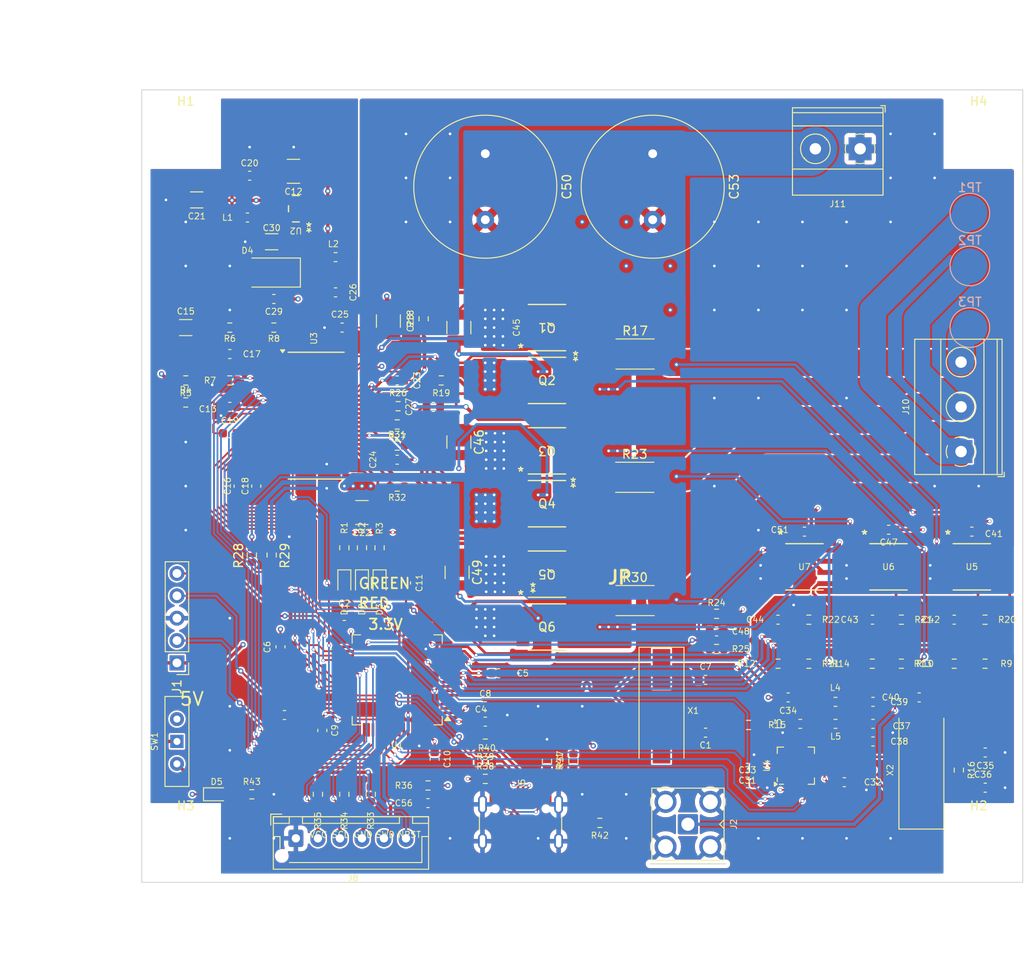
<source format=kicad_pcb>
(kicad_pcb (version 20240108) (generator "pcbnew") (generator_version "8.0")
  (layers (0 "F.Cu" signal) (1 "In1.Cu" signal) (2 "In2.Cu" signal) (31 "B.Cu" signal) (34 "B.Paste" user) (35 "F.Paste" user) (36 "B.SilkS" user "B.Silkscreen") (37 "F.SilkS" user "F.Silkscreen") (38 "B.Mask" user) (39 "F.Mask" user) (44 "Edge.Cuts" user))
  (net 0 "")
  (net 1 "Net-(U1-PH0-OSC_IN)")
  (net 2 "GND1")
  (net 3 "Net-(U1-VCAP1)")
  (net 4 "Net-(U1-VCAP2)")
  (net 5 "/MCU/NRST")
  (net 6 "+3.3V")
  (net 7 "Net-(U1-PH1-OSC_OUT)")
  (net 8 "+5V")
  (net 9 "Net-(U3-GVDD)")
  (net 10 "Net-(C15-Pad2)")
  (net 11 "Net-(U3-DVDD)")
  (net 12 "Net-(U3-COMP)")
  (net 13 "Net-(U3-AVDD)")
  (net 14 "Net-(U3-CP2)")
  (net 15 "Net-(U3-CP1)")
  (net 16 "SUPPLY")
  (net 17 "/DRV8301/SH_A")
  (net 18 "Net-(U3-BST_A)")
  (net 19 "/DRV8301/SH_C")
  (net 20 "Net-(U3-BST_C)")
  (net 21 "Net-(U3-SS_TR)")
  (net 22 "Net-(D4-K)")
  (net 23 "Net-(U3-BST_BK)")
  (net 24 "Net-(U3-BST_B)")
  (net 25 "/DRV8301/SH_B")
  (net 26 "Net-(U4-DVDD)")
  (net 27 "Net-(U4-XC1)")
  (net 28 "Net-(U4-XC2)")
  (net 29 "Net-(U4-VDD_PA)")
  (net 30 "Net-(J2-In)")
  (net 31 "Net-(C39-Pad2)")
  (net 32 "/MCU/CURRENT_1")
  (net 33 "/MCU/CURRENT_2")
  (net 34 "/MCU/CURRENT_3")
  (net 35 "/MCU/ADC_TEMP")
  (net 36 "/MCU/TEMP_MOTOR")
  (net 37 "/MCU/LED_RED")
  (net 38 "Net-(D1-K)")
  (net 39 "Net-(D2-K)")
  (net 40 "/MCU/LED_GREEN")
  (net 41 "Net-(D3-K)")
  (net 42 "/MCU/SWCLK")
  (net 43 "/MCU/SWDIO")
  (net 44 "/MCU/HALL_2")
  (net 45 "Net-(J8-Pin_6)")
  (net 46 "/MCU/HALL_1")
  (net 47 "/MCU/HALL_3")
  (net 48 "Net-(J9-VBUS-PadA4)")
  (net 50 "Net-(J9-CC1)")
  (net 52 "Net-(J9-CC2)")
  (net 53 "/power/PH_A")
  (net 54 "/power/PH_B")
  (net 55 "/power/PH_C")
  (net 56 "Net-(U2-SW)")
  (net 57 "Net-(U4-ANT2)")
  (net 58 "Net-(U4-ANT1)")
  (net 59 "Net-(Q2-Pad1)")
  (net 60 "Net-(Q4-Pad1)")
  (net 61 "Net-(Q6-Pad1)")
  (net 62 "Net-(U3-VSENSE)")
  (net 63 "Net-(U3-DTC)")
  (net 64 "Net-(U3-RT_CLK)")
  (net 65 "/DRV8301/SENS_A")
  (net 66 "/DRV8301/SENS_B")
  (net 67 "/DRV8301/SENS_C")
  (net 68 "Net-(U4-IREF)")
  (net 69 "/DRV8301/GH_A")
  (net 70 "/DRV8301/GL_A")
  (net 71 "/power/C_A")
  (net 72 "/power/C_B")
  (net 73 "/power/C_C")
  (net 74 "/DRV8301/GH_B")
  (net 75 "/DRV8301/GL_B")
  (net 76 "/MCU/AN_IN")
  (net 77 "/DRV8301/GH_C")
  (net 78 "/DRV8301/GL_C")
  (net 79 "/MCU/USB_DN")
  (net 80 "/MCU/USB_DP")
  (net 82 "/DRV8301/INH_C")
  (net 86 "/DRV8301/INH_B")
  (net 88 "/MCU/PB12")
  (net 89 "/DRV8301/EN_GATE")
  (net 93 "/MCU/PB4")
  (net 96 "/DRV8301/CS")
  (net 99 "/DRV8301/SCLK")
  (net 100 "/DRV8301/SDO")
  (net 101 "/DRV8301/INH_A")
  (net 102 "/MCU/PD2")
  (net 103 "/DRV8301/FAULT")
  (net 104 "/DRV8301/SDI")
  (net 105 "/DRV8301/INL_C")
  (net 106 "/DRV8301/INL_B")
  (net 107 "/MCU/PB3")
  (net 111 "/DRV8301/INL_A")
  (net 118 "/NRF/IRQ")
  (net 122 "Net-(D5-A)")
  (net 123 "GND2")
  (net 124 "/USB_Interface/dusb+")
  (net 125 "/USB_Interface/dusb-")
  (net 126 "/power/G1")
  (net 127 "/power/G2")
  (net 128 "/power/G3")
  (net 129 "/DRV8301/SL_A")
  (net 130 "/DRV8301/SL_B")
  (net 131 "/DRV8301/SL_C")
  (footprint "Inductor_SMD:L_0603_1608Metric_Pad1.05x0.95mm_HandSolder" (layer "F.Cu") (at 121 63 180)
    (property "Reference" "L2")
    (property "Value" "22u")
  )
  (footprint "TerminalBlock_Phoenix:TerminalBlock_Phoenix_MKDS-1,5-3-5.08_1x03_P5.08mm_Horizontal" (layer "F.Cu") (at 192 85.08 90)
    (property "Reference" "J10")
    (property "Value" "Screw_Terminal_01x03")
  )
  (footprint "MountingHole:MountingHole_2.7mm_M2.5" (layer "F.Cu") (at 104 49)
    (property "Reference" "H1")
    (property "Value" "MountingHole")
  )
  (footprint "Capacitor_SMD:C_0603_1608Metric" (layer "F.Cu") (at 138 115.75)
    (property "Reference" "C4")
    (property "Value" "100nF")
  )
  (footprint "Resistor_SMD:R_0603_1608Metric" (layer "F.Cu") (at 174.725 109.1688 180)
    (property "Reference" "R11")
    (property "Value" "39kΩ")
  )
  (footprint "Capacitor_SMD:C_0603_1608Metric" (layer "F.Cu") (at 182 116)
    (property "Reference" "C37")
    (property "Value" "2.2nF")
  )
  (footprint "Capacitor_SMD:C_0603_1608Metric" (layer "F.Cu") (at 122 103.75)
    (property "Reference" "C2")
    (property "Value" "2.2uF")
  )
  (footprint "Connector_Coaxial:SMA_Amphenol_901-143_Horizontal" (layer "F.Cu") (at 161 127.4 180)
    (property "Reference" "J2")
    (property "Value" "Conn_Coaxial")
    (fp_line (start 4.3 -4.5) (end -4.3 -4.5) (stroke (width 0.1)) (layer "Edge.Cuts"))
  )
  (footprint "Capacitor_SMD:C_0603_1608Metric" (layer "F.Cu") (at 131.5 125 180)
    (property "Reference" "C56")
    (property "Value" "100nF")
  )
  (footprint "Resistor_SMD:R_0603_1608Metric" (layer "F.Cu") (at 126 96 -90)
    (property "Reference" "R3")
    (property "Value" "1kΩ")
  )
  (footprint "TerminalBlock_Phoenix:TerminalBlock_Phoenix_MKDS-1,5-2-5.08_1x02_P5.08mm_Horizontal" (layer "F.Cu") (at 180.545 50.695 180)
    (property "Reference" "J11")
    (property "Value" "Screw_Terminal_01x02")
  )
  (footprint "LED_SMD:LED_0603_1608Metric" (layer "F.Cu") (at 122 100 -90)
    (property "Reference" "D1")
    (property "Value" "LED_Filled")
  )
  (footprint "Resistor_SMD:R_0603_1608Metric" (layer "F.Cu") (at 109 77 180)
    (property "Reference" "R7")
    (property "Value" "10kΩ")
  )
  (footprint "Resistor_SMD:R_0603_1608Metric" (layer "F.Cu") (at 114 71 180)
    (property "Reference" "R8")
    (property "Value" "220kΩ")
  )
  (footprint "Resistor_SMD:R_0603_1608Metric" (layer "F.Cu") (at 122 96 90)
    (property "Reference" "R1")
    (property "Value" "220Ω")
  )
  (footprint "Resistor_SMD:R_0603_1608Metric" (layer "F.Cu") (at 191.75 121.25 -90)
    (property "Reference" "R16")
    (property "Value" "1MΩ")
  )
  (footprint "Resistor_SMD:R_0603_1608Metric" (layer "F.Cu") (at 128.1 79.925 180)
    (property "Reference" "R26")
    (property "Value" "4.7Ω")
  )
  (footprint "Capacitor_SMD:C_0603_1608Metric" (layer "F.Cu") (at 132.1 80)
    (property "Reference" "C27")
    (property "Value" "220nF")
  )
  (footprint "Resistor_SMD:R_2512_6332Metric" (layer "F.Cu") (at 154.9625 88)
    (property "Reference" "R23")
    (property "Value" "0.0005Ω")
  )
  (footprint "Capacitor_SMD:C_1210_3225Metric" (layer "F.Cu") (at 135 84 -90)
    (property "Reference" "C46")
    (property "Value" "10uF")
  )
  (footprint "Resistor_SMD:R_0603_1608Metric" (layer "F.Cu") (at 104 77 180)
    (property "Reference" "R5")
    (property "Value" "18kΩ")
  )
  (footprint "Resistor_SMD:R_0603_1608Metric" (layer "F.Cu") (at 133 77 180)
    (property "Reference" "R19")
    (property "Value" "4.7Ω")
  )
  (footprint "Capacitor_THT:C_Radial_D16.0mm_H25.0mm_P7.50mm" (layer "F.Cu") (at 138 51.25 -90)
    (property "Reference" "C50")
    (property "Value" "680uF")
  )
  (footprint "Resistor_SMD:R_0603_1608Metric" (layer "F.Cu") (at 124 96 90)
    (property "Reference" "R2")
    (property "Value" "220Ω")
  )
  (footprint "Capacitor_SMD:C_0603_1608Metric" (layer "F.Cu") (at 182 113.5 180)
    (property "Reference" "C39")
    (property "Value" "1.5pF")
  )
  (footprint "Resistor_SMD:R_0603_1608Metric" (layer "F.Cu") (at 164.25 107.5)
    (property "Reference" "R25")
    (property "Value" "10kΩ")
  )
  (footprint "Resistor_SMD:R_0603_1608Metric" (layer "F.Cu") (at 191.225 109.1688)
    (property "Reference" "R13")
    (property "Value" "2k2Ω")
  )
  (footprint "Capacitor_SMD:C_0603_1608Metric" (layer "F.Cu") (at 174.225 94.1688 180)
    (property "Reference" "C51")
    (property "Value" "2.2uF")
  )
  (footprint "Button_Switch_THT:SW_Slide-03_Wuerth-WS-SLTV_10x2.5x6.4_P2.54mm" (layer "F.Cu") (at 103 118 90)
    (property "Reference" "SW1")
    (property "Value" "SENSOR_VOLTAGE")
  )
  (footprint "Capacitor_SMD:C_0603_1608Metric" (layer "F.Cu") (at 167.75 121 180)
    (property "Reference" "C31")
    (property "Value" "100nF")
  )
  (footprint "crf1:R_8_ADI" (layer "F.Cu") (at 174.225 98.1688)
    (property "Reference" "U7")
    (property "Value" "AD8418")
  )
  (footprint "Capacitor_SMD:C_0603_1608Metric" (layer "F.Cu") (at 121.75 71 180)
    (property "Reference" "C25")
    (property "Value" "15nF")
  )
  (footprint "Package_SO:HTSSOP-56-1EP_6.1x14mm_P0.5mm_EP3.61x6.35mm" (layer "F.Cu") (at 118.7966 81)
    (property "Reference" "U3")
    (property "Value" "DRV8301")
  )
  (footprint "MountingHole:MountingHole_2.7mm_M2.5" (layer "F.Cu") (at 194 129)
    (property "Reference" "H2")
    (property "Value" "MountingHole")
  )
  (footprint "Capacitor_SMD:C_0603_1608Metric" (layer "F.Cu") (at 110 89 -90)
    (property "Reference" "C16")
    (property "Value" "2.2uF")
  )
  (footprint "Resistor_SMD:R_2512_6332Metric" (layer "F.Cu") (at 155 74)
    (property "Reference" "R17")
    (property "Value" "0.0005Ω")
  )
  (footprint "crf1:MF05A" (layer "F.Cu") (at 116.5 57.5 180)
    (property "Reference" "U2")
    (property "Value" "LM3671")
  )
  (footprint "crf1:R_8_ADI" (layer "F.Cu") (at 183.7612 98.1688)
    (property "Reference" "U6")
    (property "Value" "AD8418")
  )
  (footprint "Capacitor_SMD:C_1210_3225Metric" (layer "F.Cu") (at 116.225 53.25 180)
    (property "Reference" "C12")
    (property "Value" "4.7u")
  )
  (footprint "NetTie:NetTie-2_SMD_Pad0.5mm" (layer "F.Cu") (at 140.5 76)
    (property "Reference" "NT1" (hide yes))
    (property "Value" "NetTie_2" (hide yes))
  )
  (footprint "Package_QFP:LQFP-64_10x10mm_P0.5mm" (layer "F.Cu") (at 128 111 180)
    (property "Reference" "U1")
    (property "Value" "STM32F40X_LQFP64")
  )
  (footprint "Resistor_SMD:R_0603_1608Metric" (layer "F.Cu") (at 174.725 104.1688 180)
    (property "Reference" "R22")
    (property "Value" "100Ω")
  )
  (footprint "Capacitor_SMD:C_0603_1608Metric" (layer "F.Cu") (at 115.2 115)
    (property "Reference" "C3" (hide yes))
    (property "Value" "2.2uF")
  )
  (footprint "Resistor_SMD:R_0603_1608Metric" (layer "F.Cu") (at 122 124 90)
    (property "Reference" "R34")
    (property "Value" "2k2Ω")
  )
  (footprint "Resistor_SMD:R_0603_1608Metric" (layer "F.Cu") (at 104 79.5)
    (property "Reference" "R4")
    (property "Value" "3.3kΩ")
  )
  (footprint "Capacitor_SMD:C_0603_1608Metric" (layer "F.Cu") (at 167.75 122.75)
    (property "Reference" "C33")
    (property "Value" "100nF")
  )
  (footprint "Package_DFN_QFN:QFN-20-1EP_4x4mm_P0.5mm_EP2.5x2.5mm" (layer "F.Cu") (at 173.25 120.75 90)
    (property "Reference" "U4")
    (property "Value" "nRF24L01P")
  )
  (footprint "Inductor_SMD:L_0603_1608Metric_Pad1.05x0.95mm_HandSolder" (layer "F.Cu") (at 177.75 113.5 180)
    (property "Reference" "L4")
    (property "Value" "3.9n")
  )
  (footprint "Capacitor_SMD:C_0603_1608Metric" (layer "F.Cu") (at 178.75 122.625)
    (property "Reference" "C32")
    (property "Value" "100nF")
  )
  (footprint "Resistor_SMD:R_0603_1608Metric" (layer "F.Cu") (at 113.75 96.825 -90)
    (property "Reference" "R29")
    (property "Value" "2k2Ω")
  )
  (footprint "Capacitor_SMD:C_0603_1608Metric" (layer "F.Cu") (at 183.78705 93.9538 180)
    (property "Reference" "C47")
    (property "Value" "2.2uF")
  )
  (footprint "Capacitor_SMD:C_0603_1608Metric" (layer "F.Cu") (at 172.375 113)
    (property "Reference" "C34")
    (property "Value" "100nF")
  )
  (footprint "Resistor_SMD:R_0603_1608Metric" (layer "F.Cu") (at 131 70 -90)
    (property "Reference" "R18")
    (property "Value" "4.7Ω")
  )
  (footprint "Capacitor_SMD:C_1206_3216Metric" (layer "F.Cu") (at 113.75 61.25 180)
    (property "Reference" "C30")
    (property "Value" "100uF")
  )
  (footprint "Connector_JST:JST_XH_B6B-XH-AM_1x06_P2.50mm_Vertical" (layer "F.Cu") (at 116.5 129)
    (property "Reference" "J8")
    (property "Value" "HALL_ENC")
  )
  (footprint "Capacitor_SMD:C_0603_1608Metric" (layer "F.Cu") (at 114 67.75 180)
    (property "Reference" "C29")
    (property "Value" "2.2uF")
  )
  (footprint "crf1:SO-8_INF_IRF7854" (layer "F.Cu") (at 145 105)
    (property "Reference" "Q6")
    (property "Value" "IRF7854")
  )
  (footprint "Resistor_SMD:R_0603_1608Metric" (layer "F.Cu") (at 148 120.25 -90)
    (property "Reference" "R37")
    (property "Value" "0Ω")
  )
  (footprint "Capacitor_SMD:C_0603_1608Metric" (layer "F.Cu") (at 194.75 119.25 180)
    (property "Reference" "C35")
    (property "Value" "22pF")
  )
  (footprint "Resistor_SMD:R_0603_1608Metric" (layer "F.Cu") (at 145 120.25 -90)
    (property "Reference" "R41")
    (property "Value" "5.1KΩ")
  )
  (footprint "MountingHole:MountingHole_2.7mm_M2.5" (layer "F.Cu") (at 194 49)
    (property "Reference" "H4")
    (property "Value" "MountingHole")
  )
  (footprint "Connector_USB:USB_C_Receptacle_GCT_USB4105-xx-A_16P_TopMnt_Horizontal" (layer "F.Cu") (at 142 128.25)
    (property "Reference" "J9")
    (property "Value" "USB_C_Receptacle_USB2.0_16P")
  )
  (footprint "Inductor_SMD:L_0603_1608Metric_Pad1.05x0.95mm_HandSolder" (layer "F.Cu") (at 173.75 116)
    (property "Reference" "L3")
    (property "Value" "8.2n")
  )
  (footprint "Capacitor_SMD:C_1210_3225Metric" (layer "F.Cu") (at 135 71 -90)
    (property "Reference" "C45")
    (property "Value" "10uF")
  )
  (footprint "Capacitor_SMD:C_0603_1608Metric" (layer "F.Cu") (at 119.5 116.75 -90)
    (property "Reference" "C9")
    (property "Value" "2.2uF")
  )
  (footprint "Resistor_SMD:R_0603_1608Metric" (layer "F.Cu") (at 128 84.4 180)
    (property "Reference" "R31")
    (property "Value" "4.7Ω")
  )
  (footprint "Capacitor_SMD:C_0603_1608Metric" (layer "F.Cu") (at 182 118)
    (property "Reference" "C38")
    (property "Value" "4.7pF")
  )
  (footprint "Capacitor_SMD:C_0603_1608Metric" (layer "F.Cu") (at 163 111 180)
    (property "Reference" "C7")
    (property "Value" "15pF")
  )
  (footprint "Resistor_SMD:R_0603_1608Metric" (layer "F.Cu") (at 111.5 96.825 -90)
    (property "Reference" "R28")
    (property "Value" "39kΩ")
  )
  (footprint "LED_SMD:LED_0603_1608Metric" (layer "F.Cu") (at 126 100 -90)
    (property "Reference" "D3")
    (property "Value" "LED_Filled")
  )
  (footprint "Crystal:Crystal_SMD_HC49-SD" (layer "F.Cu") (at 158 114 -90)
    (property "Reference" "X1")
    (property "Value" "8MHz")
  )
  (footprint "Inductor_SMD:L_0603_1608Metric_Pad1.05x0.95mm_HandSolder" (layer "F.Cu") (at 177.75 116 180)
    (property "Reference" "L5")
    (property "Value" "2.7n")
  )
  (footprint "crf1:R_8_ADI" (layer "F.Cu") (at 193.225 98.1688)
    (property "Reference" "U5")
    (property "Value" "AD8418")
  )
  (footprint "crf1:SO-8_INF_IRF7854" (layer "F.Cu") (at 145 91)
    (property "Reference" "Q4")
    (property "Value" "IRF7854")
  )
  (footprint "Diode_SMD:D_SMA" (layer "F.Cu") (at 113.5 64.75 180)
    (property "Reference" "D4")
    (property "Value" "DIODE")
  )
  (footprint "Resistor_SMD:R_0603_1608Metric" (layer "F.Cu") (at 171.225 109.1688)
    (property "Reference" "R12")
    (property "Value" "2k2Ω")
  )
  (footprint "Resistor_SMD:R_0603_1608Metric" (layer "F.Cu") (at 151 127.25 180)
    (property "Reference" "R42")
    (property "Value" "5.1KΩ")
  )
  (footprint "Capacitor_SMD:C_0603_1608Metric" (layer "F.Cu") (at 187.25 113)
    (property "Reference" "C40")
    (property "Value" "1pF")
  )
  (footprint "Capacitor_SMD:C_0603_1608Metric" (layer "F.Cu") (at 109 80 180)
    (property "Reference" "C13")
    (property "Value" "2.2uF")
  )
  (footprint "Capacitor_SMD:C_1210_3225Metric" (layer "F.Cu") (at 127 70.25 90)
    (property "Reference" "C28")
    (property "Value" "4.7u")
  )
  (footprint "Resistor_SMD:R_2512_6332Metric" (layer "F.Cu") (at 155 102)
    (property "Reference" "R30")
    (property "Value" "0.0005Ω")
  )
  (footprint "Capacitor_SMD:C_0603_1608Metric" (layer "F.Cu") (at 191.225 104.1688 180)
    (property "Reference" "C42")
    (property "Value" "4.7nF")
  )
  (footprint "Resistor_SMD:R_0603_1608Metric" (layer "F.Cu") (at 111.5 124)
    (property "Reference" "R43")
    (property "Value" "150Ω")
  )
  (footprint "Capacitor_SMD:C_0603_1608Metric" (layer "F.Cu") (at 114.75 107.25 -90)
    (property "Reference" "C6")
    (property "Value" "2.2uF")
  )
  (footprint "Capacitor_SMD:C_0603_1608Metric" (layer "F.Cu") (at 181.95 104.1688 180)
    (property "Reference" "C43")
    (property "Value" "4.7nF")
  )
  (footprint "Resistor_SMD:R_0603_1608Metric" (layer "F.Cu") (at 138 122.25)
    (property "Reference" "R38")
    (property "Value" "1.5KΩ")
  )
  (footprint "Capacitor_SMD:C_0603_1608Metric" (layer "F.Cu") (at 129 100 90)
    (property "Reference" "C11")
    (property "Value" "2.2uF")
  )
  (footprint "Capacitor_SMD:C_0603_1608Metric" (layer "F.Cu") (at 194.75 123.25 180)
    (property "Reference" "C36")
    (property "Value" "22pF")
  )
  (footprint "crf1:SO-8_INF_IRF7854" (layer "F.Cu") (at 145 77)
    (property "Reference" "Q2")
    (property "Value" "IRF7854")
  )
  (footprint "Capacitor_SMD:C_0603_1608Metric" (layer "F.Cu") (at 128 77)
    (property "Reference" "C23")
    (property "Value" "220nF")
  )
  (footprint "MountingHole:MountingHole_2.7mm_M2.5" (layer "F.Cu") (at 104 129)
    (property "Reference" "H3")
    (property "Value" "MountingHole")
  )
  (footprint "Capacitor_SMD:C_0603_1608Metric" (layer "F.Cu") (at 111.25 53.75)
    (property "Reference" "C20")
    (property "Value" "2.2uF")
  )
  (footprint "Resistor_SMD:R_0603_1608Metric" (layer "F.Cu") (at 138 120.25)
    (property "Reference" "R40")
    (property "Value" "22Ω")
  )
  (footprint "Resistor_SMD:R_0603_1608Metric" (layer "F.Cu") (at 194.725 109.1688 180)
    (property "Reference" "R9")
    (property "Value" "39kΩ")
  )
  (footprint "Resistor_SMD:R_0603_1608Metric" (layer "F.Cu") (at 185.225 104.1688 180)
    (property "Reference" "R21")
    (property "Value" "100Ω")
  )
  (footprint "Capacitor_SMD:C_0603_1608Metric" (layer "F.Cu") (at 109 74)
    (property "Reference" "C17")
    (property "Value" "120pF")
  )
  (footprint "Resistor_SMD:R_0603_1608Metric" (layer "F.Cu") (at 128 89.05 180)
    (property "Reference" "R32")
    (property "Value" "4.7Ω")
  )
  (footprint "Resistor_SMD:R_0603_1608Metric" (layer "F.Cu") (at 128 82 180)
    (property "Reference" "R27")
    (property "Value" "4.7Ω")
  )
  (footprint "Resistor_SMD:R_0603_1608Metric" (layer "F.Cu") (at 109 71)
    (property "Reference" "R6")
    (property "Value" "15kΩ")
  )
  (footprint "NetTie:NetTie-2_SMD_Pad0.5mm" (layer "F.Cu") (at 140.5 89.8)
    (property "Reference" "NT2" (hide yes))
    (property "Value" "NetTie_2" (hide yes))
  )
  (footprint "Capacitor_SMD:C_1210_3225Metric" (layer "F.Cu") (at 134.8 98.8 -90)
    (property "Reference" "C49")
    (property "Value" "10uF")
  )
  (footprint "Connector_PinHeader_2.54mm:PinHeader_1x05_P2.54mm_Vertical" (layer "F.Cu") (at 103 109.08 180)
    (property "Reference" "J1")
    (property "Value" "SWD")
  )
  (footprint "crf1:SO-8_INF_IRF7854" (layer "F.Cu") (at 145 71 180)
    (property "Reference" "Q1")
    (property "Value" "IRF7854")
  )
  (footprint "Resistor_SMD:R_0603_1608Metric" (layer "F.Cu") (at 131.5 123 180)
    (property "Reference" "R36")
    (property "Value" "10kΩ")
  )
  (footprint "LED_SMD:LED_0603_1608Metric" (layer "F.Cu") (at 124 100 -90)
    (property "Reference" "D2")
    (property "Value" "LED_Filled")
  )
  (footprint "LED_SMD:LED_0603_1608Metric" (layer "F.Cu") (at 107.5 124)
    (property "Reference" "D5")
    (property "Value" "LED_Filled")
  )
  (footprint "Capacitor_SMD:C_0603_1608Metric" (layer "F.Cu") (at 111 58.5 180)
    (property "Reference" "L1")
    (property "Value" "2.2uF")
  )
  (footprint "crf1:SO-8_INF_IRF7854" (layer "F.Cu") (at 145 99 180)
    (property "Reference" "Q5")
    (property "Value" "IRF7854")
  )
  (footprint "Capacitor_SMD:C_1206_3216Metric" (layer "F.Cu") (at 104 71)
    (property "Reference" "C15")
    (property "Value" "6.8nF")
  )
  (footprint "Resistor_SMD:R_0603_1608Metric" (layer "F.Cu") (at 138 118.25)
    (property "Reference" "R39")
    (property "Value" "22Ω")
  )
  (footprint "NetTie:NetTie-2_SMD_Pad0.5mm" (layer "F.Cu") (at 140.6 103.7)
    (property "Reference" "NT3" (hide yes))
    (property "Value" "NetTie_2" (hide yes))
  )
  (footprint "Resistor_SMD:R_0603_1608Metric" (layer "F.Cu") (at 181.925 109.1688)
    (property "Reference" "R14")
    (property "Value" "2k2Ω")
  )
  (footprint "Resistor_SMD:R_0603_1608Metric" (layer "F.Cu") (at 119 124 90)
    (property "Reference" "R35")
    (property "Value" "2k2Ω")
  )
  (footprint "Capacitor_SMD:C_0603_1608Metric" (layer "F.Cu") (at 109 83)
    (property "Reference" "C19")
    (property "Value" "22nF")
  )
  (footprint "Capacitor_SMD:C_1210_3225Metric" (layer "F.Cu") (at 124 92 180)
    (property "Reference" "C22")
    (property "Value" "4.7u")
  )
  (footprint "Capacitor_SMD:C_0603_1608Metric" (layer "F.Cu") (at 163 117 180)
    (property "Reference" "C1")
    (property "Value" "15pF")
  )
  (footprint "Capacitor_SMD:C_0603_1608Metric" (layer "F.Cu") (at 171.225 104.1688 180)
    (property "Reference" "C44")
    (property "Value" "4.7nF")
  )
  (footprint "Capacitor_SMD:C_0603_1608Metric" (layer "F.Cu") (at 112 89 -90)
    (property "Reference" "C18")
    (property "Value" "2.2uF")
  )
  (footprint "Capacitor_SMD:C_0603_1608Metric" (layer "F.Cu") (at 164.25 105.5)
    (property "Reference" "C48")
    (property "Value" "2.2uF")
  )
  (footprint "Capacitor_SMD:C_0603_1608Metric" (layer "F.Cu") (at 139.5 110.25)
    (property "Reference" "C5")
    (property "Value" "2.2uF")
  )
  (footprint "Capacitor_THT:C_Radial_D16.0mm_H25.0mm_P7.50mm" (layer "F.Cu") (at 157 51.25 -90)
    (property "Reference" "C53")
    (property "Value" "680uF")
  )
  (footprint "Capacitor_SMD:C_0603_1608Metric" (layer "F.Cu") (at 193.225 94.1688 180)
    (property "Reference" "C41")
    (property "Value" "2.2uF")
  )
  (footprint "Capacitor_SMD:C_0603_1608Metric" (layer "F.Cu") (at 121 67 180)
    (property "Reference" "C26")
    (property "Value" "100nF")
  )
  (footprint "Resistor_SMD:R_0603_1608Metric" (layer "F.Cu") (at 167.875 116.125)
    (property "Reference" "R15")
    (property "Value" "22kΩ")
  )
  (footprint "Capacitor_SMD:C_0603_1608Metric" (layer "F.Cu") (at 138 114)
    (property "Reference" "C8")
    (property "Value" "2.2uF")
  )
  (footprint "crf1:SO-8_INF_IRF7854" (layer "F.Cu") (at 145 85 180)
    (property "Reference" "Q3")
    (property "Value" "IRF7854")
  )
  (footprint "Crystal:Crystal_SMD_HC49-SD" (layer "F.Cu") (at 187.5 121.25 90)
    (property "Reference" "X2")
    (property "Value" "16MHz")
  )
  (footprint "Resistor_SMD:R_0603_1608Metric" (layer "F.Cu") (at 125 124 90)
    (property "Reference" "R33")
    (property "Value" "2k2Ω")
  )
  (footprint "Resistor_SMD:R_0603_1608Metric" (layer "F.Cu") (at 164.25 103.5 180)
    (property "Reference" "R24")
    (property "Value" "NTC 10kΩ")
  )
  (footprint "Resistor_SMD:R_0603_1608Metric" (layer "F.Cu") (at 194.725 104.1688 180)
    (property "Reference" "R20")
    (property "Value" "100Ω")
  )
  (footprint "Capacitor_SMD:C_0603_1608Metric" (layer "F.Cu") (at 132.25 120 -90)
    (property "Reference" "C10")
    (property "Value" "2.2uF")
  )
  (footprint "Resistor_SMD:R_0603_1608Metric" (layer "F.Cu") (at 185.225 109.1688 180)
    (property "Reference" "R10")
    (property "Value" "39kΩ")
  )
  (footprint "Capacitor_SMD:C_1206_3216Metric" (layer "F.Cu") (at 105.25 56.5 180)
    (property "Reference" "C21")
    (property "Value" "100uF")
  )
  (footprint "Capacitor_SMD:C_0603_1608Metric" (layer "F.Cu") (at 128 86)
    (property "Reference" "C24")
    (property "Value" "220nF")
  )
  (footprint "TestPoint:TestPoint_Pad_D4.0mm" (layer "B.Cu") (at 193 64 180)
    (property "Reference" "TP2")
    (property "Value" "TestPoint")
  )
  (footprint "NetTie:NetTie-2_SMD_Pad2.0mm" (layer "B.Cu") (at 123.75 68.5 180)
    (property "Reference" "JP1" (hide yes))
    (property "Value" "SolderJumper_2_Bridged" (hide yes))
  )
  (footprint "TestPoint:TestPoint_Pad_D4.0mm" (layer "B.Cu") (at 193 58 180)
    (property "Reference" "TP1")
    (property "Value" "TestPoint")
  )
  (footprint "TestPoint:TestPoint_Pad_D4.0mm" (layer "B.Cu") (at 193 71 180)
    (property "Reference" "TP3")
    (property "Value" "TestPoint")
  )
  (gr_rect (start 99 44) (end 199 134) (stroke (width 0.1)) (fill none) (layer "Edge.Cuts"))
  (gr_text "SCL" (at 120.5 129 0) (layer "F.SilkS") (effects (font (size 0.7 0.7) (thickness 0.1)) (justify left bottom)))
  (gr_text "5V" (at 103.2 114.05 0) (layer "F.SilkS") (effects (font (size 1.5 1.5) (thickness 0.2)) (justify left bottom)))
  (gr_text "NRST" (at 128 129 0) (layer "F.SilkS") (effects (font (size 0.7 0.7) (thickness 0.1)) (justify left bottom)))
  (gr_text "GND" (at 123 129 0) (layer "F.SilkS") (effects (font (size 0.7 0.7) (thickness 0.1)) (justify left bottom)))
  (gr_text "RED" (at 123.5 103 0) (layer "F.SilkS") (effects (font (size 1.2 1.2) (thickness 0.2)) (justify left bottom)))
  (gr_text "JP" (at 151.75 100.25 0) (layer "F.SilkS") (effects (font (size 1.5 1.5) (thickness 0.3) (bold yes)) (justify left bottom)))
  (gr_text "SWD" (at 125.5 129 0) (layer "F.SilkS") (effects (font (size 0.7 0.7) (thickness 0.1)) (justify left bottom)))
  (gr_text "GREEN" (at 123.5 100.75 0) (layer "F.SilkS") (effects (font (size 1.2 1.2) (thickness 0.2)) (justify left bottom)))
  (gr_text "VCC" (at 118 129 0) (layer "F.SilkS") (effects (font (size 0.7 0.7) (thickness 0.1)) (justify left bottom)))
  (gr_text "3.3V" (at 124.6 105.4 0) (layer "F.SilkS") (effects (font (size 1.2 1.2) (thickness 0.2)) (justify left bottom)))
  (segment (start 160.975 118.25) (end 162.225 117) (width 0.3) (layer "F.Cu") (net 1))
  (segment (start 158 118.25) (end 160.975 118.25) (width 0.3) (layer "F.Cu") (net 1))
  (segment (start 152.5 112.75) (end 133.675 112.75) (width 0.3) (layer "F.Cu") (net 1))
  (segment (start 158 118.25) (end 152.5 112.75) (width 0.3) (layer "F.Cu") (net 1))
  (segment (start 166.75 107.25) (end 166.5 107.5) (width 0.254) (layer "F.Cu") (net 2))
  (segment (start 140.275 110.25) (end 141.75 110.25) (width 0.254) (layer "F.Cu") (net 2))
  (segment (start 124 95.175) (end 124 94.25) (width 0.2) (layer "F.Cu") (net 2))
  (segment (start 165.025 105.5) (end 166.25 105.5) (width 0.254) (layer "F.Cu") (net 2))
  (segment (start 166.25 105.5) (end 166.75 106) (width 0.254) (layer "F.Cu") (net 2))
  (segment (start 168.25 106.5) (end 168.75 107) (width 0.254) (layer "F.Cu") (net 2))
  (segment (start 127 67.75) (end 127 68.775) (width 0.2) (layer "F.Cu") (net 2))
  (segment (start 129 95) (end 128.25 94.25) (width 0.254) (layer "F.Cu") (net 2))
  (segment (start 129 99.225) (end 129 95) (width 0.254) (layer "F.Cu") (net 2))
  (segment (start 126 94.25) (end 124 94.25) (width 0.254) (layer "F.Cu") (net 2))
  (segment (start 126 95.175) (end 126 94.25) (width 0.2) (layer "F.Cu") (net 2))
  (segment (start 122 94.5) (end 122 95.175) (width 0.254) (layer "F.Cu") (net 2))
  (segment (start 126.810662 67.560662) (end 127 67.75) (width 0.2) (layer "F.Cu") (net 2))
  (segment (start 124 94.25) (end 122.25 94.25) (width 0.254) (layer "F.Cu") (net 2))
  (segment (start 128.25 94.25) (end 126 94.25) (width 0.254) (layer "F.Cu") (net 2))
  (segment (start 166.75 106.5) (end 168.25 106.5) (width 0.254) (layer "F.Cu") (net 2))
  (segment (start 166.75 106) (end 166.75 107.25) (width 0.254) (layer "F.Cu") (net 2))
  (segment (start 126.810662 67.439338) (end 126.810662 67.560662) (width 0.2) (layer "F.Cu") (net 2))
  (segment (start 122.25 94.25) (end 122 94.5) (width 0.254) (layer "F.Cu") (net 2))
  (segment (start 166.5 107.5) (end 165.075 107.5) (width 0.254) (layer "F.Cu") (net 2))
  (via (at 168.5 119.5) (size 0.4) (drill 0.3) (layers "F.Cu" "B.Cu") (net 2))
  (via (at 104 59) (size 0.6) (drill 0.3) (layers "F.Cu" "B.Cu") (net 2))
  (via (at 145 117.75) (size 0.4) (drill 0.3) (layers "F.Cu" "B.Cu") (net 2))
  (via (at 110.75 61.25) (size 0.6) (drill 0.3) (layers "F.Cu" "B.Cu") (net 2))
  (via (at 134 129) (size 0.6) (drill 0.3) (layers "F.Cu" "B.Cu") (net 2))
  (via (at 108 81) (size 0.4) (drill 0.3) (layers "F.Cu" "B.Cu") (net 2))
  (via (at 121.75 102.5) (size 0.4) (drill 0.3) (layers "F.Cu" "B.Cu") (net 2))
  (via (at 125 94.25) (size 0.4) (drill 0.3) (layers "F.Cu" "B.Cu") (net 2))
  (via (at 119.75 71) (size 0.6) (drill 0.3) (layers "F.Cu" "B.Cu") (net 2))
  (via (at 109 129) (size 0.6) (drill 0.3) (layers "F.Cu" "B.Cu") (net 2))
  (via (at 123.25 94.25) (size 0.4) (drill 0.3) (layers "F.Cu" "B.Cu") (net 2))
  (via (at 140.5 115) (size 0.4) (drill 0.3) (layers "F.Cu" "B.Cu") (net 2))
  (via (at 197 119.25) (size 0.4) (drill 0.3) (layers "F.Cu" "B.Cu") (net 2))
  (via (at 131.25 107.5) (size 0.4) (drill 0.3) (layers "F.Cu" "B.Cu") (net 2))
  (via (at 154 129) (size 0.6) (drill 0.3) (layers "F.Cu" "B.Cu") (net 2))
  (via (at 116.25 50.5) (size 0.6) (drill 0.3) (layers "F.Cu" "B.Cu") (net 2))
  (via (at 174 129) (size 0.6) (drill 0.3) (layers "F.Cu" "B.Cu") (net 2))
  (via (at 181.25 123.5) (size 0.4) (drill 0.3) (layers "F.Cu" "B.Cu") (net 2))
  (via (at 173 102.5) (size 0.4) (drill 0.3) (layers "F.Cu" "B.Cu") (net 2))
  (via (at 109 114) (size 0.6) (drill 0.3) (layers "F.Cu" "B.Cu") (net 2))
  (via (at 126.810662 67.439338) (size 0.6) (drill 0.3) (layers "F.Cu" "B.Cu") (net 2))
  (via (at 141.75 110.25) (size 0.4) (drill 0.3) (layers "F.Cu" "B.Cu") (net 2))
  (via (at 130.5 118.5) (size 0.6) (drill 0.3) (layers "F.Cu" "B.Cu") (net 2))
  (via (at 115.75 94.75) (size 0.6) (drill 0.3) (layers "F.Cu" "B.Cu") (net 2))
  (via (at 197 123.25) (size 0.4) (drill 0.3) (layers "F.Cu" "B.Cu") (net 2))
  (via (at 111.25 50.5) (size 0.6) (drill 0.3) (layers "F.Cu" "B.Cu") (net 2))
  (via (at 170 123.25) (size 0.4) (drill 0.3) (layers "F.Cu" "B.Cu") (net 2))
  (via (at 104 89) (size 0.6) (drill 0.3) (layers "F.Cu" "B.Cu") (net 2))
  (via (at 149 124) (size 0.6) (drill 0.3) (layers "F.Cu" "B.Cu") (net 2))
  (via (at 107 77.5) (size 0.4) (drill 0.3) (layers "F.Cu" "B.Cu") (net 2))
  (via (at 171.75 117) (size 0.4) (drill 0.3) (layers "F.Cu" "B.Cu") (net 2))
  (via (at 114 129) (size 0.6) (drill 0.3) (layers "F.Cu" "B.Cu") (net 2))
  (via (at 109 69) (size 0.6) (drill 0.3) (layers "F.Cu" "B.Cu") (net 2))
  (via (at 101.75 56.5) (size 0.6) (drill 0.3) (layers "F.Cu" "B.Cu") (net 2))
  (via (at 109 119) (size 0.6) (drill 0.3) (layers "F.Cu" "B.Cu") (net 2))
  (via (at 127.5 94.25) (size 0.4) (drill 0.3) (layers "F.Cu" "B.Cu") (net 2))
  (via (at 154 124) (size 0.6) (drill 0.3) (layers "F.Cu" "B.Cu") (net 2))
  (via (at 114 124) (size 0.6) (drill 0.3) (layers "F.Cu" "B.Cu") (net 2))
  (via (at 184.25 117) (size 0.4) (drill 0.3) (layers "F.Cu" "B.Cu") (net 2))
  (via (at 109 104) (size 0.6) (drill 0.3) (layers "F.Cu" "B.Cu") (net 2))
  (via (at 104 94) (size 0.6) (drill 0.3) (layers "F.Cu" "B.Cu") (net 2))
  (via (at 109 64) (size 0.6) (drill 0.3) (layers "F.Cu" "B.Cu") (net 2))
  (via (at 184 129) (size 0.6) (drill 0.3) (layers "F.Cu" "B.Cu") (net 2))
  (via (at 144 114) (size 0.6) (drill 0.3) (layers "F.Cu" "B.Cu") (net 2))
  (via (at 169 129) (size 0.6) (drill 0.3) (layers "F.Cu" "B.Cu") (net 2))
  (via (at 144 129) (size 0.6) (drill 0.3) (layers "F.Cu" "B.Cu") (net 2))
  (via (at 179 129) (size 0.6) (drill 0.3) (layers "F.Cu" "B.Cu") (net 2))
  (via (at 104 84) (size 0.6) (drill 0.3) (layers "F.Cu" "B.Cu") (net 2))
  (via (at 149 114) (size 0.6) (drill 0.3) (layers "F.Cu" "B.Cu") (net 2))
  (via (at 104 64) (size 0.6) (drill 0.3) (layers "F.Cu" "B.Cu") (net 2))
  (via (at 120 86.5) (size 0.6) (drill 0.3) (layers "F.Cu" "B.Cu") (net 2))
  (segment (start 124.020592 103.75) (end 124.75 104.479408) (width 0.254) (layer "F.Cu") (net 3))
  (segment (start 122.775 103.75) (end 124.020592 103.75) (width 0.254) (layer "F.Cu") (net 3))
  (segment (start 124.75 104.479408) (end 124.75 105.325) (width 0.254) (layer "F.Cu") (net 3))
  (segment (start 117.25 115) (end 115.975 115) (width 0.254) (layer "F.Cu") (net 4))
  (segment (start 118.027 114.223) (end 117.25 115) (width 0.254) (layer "F.Cu") (net 4))
  (segment (start 120.218291 114.223) (end 118.027 114.223) (width 0.254) (layer "F.Cu") (net 4))
  (segment (start 122.325 114.25) (end 120.245291 114.25) (width 0.254) (layer "F.Cu") (net 4))
  (segment (start 120.245291 114.25) (end 120.218291 114.223) (width 0.254) (layer "F.Cu") (net 4))
  (segment (start 114.5 103.75) (end 109.67 98.92) (width 0.254) (layer "F.Cu") (net 5))
  (segment (start 135 115.75) (end 137.225 115.75) (width 0.254) (layer "F.Cu") (net 5))
  (segment (start 115.25 103.75) (end 114.5 103.75) (width 0.254) (layer "F.Cu") (net 5))
  (segment (start 132.25 112.25) (end 132.75 111.75) (width 0.254) (layer "F.Cu") (net 5))
  (segment (start 109.67 98.92) (end 103 98.92) (width 0.254) (layer "F.Cu") (net 5))
  (segment (start 132.75 111.75) (end 133.675 111.75) (width 0.254) (layer "F.Cu") (net 5))
  (via (at 135 115.75) (size 0.4) (drill 0.3) (layers "F.Cu" "B.Cu") (net 5))
  (via (at 115.25 103.75) (size 0.6) (drill 0.3) (layers "F.Cu" "B.Cu") (net 5))
  (via (at 132.25 112.25) (size 0.4) (drill 0.3) (layers "F.Cu" "B.Cu") (net 5))
  (segment (start 127.875 108) (end 132.125 112.25) (width 0.254) (layer "B.Cu") (net 5))
  (segment (start 115.25 103.75) (end 118.75 103.75) (width 0.254) (layer "B.Cu") (net 5))
  (segment (start 123 108) (end 127.875 108) (width 0.254) (layer "B.Cu") (net 5))
  (segment (start 134.75 115.75) (end 135 115.75) (width 0.254) (layer "B.Cu") (net 5))
  (segment (start 132.25 113.25) (end 133.75 114.75) (width 0.254) (layer "B.Cu") (net 5))
  (segment (start 133.75 114.75) (end 134.75 115.75) (width 0.254) (layer "B.Cu") (net 5))
  (segment (start 132.25 112.25) (end 132.25 113.25) (width 0.254) (layer "B.Cu") (net 5))
  (segment (start 118.75 103.75) (end 123 108) (width 0.254) (layer "B.Cu") (net 5))
  (segment (start 132.125 112.25) (end 132.25 112.25) (width 0.254) (layer "B.Cu") (net 5))
  (segment (start 137.175 122.25) (end 136 122.25) (width 0.3) (layer "F.Cu") (net 6))
  (segment (start 133.675 108.75) (end 134.904709 108.75) (width 0.254) (layer "F.Cu") (net 6))
  (segment (start 175 94.1688) (end 175 96.5562) (width 0.4) (layer "F.Cu") (net 6))
  (segment (start 109.5 58.5) (end 109.975 58.5) (width 0.381) (layer "F.Cu") (net 6))
  (segment (start 126 100.7875) (end 126 101.75) (width 0.2) (layer "F.Cu") (net 6))
  (segment (start 176.36 98.8038) (end 175 97.4438) (width 0.4) (layer "F.Cu") (net 6))
  (segment (start 184.56205 96.58205) (end 185.5138 97.5338) (width 0.3) (layer "F.Cu") (net 6))
  (segment (start 172.25 123.25) (end 172 123.5) (width 0.2) (layer "F.Cu") (net 6))
  (segment (start 135.25 114.75) (end 136 114) (width 0.254) (layer "F.Cu") (net 6))
  (segment (start 119.875 114.875) (end 119.5 115.25) (width 0.254) (layer "F.Cu") (net 6))
  (segment (start 171.3125 120.75) (end 169.75 120.75) (width 0.254) (layer "F.Cu") (net 6))
  (segment (start 170.875 117.375) (end 171.375 117.875) (width 0.254) (layer "F.Cu") (net 6))
  (segment (start 119.5 115.25) (end 119.5 115.975) (width 0.254) (layer "F.Cu") (net 6))
  (segment (start 124 106.5) (end 124.25 106.25) (width 0.2) (layer "F.Cu") (net 6))
  (segment (start 194.25 93) (end 195.25 93) (width 0.3) (layer "F.Cu") (net 6))
  (segment (start 176.5 121.5) (end 176.5 122.25) (width 0.254) (layer "F.Cu") (net 6))
  (segment (start 106.7725 56.5475) (end 106.725 56.5) (width 0.381) (layer "F.Cu") (net 6))
  (segment (start 176.5 122.25) (end 176.875 122.625) (width 0.254) (layer "F.Cu") (net 6))
  (segment (start 194 93.25) (end 194.25 93) (width 0.3) (layer "F.Cu") (net 6))
  (segment (start 129 102.25) (end 129 100.775) (width 0.254) (layer "F.Cu") (net 6))
  (segment (start 184.56205 93.9538) (end 184.56205 96.58205) (width 0.3) (layer "F.Cu") (net 6))
  (segment (start 171.6 113) (end 170.875 113) (width 0.254) (layer "F.Cu") (net 6))
  (segment (start 194.49 97.5338) (end 195.6888 97.5338) (width 0.3) (layer "F.Cu") (net 6))
  (segment (start 102 118) (end 101.25 117.25) (width 0.381) (layer "F.Cu") (net 6))
  (segment (start 176.6888 98.8038) (end 176.36 98.8038) (width 0.4) (layer "F.Cu") (net 6))
  (segment (start 175.9776 97.5338) (end 176.6888 97.5338) (width 0.4) (layer "F.Cu") (net 6))
  (segment (start 136.404709 110.25) (end 138.725 110.25) (width 0.254) (layer "F.Cu") (net 6))
  (segment (start 109.25 56.5475) (end 106.7725 56.5475) (width 0.381) (layer "F.Cu") (net 6))
  (segment (start 172 123.5) (end 171.5 123.5) (width 0.2) (layer "F.Cu") (net 6))
  (segment (start 171.375 117.875) (end 171.875 117.875) (width 0.254) (layer "F.Cu") (net 6))
  (segment (start 122.5466 77.75) (end 123.505914 77.75) (width 0.2) (layer "F.Cu") (net 6))
  (segment (start 123.505914 77.75) (end 125.755914 75.5) (width 0.2) (layer "F.Cu") (net 6))
  (segment (start 134.904709 108.75) (end 136.404709 110.25) (width 0.254) (layer "F.Cu") (net 6))
  (segment (start 175 97.4438) (end 175 96.5562) (width 0.4) (layer "F.Cu") (net 6))
  (segment (start 176.875 122.625) (end 177.975 122.625) (width 0.254) (layer "F.Cu") (net 6))
  (segment (start 109.9875 53.75) (end 109.25 54.4875) (width 0.381) (layer "F.Cu") (net 6))
  (segment (start 137.25 110.25) (end 136.404709 110.25) (width 0.254) (layer "F.Cu") (net 6))
  (segment (start 131.75 116.675) (end 131.75 117.5) (width 0.254) (layer "F.Cu") (net 6))
  (segment (start 110.475 53.75) (end 109.9875 53.75) (width 0.381) (layer "F.Cu") (net 6))
  (segment (start 185.46 98.8038) (end 186.225 98.8038) (width 0.3) (layer "F.Cu") (net 6))
  (segment (start 115.2808 56.5475) (end 109.25 56.5475) (width 0.381) (layer "F.Cu") (net 6))
  (segment (start 122.75 106.25) (end 123 106.5) (width 0.2) (layer "F.Cu") (net 6))
  (segment (start 187.7038 93.9538) (end 184.56205 93.9538) (width 0.3) (layer "F.Cu") (net 6))
  (segment (start 175 92.25) (end 175.75 91.5) (width 0.4) (layer "F.Cu") (net 6))
  (segment (start 109.25 58.25) (end 109.5 58.5) (width 0.381) (layer "F.Cu") (net 6))
  (segment (start 103 109.08) (end 108.42 109.08) (width 0.381) (layer "F.Cu") (net 6))
  (segment (start 101.25 109.5) (end 101.67 109.08) (width 0.381) (layer "F.Cu") (net 6))
  (segment (start 194 94.1688) (end 194 97.0438) (width 0.3) (layer "F.Cu") (net 6))
  (segment (start 101.25 117.25) (end 101.25 109.5) (width 0.381) (layer "F.Cu") (net 6))
  (segment (start 132.25 118) (end 132.25 119.225) (width 0.254) (layer "F.Cu") (net 6))
  (segment (start 130.75 105.325) (end 130.75 104) (width 0.254) (layer "F.Cu") (net 6))
  (segment (start 131.75 117.5) (end 132.25 118) (width 0.254) (layer "F.Cu") (net 6))
  (segment (start 194 97.0438) (end 194.49 97.5338) (width 0.3) (layer "F.Cu") (net 6))
  (segment (start 126.25 75.5) (end 126.25 75.4) (width 0.2) (layer "F.Cu") (net 6))
  (segment (start 133.675 114.75) (end 135.25 114.75) (width 0.254) (layer "F.Cu") (net 6))
  (segment (start 185.5138 97.5338) (end 186.225 97.5338) (width 0.3) (layer "F.Cu") (net 6))
  (segment (start 165.075 103.5) (end 166.75 103.5) (width 0.254) (layer "F.Cu") (net 6))
  (segment (start 194 94.1688) (end 194 93.25) (width 0.3) (layer "F.Cu") (net 6))
  (segment (start 175.1875 121.25) (end 176.25 121.25) (width 0.254) (layer "F.Cu") (net 6))
  (segment (start 194 97.0438) (end 194 97.9438) (width 0.3) (layer "F.Cu") (net 6))
  (segment (start 136 114) (end 137.225 114) (width 0.254) (layer "F.Cu") (net 6))
  (segment (start 194 97.9438) (end 194.86 98.8038) (width 0.3) (layer "F.Cu") (net 6))
  (segment (start 125.755914 75.5) (end 126.25 75.5) (width 0.2) (layer "F.Cu") (net 6))
  (segment (start 171.875 117.875) (end 172.25 118.25) (width 0.254) (layer "F.Cu") (net 6))
  (segment (start 130.75 104) (end 129 102.25) (width 0.254) (layer "F.Cu") (net 6))
  (segment (start 124.25 106.25) (end 124.25 105.325) (width 0.2) (layer "F.Cu") (net 6))
  (segment (start 114.75 106.475) (end 114.75 105.25) (width 0.254) (layer "F.Cu") (net 6))
  (segment (start 103 118) (end 102 118) (width 0.381) (layer "F.Cu") (net 6))
  (segment (start 132.325 123) (end 133.75 123) (width 0.254) (layer "F.Cu") (net 6))
  (segment (start 122.75 105.5) (end 122.75 106.25) (width 0.2) (layer "F.Cu") (net 6))
  (segment (start 170.875 113) (end 170.875 117.375) (width 0.254) (layer "F.Cu") (net 6))
  (segment (start 175 96.5562) (end 175.9776 97.5338) (width 0.4) (layer "F.Cu") (net 6))
  (segment (start 172.25 122.6875) (end 172.25 123.25) (width 0.2) (layer "F.Cu") (net 6))
  (segment (start 184.56205 97.90585) (end 185.46 98.8038) (width 0.3) (layer "F.Cu") (net 6))
  (segment (start 176.25 121.25) (end 176.5 121.5) (width 0.254) (layer "F.Cu") (net 6))
  (segment (start 120 114.75) (end 119.875 114.875) (width 0.254) (layer "F.Cu") (net 6))
  (segment (start 101.67 109.08) (end 103 109.08) (width 0.381) (layer "F.Cu") (net 6))
  (segment (start 169.5 121) (end 168.525 121) (width 0.254) (layer "F.Cu") (net 6))
  (segment (start 175 94.1688) (end 175 92.25) (width 0.4) (layer "F.Cu") (net 6))
  (segment (start 172.25 118.25) (end 172.25 118.8125) (width 0.254) (layer "F.Cu") (net 6))
  (segment (start 170.875 113) (end 170.125 113) (width 0.254) (layer "F.Cu") (net 6))
  (segment (start 166.75 103.5) (end 167.25 103) (width 0.254) (layer "F.Cu") (net 6))
  (segment (start 122.325 114.75) (end 120 114.75) (width 0.254) (layer "F.Cu") (net 6))
  (segment (start 108.42 109.08) (end 110.5 107) (width 0.381) (layer "F.Cu") (net 6))
  (segment (start 184.56205 96.58205) (end 184.56205 97.90585) (width 0.3) (layer "F.Cu") (net 6))
  (segment (start 169.75 120.75) (end 169.5 121) (width 0.254) (layer "F.Cu") (net 6))
  (segment (start 123 106.5) (end 124 106.5) (width 0.2) (layer "F.Cu") (net 6))
  (segment (start 194.86 98.8038) (end 195.6888 98.8038) (width 0.3) (layer "F.Cu") (net 6))
  (segment (start 109.25 54.4875) (end 109.25 58.25) (width 0.381) (layer "F.Cu") (net 6))
  (segment (start 126 101.75) (end 127 102.75) (width 0.2) (layer "F.Cu") (net 6))
  (via (at 176.5 122.25) (size 0.4) (drill 0.3) (layers "F.Cu" "B.Cu") (net 6))
  (via (at 122.75 105.5) (size 0.4) (drill 0.3) (layers "F.Cu" "B.Cu") (net 6))
  (via (at 136 122.25) (size 0.4) (drill 0.3) (layers "F.Cu" "B.Cu") (net 6))
  (via (at 109.25 56.5475) (size 0.6) (drill 0.3) (layers "F.Cu" "B.Cu") (net 6))
  (via (at 137.25 110.25) (size 0.4) (drill 0.3) (layers "F.Cu" "B.Cu") (net 6))
  (via (at 129.875 103.125) (size 0.6) (drill 0.3) (layers "F.Cu" "B.Cu") (net 6))
  (via (at 114.75 105.25) (size 0.6) (drill 0.3) (layers "F.Cu" "B.Cu") (net 6))
  (via (at 132.25 118) (size 0.4) (drill 0.3) (layers "F.Cu" "B.Cu") (net 6))
  (via (at 195.25 93) (size 0.4) (drill 0.3) (layers "F.Cu" "B.Cu") (net 6))
  (via (at 170 120.75) (size 0.4) (drill 0.3) (layers "F.Cu" "B.Cu") (net 6))
  (via (at 135.75 114.25) (size 0.4) (drill 0.3) (layers "F.Cu" "B.Cu") (net 6))
  (via (at 175.75 91.5) (size 0.4) (drill 0.3) (layers "F.Cu" "B.Cu") (net 6))
  (via (at 127 102.75) (size 0.6) (drill 0.3) (layers "F.Cu" "B.Cu") (net 6))
  (via (at 126.25 75.4) (size 0.6) (drill 0.3) (layers "F.Cu" "B.Cu") (net 6))
  (via (at 170.125 113) (size 0.6) (drill 0.3) (layers "F.Cu" "B.Cu") (net 6))
  (via (at 171.5 123.5) (size 0.4) (drill 0.3) (layers "F.Cu" "B.Cu") (net 6))
  (via (at 112 56.5475) (size 0.6) (drill 0.3) (layers "F.Cu" "B.Cu") (net 6))
  (via (at 133.75 123) (size 0.6) (drill 0.3) (layers "F.Cu" "B.Cu") (net 6))
  (via (at 110.5 107) (size 0.6) (drill 0.3) (layers "F.Cu" "B.Cu") (net 6))
  (via (at 119.875 114.875) (size 0.4) (drill 0.3) (layers "F.Cu" "B.Cu") (net 6))
  (via (at 187.7038 93.9538) (size 0.4) (drill 0.3) (layers "F.Cu" "B.Cu") (net 6))
  (via (at 167.25 103) (size 0.4) (drill 0.3) (layers "F.Cu" "B.Cu") (net 6))
  (segment (start 155.25 109.75) (end 158 109.75) (width 0.3) (layer "F.Cu") (net 7))
  (segment (start 149.214831 112.01) (end 149.214831 111.54) (width 0.3) (layer "F.Cu") (net 7))
  (segment (start 150.054831 112.25) (end 150.174831 112.25) (width 0.3) (layer "F.Cu") (net 7))
  (segment (start 149.454831 111.3) (end 149.574831 111.3) (width 0.3) (layer "F.Cu") (net 7))
  (segment (start 149.814831 111.54) (end 149.814831 112.01) (width 0.3) (layer "F.Cu") (net 7))
  (segment (start 152.75 112.25) (end 155.25 109.75) (width 0.3) (layer "F.Cu") (net 7))
  (segment (start 133.675 112.25) (end 148.974831 112.25) (width 0.3) (layer "F.Cu") (net 7))
  (segment (start 160.975 109.75) (end 162.225 111) (width 0.3) (layer "F.Cu") (net 7))
  (segment (start 158 109.75) (end 160.975 109.75) (width 0.3) (layer "F.Cu") (net 7))
  (segment (start 150.232567 112.25) (end 152.75 112.25) (width 0.3) (layer "F.Cu") (net 7))
  (segment (start 150.174831 112.25) (end 150.232567 112.25) (width 0.3) (layer "F.Cu") (net 7))
  (arc (start 149.214831 111.54) (mid 149.285125 111.370294) (end 149.454831 111.3) (width 0.3) (layer "F.Cu") (net 7))
  (arc (start 149.814831 112.01) (mid 149.885125 112.179706) (end 150.054831 112.25) (width 0.3) (layer "F.Cu") (net 7))
  (arc (start 148.974831 112.25) (mid 149.144537 112.179706) (end 149.214831 112.01) (width 0.3) (layer "F.Cu") (net 7))
  (arc (start 149.574831 111.3) (mid 149.744537 111.370294) (end 149.814831 111.54) (width 0.3) (layer "F.Cu") (net 7))
  (segment (start 117.7 53.25) (end 119.375 53.25) (width 0.381) (layer "F.Cu") (net 8))
  (segment (start 120.0775 58.4525) (end 120.125 58.5) (width 0.381) (layer "F.Cu") (net 8))
  (segment (start 120.125 54) (end 120.125 57.625) (width 0.381) (layer "F.Cu") (net 8))
  (segment (start 114.775 67.75) (end 116.75 67.75) (width 0.381) (layer "F.Cu") (net 8))
  (segment (start 102 77) (end 101.25 76.25) (width 0.381) (layer "F.Cu") (net 8))
  (segment (start 119.375 53.25) (end 120.125 54) (width 0.381) (layer "F.Cu") (net 8))
  (segment (start 120.125 57.625) (end 120.125 58.5) (width 0.381) (layer "F.Cu") (net 8))
  (segment (start 117.7192 58.4525) (end 120.0775 58.4525) (width 0.381) (layer "F.Cu") (net 8))
  (segment (start 117.7192 56.5475) (end 119.9225 56.5475) (width 0.381) (layer "F.Cu") (net 8))
  (segment (start 148.25 118.25) (end 150 118.25) (width 0.254) (layer "F.Cu") (net 8))
  (segment (start 120.125 61.25) (end 120.125 63) (width 0.381) (layer "F.Cu") (net 8))
  (segment (start 119.9225 56.5475) (end 120.125 56.75) (width 0.381) (layer "F.Cu") (net 8))
  (segment (start 148 119.425) (end 148 118.5) (width 0.254) (layer "F.Cu") (net 8))
  (segment (start 106.7125 124) (end 104.75 124) (width 0.254) (layer "F.Cu") (net 8))
  (segment (start 148 118.5) (end 148.25 118.25) (width 0.254) (layer "F.Cu") (net 8))
  (segment (start 150 118.25) (end 150.25 118.5) (width 0.254) (layer "F.Cu") (net 8))
  (segment (start 103.175 77) (end 102 77) (width 0.381) (layer "F.Cu") (net 8))
  (segment (start 120.125 58.5) (end 120.125 61.25) (width 0.381) (layer "F.Cu") (net 8))
  (segment (start 115.225 61.25) (end 120.125 61.25) (width 0.381) (layer "F.Cu") (net 8))
  (segment (start 120.125 56.75) (end 120.125 57.625) (width 0.381) (layer "F.Cu") (net 8))
  (via (at 150.25 118.5) (size 0.6) (drill 0.3) (layers "F.Cu" "B.Cu") (net 8))
  (via (at 101.25 76.25) (size 0.6) (drill 0.3) (layers "F.Cu" "B.Cu") (net 8))
  (via (at 120.125 55.5) (size 0.6) (drill 0.3) (layers "F.Cu" "B.Cu") (net 8))
  (via (at 116.75 67.75) (size 0.6) (drill 0.3) (layers "F.Cu" "B.Cu") (net 8))
  (via (at 104.75 124) (size 0.6) (drill 0.3) (layers "F.Cu" "B.Cu") (net 8))
  (via (at 120.125 59.75) (size 0.6) (drill 0.3) (layers "F.Cu" "B.Cu") (net 8))
  (segment (start 109.775 80) (end 110.025 80.25) (width 0.2) (layer "F.Cu") (net 9))
  (segment (start 110.025 80.25) (end 115.0466 80.25) (width 0.2) (layer "F.Cu") (net 9))
  (segment (start 108.175 71) (end 105.475 71) (width 0.2) (layer "F.Cu") (net 10))
  (segment (start 112.55 85.25) (end 115.0466 85.25) (width 0.2) (layer "F.Cu") (net 11))
  (segment (start 110 88.225) (end 110 87.8) (width 0.2) (layer "F.Cu") (net 11))
  (segment (start 110 87.8) (end 112.55 85.25) (width 0.2) (layer "F.Cu") (net 11))
  (segment (start 111.55 74.75) (end 110.8 74) (width 0.2) (layer "F.Cu") (net 12))
  (segment (start 110.6 71) (end 109.825 71) (width 0.2) (layer "F.Cu") (net 12))
  (segment (start 110.8 74) (end 110.8 71.2) (width 0.2) (layer "F.Cu") (net 12))
  (segment (start 110.8 74) (end 109.775 74) (width 0.2) (layer "F.Cu") (net 12))
  (segment (start 110.8 71.2) (end 110.6 71) (width 0.2) (layer "F.Cu") (net 12))
  (segment (start 115.0466 74.75) (end 111.55 74.75) (width 0.2) (layer "F.Cu") (net 12))
  (segment (start 114.0216 87.25) (end 115.0466 87.25) (width 0.2) (layer "F.Cu") (net 13))
  (segment (start 113.1358 85.75) (end 115.0466 85.75) (width 0.2) (layer "F.Cu") (net 13))
  (segment (start 112 86.8858) (end 113.6574 86.8858) (width 0.2) (layer "F.Cu") (net 13))
  (segment (start 112 87.7716) (end 112 86.8858) (width 0.2) (layer "F.Cu") (net 13))
  (segment (start 113.6574 86.8858) (end 114.0216 87.25) (width 0.2) (layer "F.Cu") (net 13))
  (segment (start 112 86.8858) (end 113.1358 85.75) (width 0.2) (layer "F.Cu") (net 13))
  (segment (start 112 88.225) (end 112 87.7716) (width 0.2) (layer "F.Cu") (net 13))
  (segment (start 109.775 83) (end 111.525 81.25) (width 0.2) (layer "F.Cu") (net 14))
  (segment (start 111.525 81.25) (end 115.0466 81.25) (width 0.2) (layer "F.Cu") (net 14))
  (segment (start 109.5 81.7) (end 107.4 81.7) (width 0.2) (layer "F.Cu") (net 15))
  (segment (start 115.0216 80.775) (end 110.425 80.775) (width 0.2) (layer "F.Cu") (net 15))
  (segment (start 107.1 82) (end 107.1 82.9) (width 0.2) (layer "F.Cu") (net 15))
  (segment (start 110.425 80.775) (end 109.5 81.7) (width 0.2) (layer "F.Cu") (net 15))
  (segment (start 115.0466 80.75) (end 115.0216 80.775) (width 0.2) (layer "F.Cu") (net 15))
  (segment (start 107.2 83) (end 108.225 83) (width 0.2) (layer "F.Cu") (net 15))
  (segment (start 107.4 81.7) (end 107.1 82) (width 0.2) (layer "F.Cu") (net 15))
  (segment (start 107.1 82.9) (end 107.2 83) (width 0.2) (layer "F.Cu") (net 15))
  (segment (start 124.4 88.1) (end 124.4 89) (width 0.2) (layer "F.Cu") (net 16))
  (segment (start 127 72.5) (end 127 71.725) (width 0.2) (layer "F.Cu") (net 16))
  (segment (start 125.475 90.125) (end 125.475 92) (width 1) (layer "F.Cu") (net 16))
  (segment (start 137 68) (end 138 69) (width 0.3) (layer "F.Cu") (net 16))
  (segment (start 122.5466 75.25) (end 123.5716 75.25) (width 0.2) (layer "F.Cu") (net 16))
  (segment (start 123.9608 75) (end 123.9608 74.8608) (width 0.2) (layer "F.Cu") (net 16))
  (segment (start 123.9108 74.9108) (end 123.9608 74.8608) (width 0.2) (layer "F.Cu") (net 16))
  (segment (start 124.6392 74.8608) (end 126.25 73.25) (width 0.2) (layer "F.Cu") (net 16))
  (segment (start 124.05 87.75) (end 124.4 88.1) (width 0.2) (layer "F.Cu") (net 16))
  (segment (start 123.5716 75.25) (end 123.9108 74.9108) (width 0.2) (layer "F.Cu") (net 16))
  (segment (start 123.55 75.75) (end 123.9608 75.3392) (width 0.2) (layer "F.Cu") (net 16))
  (segment (start 135 69) (end 136 68) (width 0.3) (layer "F.Cu") (net 16))
  (segment (start 124.4 89) (end 125 89) (width 1) (layer "F.Cu") (net 16))
  (segment (start 126.25 73.25) (end 127 72.5) (width 0.2) (layer "F.Cu") (net 16))
  (segment (start 136 68) (end 137 68) (width 0.3) (layer "F.Cu") (net 16))
  (segment (start 123.9608 74.8608) (end 124.6392 74.8608) (width 0.2) (layer "F.Cu") (net 16))
  (segment (start 111.5 96) (end 111.5 94.75) (width 0.254) (layer "F.Cu") (net 16))
  (segment (start 125 89) (end 125 89.65) (width 1) (layer "F.Cu") (net 16))
  (segment (start 122.5466 75.75) (end 123.55 75.75) (width 0.2) (layer "F.Cu") (net 16))
  (segment (start 122 89) (end 124.4 89) (width 1) (layer "F.Cu") (net 16))
  (segment (start 123.9608 75.3392) (end 123.9608 75) (width 0.2) (layer "F.Cu") (net 16))
  (segment (start 135 69.525) (end 135 69) (width 0.3) (layer "F.Cu") (net 16))
  (segment (start 122.5466 87.75) (end 124.05 87.75) (width 0.2) (layer "F.Cu") (net 16))
  (segment (start 125 89.65) (end 125.475 90.125) (width 1) (layer "F.Cu") (net 16))
  (via (at 138.1 100) (size 0.6) (drill 0.3) (layers "F.Cu" "B.Cu") (net 16))
  (via (at 138.1 87) (size 0.6) (drill 0.3) (layers "F.Cu" "B.Cu") (net 16))
  (via (at 138 72) (size 0.6) (drill 0.3) (layers "F.Cu" "B.Cu") (net 16))
  (via (at 140.1 100) (size 0.6) (drill 0.3) (layers "F.Cu" "B.Cu") (net 16))
  (via (at 139.1 87) (size 0.6) (drill 0.3) (layers "F.Cu" "B.Cu") (net 16))
  (via (at 140 73) (size 0.6) (drill 0.3) (layers "F.Cu" "B.Cu") (net 16))
  (via (at 138 71) (size 0.6) (drill 0.3) (layers "F.Cu" "B.Cu") (net 16))
  (via (at 138 73) (size 0.6) (drill 0.3) (layers "F.Cu" "B.Cu") (net 16))
  (via (at 139 69) (size 0.6) (drill 0.3) (layers "F.Cu" "B.Cu") (net 16))
  (via (at 139.1 101) (size 0.6) (drill 0.3) (layers "F.Cu" "B.Cu") (net 16))
  (via (at 139.1 83) (size 0.6) (drill 0.3) (layers "F.Cu" "B.Cu") (net 16))
  (via (at 138.1 97) (size 0.6) (drill 0.3) (layers "F.Cu" "B.Cu") (net 16))
  (via (at 122 89) (size 0.6) (drill 0.3) (layers "F.Cu" "B.Cu") (net 16))
  (via (at 138 70) (size 0.6) (drill 0.3) (layers "F.Cu" "B.Cu") (net 16))
  (via (at 140.1 97) (size 0.6) (drill 0.3) (layers "F.Cu" "B.Cu") (net 16))
  (via (at 140 72) (size 0.6) (drill 0.3) (layers "F.Cu" "B.Cu") (net 16))
  (via (at 139.1 97) (size 0.6) (drill 0.3) (layers "F.Cu" "B.Cu") (net 16))
  (via (at 140.1 87) (size 0.6) (drill 0.3) (layers "F.Cu" "B.Cu") (net 16))
  (via (at 138.1 83) (size 0.6) (drill 0.3) (layers "F.Cu" "B.Cu") (net 16))
  (via (at 125 89) (size 0.6) (drill 0.3) (layers "F.Cu" "B.Cu") (net 16))
  (via (at 139 73) (size 0.6) (drill 0.3) (layers "F.Cu" "B.Cu") (net 16))
  (via (at 139 70) (size 0.6) (drill 0.3) (layers "F.Cu" "B.Cu") (net 16))
  (via (at 139.1 98) (size 0.6) (drill 0.3) (layers "F.Cu" "B.Cu") (net 16))
  (via (at 140.1 84) (size 0.6) (drill 0.3) (layers "F.Cu" "B.Cu") (net 16))
  (via (at 140.1 86) (size 0.6) (drill 0.3) (layers "F.Cu" "B.Cu") (net 16))
  (via (at 140.1 85) (size 0.6) (drill 0.3) (layers "F.Cu" "B.Cu") (net 16))
  (via (at 139.1 86) (size 0.6) (drill 0.3) (layers "F.Cu" "B.Cu") (net 16))
  (via (at 139 71) (size 0.6) (drill 0.3) (layers "F.Cu" "B.Cu") (net 16))
  (via (at 138 69) (size 0.6) (drill 0.3) (layers "F.Cu" "B.Cu") (net 16))
  (via (at 140 69) (size 0.6) (drill 0.3) (layers "F.Cu" "B.Cu") (net 16))
  (via (at 140.1 101) (size 0.6) (drill 0.3) (layers "F.Cu" "B.Cu") (net 16))
  (via (at 138.1 86) (size 0.6) (drill 0.3) (layers "F.Cu" "B.Cu") (net 16))
  (via (at 126.25 73.25) (size 0.6) (drill 0.3) (layers "F.Cu" "B.Cu") (net 16))
  (via (at 140 70) (size 0.6) (drill 0.3) (layers "F.Cu" "B.Cu") (net 16))
  (via (at 140.1 99) (size 0.6) (drill 0.3) (layers "F.Cu" "B.Cu") (net 16))
  (via (at 139.1 84) (size 0.6) (drill 0.3) (layers "F.Cu" "B.Cu") (net 16))
  (via (at 124 89) (size 0.6) (drill 0.3) (layers "F.Cu" "B.Cu") (net 16))
  (via (at 111.5 94.75) (size 0.6) (drill 0.3) (layers "F.Cu" "B.Cu") (net 16))
  (via (at 138.1 101) (size 0.6) (drill 0.3) (layers "F.Cu" "B.Cu") (net 16))
  (via (at 138.1 98) (size 0.6) (drill 0.3) (layers "F.Cu" "B.Cu") (net 16))
  (via (at 139.1 99) (size 0.6) (drill 0.3) (layers "F.Cu" "B.Cu") (net 16))
  (via (at 140.1 98) (size 0.6) (drill 0.3) (layers "F.Cu" "B.Cu") (net 16))
  (via (at 139.1 85) (size 0.6) (drill 0.3) (layers "F.Cu" "B.Cu") (net 16))
  (via (at 138.1 85) (size 0.6) (drill 0.3) (layers "F.Cu" "B.Cu") (net 16))
  (via (at 123 89) (size 0.6) (drill 0.3) (layers "F.Cu" "B.Cu") (net 16))
  (via (at 138.1 84) (size 0.6) (drill 0.3) (layers "F.Cu" "B.Cu") (net 16))
  (via (at 138.1 99) (size 0.6) (drill 0.3) (layers "F.Cu" "B.Cu") (net 16))
  (via (at 139.1 100) (size 0.6) (drill 0.3) (layers "F.Cu" "B.Cu") (net 16))
  (via (at 140.1 83) (size 0.6) (drill 0.3) (layers "F.Cu" "B.Cu") (net 16))
  (via (at 139 72) (size 0.6) (drill 0.3) (layers "F.Cu" "B.Cu") (net 16))
  (segment (start 141 71) (end 140 71) (width 5) (layer "B.Cu") (net 16))
  (segment (start 138 51.25) (end 143 51.25) (width 5) (layer "B.Cu") (net 16))
  (segment (start 138.1 88) (end 138.1 87) (width 1) (layer "B.Cu") (net 16))
  (segment (start 126.25 73.25) (end 127.25 72.25) (width 0.381) (layer "B.Cu") (net 16))
  (segment (start 111.5 94.75) (end 111.5 91.25) (width 0.254) (layer "B.Cu") (net 16))
  (segment (start 143 51.25) (end 157 51.25) (width 5) (layer "B.Cu") (net 16))
  (segment (start 143 69) (end 141 71) (width 5) (layer "B.Cu") (net 16))
  (segment (start 127.25 72.25) (end 136.5 72.25) (width 0.381) (layer "B.Cu") (net 16))
  (segment (start 143 51.25) (end 143 69) (width 5) (layer "B.Cu") (net 16))
  (segment (start 122 89) (end 123 88) (width 1) (layer "B.Cu") (net 16))
  (segment (start 114.75 88) (end 123 88) (width 0.254) (layer "B.Cu") (net 16))
  (segment (start 174.91 51.25) (end 175.465 50.695) (width 5) (layer "B.Cu") (net 16))
  (segment (start 111.5 91.25) (end 114.75 88) (width 0.254) (layer "B.Cu") (net 16))
  (segment (start 123 88) (end 138.1 88) (width 1) (layer "B.Cu") (net 16))
  (segment (start 157 51.25) (end 174.91 51.25) (width 5) (layer "B.Cu") (net 16))
  (segment (start 125.903554 77.403553) (end 125.903553 77.403553) (width 0.3) (layer "F.Cu") (net 17))
  (segment (start 186.525 91.9688) (end 186.521446 91.972354) (width 0.3) (layer "F.Cu") (net 17))
  (segment (start 197.125 95.9688) (end 197.125 93.2688) (width 0.3) (layer "F.Cu") (net 17))
  (segment (start 122.5466 79.25) (end 124.057107 79.25) (width 0.3) (layer "F.Cu") (net 17))
  (segment (start 195.55 109.1688) (end 196.225 109.1688) (width 0.3) (layer "F.Cu") (net 17))
  (segment (start 196.225 109.1688) (end 197.525 107.8688) (width 0.3) (layer "F.Cu") (net 17))
  (segment (start 124.057107 79.25) (end 125.903553 77.403553) (width 0.3) (layer "F.Cu") (net 17))
  (segment (start 197.125 92.7688) (end 196.325 91.9688) (width 0.3) (layer "F.Cu") (net 17))
  (segment (start 135.707106 75) (end 136.507106 74.2) (width 0.3) (layer "F.Cu") (net 17))
  (segment (start 126.307107 77) (end 125.903554 77.403553) (width 0.3) (layer "F.Cu") (net 17))
  (segment (start 196.325 91.9688) (end 186.525 91.9688) (width 0.3) (layer "F.Cu") (net 17))
  (segment (start 197.125 93.2688) (end 197.125 92.7688) (width 0.3) (layer "F.Cu") (net 17))
  (segment (start 132.3 74.3) (end 133 75) (width 0.3) (layer "F.Cu") (net 17))
  (segment (start 126.307107 77) (end 127.225 77) (width 0.3) (layer "F.Cu") (net 17))
  (segment (start 147.72415 75.02415) (end 147.72415 75.095) (width 0.3) (layer "F.Cu") (net 17))
  (segment (start 125.903553 77.403553) (end 126.307107 77) (width 0.3) (layer "F.Cu") (net 17))
  (segment (start 133 75) (end 135.707106 75) (width 0.3) (layer "F.Cu") (net 17))
  (segment (start 146.9 74.2) (end 147.72415 75.02415) (width 0.3) (layer "F.Cu") (net 17))
  (segment (start 197.525 107.8688) (end 197.525 96.3688) (width 0.3) (layer "F.Cu") (net 17))
  (segment (start 136.507106 74.2) (end 146.9 74.2) (width 0.3) (layer "F.Cu") (net 17))
  (segment (start 197.525 96.3688) (end 197.125 95.9688) (width 0.3) (layer "F.Cu") (net 17))
  (segment (start 195.6888 96.2638) (end 196.83 96.2638) (width 0.3) (layer "F.Cu") (net 17))
  (segment (start 196.83 96.2638) (end 197.125 95.9688) (width 0.3) (layer "F.Cu") (net 17))
  (via (at 132.3 74.3) (size 0.4) (drill 0.3) (layers "F.Cu" "B.Cu") (net 17))
  (via (at 126.307107 77) (size 0.4) (drill 0.3) (layers "F.Cu" "B.Cu") (net 17))
  (via (at 186.521446 91.972354) (size 0.4) (drill 0.3) (layers "F.Cu" "B.Cu") (net 17))
  (via (at 153 78) (size 0.4) (drill 0.3) (layers "F.Cu" "B.Cu") (net 17))
  (via (at 152 78) (size 0.4) (drill 0.3) (layers "F.Cu" "B.Cu") (net 17))
  (via (at 151 78) (size 0.4) (drill 0.3) (layers "F.Cu" "B.Cu") (net 17))
  (segment (start 126.6 77) (end 129.3 74.3) (width 0.3) (layer "B.Cu") (net 17))
  (segment (start 153 78) (end 153.9 77.1) (width 0.3) (layer "B.Cu") (net 17))
  (segment (start 129.3 74.3) (end 132.3 74.3) (width 0.3) (layer "B.Cu") (net 17))
  (segment (start 171.649092 77.1) (end 186.521446 91.972354) (width 0.3) (layer "B.Cu") (net 17))
  (segment (start 153.9 77.1) (end 171.649092 77.1) (width 0.3) (layer "B.Cu") (net 17))
  (segment (start 126.307107 77) (end 126.6 77) (width 0.3) (layer "B.Cu") (net 17))
  (segment (start 153 78) (end 151 78) (width 0.3) (layer "B.Cu") (net 17))
  (segment (start 125.8216 76) (end 123.5716 78.25) (width 0.2) (layer "F.Cu") (net 18))
  (segment (start 123.5716 78.25) (end 122.5466 78.25) (width 0.2) (layer "F.Cu") (net 18))
  (segment (start 130 76.25) (end 129.75 76) (width 0.2) (layer "F.Cu") (net 18))
  (segment (start 129.75 76) (end 125.8216 76) (width 0.2) (layer "F.Cu") (net 18))
  (segment (start 130 76.75) (end 130 76.25) (width 0.2) (layer "F.Cu") (net 18))
  (segment (start 129.75 77) (end 130 76.75) (width 0.2) (layer "F.Cu") (net 18))
  (segment (start 128.775 77) (end 129.75 77) (width 0.2) (layer "F.Cu") (net 18))
  (segment (start 132 90.177818) (end 129.622182 87.8) (width 0.4) (layer "F.Cu") (net 19))
  (segment (start 126.2 86) (end 127.225 86) (width 0.3) (layer "F.Cu") (net 19))
  (segment (start 124.45 84.25) (end 126 85.8) (width 0.3) (layer "F.Cu") (net 19))
  (segment (start 176.625 109.1688) (end 177.025 108.7688) (width 0.3) (layer "F.Cu") (net 19))
  (segment (start 176.6888 96.2638) (end 177.73 96.2638) (width 0.3) (layer "F.Cu") (net 19))
  (segment (start 147.72415 103.095) (end 147.195 103.095) (width 0.4) (layer "F.Cu") (net 19))
  (segment (start 135.780761 103.3) (end 133.784924 103.3) (width 0.4) (layer "F.Cu") (net 19))
  (segment (start 122.5466 84.25) (end 124.45 84.25) (width 0.3) (layer "F.Cu") (net 19))
  (segment (start 175.55 109.1688) (end 176.625 109.1688) (width 0.3) (layer "F.Cu") (net 19))
  (segment (start 126 86.15) (end 126 85.8) (width 0.4) (layer "F.Cu") (net 19))
  (segment (start 126 85.8) (end 126.2 86) (width 0.3) (layer "F.Cu") (net 19))
  (segment (start 129.622182 87.8) (end 127.65 87.8) (width 0.4) (layer "F.Cu") (net 19))
  (segment (start 132 101.515076) (end 132 90.177818) (width 0.4) (layer "F.Cu") (net 19))
  (segment (start 136.980761 102.1) (end 135.780761 103.3) (width 0.4) (layer "F.Cu") (net 19))
  (segment (start 147.195 103.095) (end 146.2 102.1) (width 0.4) (layer "F.Cu") (net 19))
  (segment (start 178.225 95.7688) (end 178.225 95.3688) (width 0.3) (layer "F.Cu") (net 19))
  (segment (start 146.2 102.1) (end 136.980761 102.1) (width 0.4) (layer "F.Cu") (net 19))
  (segment (start 127.65 87.8) (end 126 86.15) (width 0.4) (layer "F.Cu") (net 19))
  (segment (start 177.73 96.2638) (end 178.225 95.7688) (width 0.3) (layer "F.Cu") (net 19))
  (segment (start 133.784924 103.3) (end 132 101.515076) (width 0.4) (layer "F.Cu") (net 19))
  (via (at 152 105) (size 0.4) (drill 0.3) (layers "F.Cu" "B.Cu") (net 19))
  (via (at 151 105) (size 0.4) (drill 0.3) (layers "F.Cu" "B.Cu") (net 19))
  (via (at 153 105) (size 0.4) (drill 0.3) (layers "F.Cu" "B.Cu") (net 19))
  (via (at 177.025 108.7688) (size 0.6) (drill 0.3) (layers "F.Cu" "B.Cu") (net 19))
  (via (at 178.225 95.3688) (size 0.4) (drill 0.3) (layers "F.Cu" "B.Cu") (net 19))
  (segment (start 177.025 96.5688) (end 178.225 95.3688) (width 0.3) (layer "B.Cu") (net 19))
  (segment (start 177.025 108.7688) (end 177.025 96.5688) (width 0.3) (layer "B.Cu") (net 19))
  (segment (start 152 105) (end 151 105) (width 0.3) (layer "B.Cu") (net 19))
  (segment (start 178.225 95.3688) (end 168.5938 105) (width 0.3) (layer "B.Cu") (net 19))
  (segment (start 168.5938 105) (end 153 105) (width 0.3) (layer "B.Cu") (net 19))
  (segment (start 153 105) (end 152 105) (width 0.3) (layer "B.Cu") (net 19))
  (segment (start 128.775 86) (end 130 86) (width 0.3) (layer "F.Cu") (net 20))
  (segment (start 124.85 83.25) (end 122.5466 83.25) (width 0.3) (layer "F.Cu") (net 20))
  (via (at 124.85 83.25) (size 0.4) (drill 0.3) (layers "F.Cu" "B.Cu") (net 20))
  (via (at 130 86) (size 0.4) (drill 0.3) (layers "F.Cu" "B.Cu") (net 20))
  (segment (start 124.85 83.25) (end 127.25 83.25) (width 0.3) (layer "B.Cu") (net 20))
  (segment (start 127.25 83.25) (end 130 86) (width 0.3) (layer "B.Cu") (net 20))
  (segment (start 122.525 71) (end 123.8 71) (width 0.2) (layer "F.Cu") (net 21))
  (segment (start 124.25 73.85) (end 123.85 74.25) (width 0.2) (layer "F.Cu") (net 21))
  (segment (start 123.85 74.25) (end 122.5466 74.25) (width 0.2) (layer "F.Cu") (net 21))
  (segment (start 123.8 71) (end 124.25 71.45) (width 0.2) (layer "F.Cu") (net 21))
  (segment (start 124.25 71.45) (end 124.25 73.85) (width 0.2) (layer "F.Cu") (net 21))
  (segment (start 115.75 64.5) (end 115.5 64.75) (width 0.2) (layer "F.Cu") (net 22))
  (segment (start 123 64.8) (end 123 63.3) (width 0.2) (layer "F.Cu") (net 22))
  (segment (start 122.7 67) (end 123 66.7) (width 0.2) (layer "F.Cu") (net 22))
  (segment (start 119.784314 75.284314) (end 120.95 76.45) (width 0.2) (layer "F.Cu") (net 22))
  (segment (start 122.7 63) (end 121.875 63) (width 0.2) (layer "F.Cu") (net 22))
  (segment (start 118.2 73.7) (end 119.784314 75.284314) (width 0.2) (layer "F.Cu") (net 22))
  (segment (start 119.784314 75.284314) (end 121.25 76.75) (width 0.2) (layer "F.Cu") (net 22))
  (segment (start 121.25 76.75) (end 122.5466 76.75) (width 0.2) (layer "F.Cu") (net 22))
  (segment (start 120.5 76) (end 121.75 77.25) (width 0.2) (layer "F.Cu") (net 22))
  (segment (start 118.2 64.55) (end 118.2 73.7) (width 0.2) (layer "F.Cu") (net 22))
  (segment (start 118.15 64.5) (end 118.2 64.55) (width 0.2) (layer "F.Cu") (net 22))
  (segment (start 121.75 77.25) (end 122.5466 77.25) (width 0.2) (layer "F.Cu") (net 22))
  (segment (start 122.975 64.5) (end 115.75 64.5) (width 0.2) (layer "F.Cu") (net 22))
  (segment (start 123 66.7) (end 123 64.8) (width 0.2) (layer "F.Cu") (net 22))
  (segment (start 123 63.3) (end 122.7 63) (width 0.2) (layer "F.Cu") (net 22))
  (segment (start 121.775 67) (end 122.7 67) (width 0.2) (layer "F.Cu") (net 22))
  (segment (start 120.225 67) (end 119.4 67) (width 0.2) (layer "F.Cu") (net 23))
  (segment (start 121.35 76.25) (end 122.5466 76.25) (width 0.2) (layer "F.Cu") (net 23))
  (segment (start 118.75 67.65) (end 118.75 73.65) (width 0.2) (layer "F.Cu") (net 23))
  (segment (start 118.75 73.65) (end 121.35 76.25) (width 0.2) (layer "F.Cu") (net 23))
  (segment (start 119.4 67) (end 118.75 67.65) (width 0.2) (layer "F.Cu") (net 23))
  (segment (start 134.7 79.2) (end 134.7 80) (width 0.3) (layer "F.Cu") (net 24))
  (segment (start 134.45 78.95) (end 134.7 79.2) (width 0.3) (layer "F.Cu") (net 24))
  (segment (start 122.5466 80.75) (end 124.786396 80.75) (width 0.3) (layer "F.Cu") (net 24))
  (segment (start 134.7 80) (end 133.775 80) (width 0.3) (layer "F.Cu") (net 24))
  (segment (start 126.586396 78.95) (end 134.45 78.95) (width 0.3) (layer "F.Cu") (net 24))
  (segment (start 124.786396 80.75) (end 126.586396 78.95) (width 0.3) (layer "F.Cu") (net 24))
  (segment (start 131.8 80) (end 130.9 80) (width 0.3) (layer "F.Cu") (net 25))
  (segment (start 132.6 84.837257) (end 130.1 82.337257) (width 0.3) (layer "F.Cu") (net 25))
  (segment (start 147.72415 88.22415) (end 147.6 88.1) (width 0.3) (layer "F.Cu") (net 25))
  (segment (start 130.1 82.337257) (end 130.1 81.7) (width 0.3) (layer "F.Cu") (net 25))
  (segment (start 186.225 96.2638) (end 187.73 96.2638) (width 0.3) (layer "F.Cu") (net 25))
  (segment (start 187.73 96.2638) (end 187.825 96.1688) (width 0.3) (layer "F.Cu") (net 25))
  (segment (start 132.6 86.9) (end 132.6 84.837257) (width 0.3) (layer "F.Cu") (net 25))
  (segment (start 130.1 80.8) (end 130.1 81.7) (width 0.3) (layer "F.Cu") (net 25))
  (segment (start 147.72415 89.095) (end 147.72415 88.22415) (width 0.3) (layer "F.Cu") (net 25))
  (segment (start 133.8 88.1) (end 132.6 86.9) (width 0.3) (layer "F.Cu") (net 25))
  (segment (start 187.025 109.1688) (end 187.825 108.3688) (width 0.3) (layer "F.Cu") (net 25))
  (segment (start 126.161396 80.775) (end 125.186396 81.75) (width 0.3) (layer "F.Cu") (net 25))
  (segment (start 125.186396 81.75) (end 122.5466 81.75) (width 0.3) (layer "F.Cu") (net 25))
  (segment (start 130.1 81.7) (end 130.05 81.75) (width 0.3) (layer "F.Cu") (net 25))
  (segment (start 186.05 109.1688) (end 187.025 109.1688) (width 0.3) (layer "F.Cu") (net 25))
  (segment (start 130.9 80) (end 130.1 80.8) (width 0.3) (layer "F.Cu") (net 25))
  (segment (start 129.075 80.775) (end 126.161396 80.775) (width 0.3) (layer "F.Cu") (net 25))
  (segment (start 130.05 81.75) (end 129.075 80.775) (width 0.3) (layer "F.Cu") (net 25))
  (segment (start 147.6 88.1) (end 133.8 88.1) (width 0.3) (layer "F.Cu") (net 25))
  (via (at 187.825 108.3688) (size 0.6) (drill 0.3) (layers "F.Cu" "B.Cu") (net 25))
  (via (at 153 85) (size 0.4) (drill 0.3) (layers "F.Cu" "B.Cu") (net 25))
  (via (at 152 85) (size 0.4) (drill 0.3) (layers "F.Cu" "B.Cu") (net 25))
  (via (at 154 85) (size 0.4) (drill 0.3) (layers "F.Cu" "B.Cu") (net 25))
  (via (at 187.825 96.1688) (size 0.4) (drill 0.3) (layers "F.Cu" "B.Cu") (net 25))
  (segment (start 187.825 108.3688) (end 187.825 96.1688) (width 0.3) (layer "B.Cu") (net 25))
  (segment (start 154 85) (end 176.6562 85) (width 0.3) (layer "B.Cu") (net 25))
  (segment (start 154 85) (end 153 85) (width 0.3) (layer "B.Cu") (net 25))
  (segment (start 176.6562 85) (end 187.825 96.1688) (width 0.3) (layer "B.Cu") (net 25))
  (segment (start 153 85) (end 152 85) (width 0.3) (layer "B.Cu") (net 25))
  (segment (start 170.5 121.25) (end 169 122.75) (width 0.254) (layer "F.Cu") (net 26))
  (segment (start 169 122.75) (end 168.525 122.75) (width 0.254) (layer "F.Cu") (net 26))
  (segment (start 171.3125 121.25) (end 170.5 121.25) (width 0.254) (layer "F.Cu") (net 26))
  (segment (start 183.75 119.75) (end 178.170805 119.75) (width 0.3) (layer "F.Cu") (net 27))
  (segment (start 188.5 117) (end 187.5 117) (width 0.3) (layer "F.Cu") (net 27))
  (segment (start 190.75 119.25) (end 188.5 117) (width 0.3) (layer "F.Cu") (net 27))
  (segment (start 175.1875 119.75) (end 176.966578 119.75) (width 0.3) (layer "F.Cu") (net 27))
  (segment (start 191.75 119.25) (end 190.75 119.25) (width 0.3) (layer "F.Cu") (net 27))
  (segment (start 177.326578 118.5) (end 177.416578 118.5) (width 0.3) (layer "F.Cu") (net 27))
  (segment (start 177.146578 119.57) (end 177.146578 118.68) (width 0.3) (layer "F.Cu") (net 27))
  (segment (start 177.596578 118.68) (end 177.596578 119.57) (width 0.3) (layer "F.Cu") (net 27))
  (segment (start 177.776578 119.75) (end 177.866578 119.75) (width 0.3) (layer "F.Cu") (net 27))
  (segment (start 177.866578 119.75) (end 178.170805 119.75) (width 0.3) (layer "F.Cu") (net 27))
  (segment (start 187.5 117) (end 186.5 117) (width 0.3) (layer "F.Cu") (net 27))
  (segment (start 193.975 119.25) (end 191.75 119.25) (width 0.3) (layer "F.Cu") (net 27))
  (segment (start 191.75 120.425) (end 191.75 119.25) (width 0.3) (layer "F.Cu") (net 27))
  (segment (start 186.5 117) (end 183.75 119.75) (width 0.3) (layer "F.Cu") (net 27))
  (arc (start 177.146578 118.68) (mid 177.199299 118.552721) (end 177.326578 118.5) (width 0.3) (layer "F.Cu") (net 27))
  (arc (start 177.416578 118.5) (mid 177.543857 118.552721) (end 177.596578 118.68) (width 0.3) (layer "F.Cu") (net 27))
  (arc (start 176.966578 119.75) (mid 177.093857 119.697279) (end 177.146578 119.57) (width 0.3) (layer "F.Cu") (net 27))
  (arc (start 177.596578 119.57) (mid 177.649299 119.697279) (end 177.776578 119.75) (width 0.3) (layer "F.Cu") (net 27))
  (segment (start 175.1875 120.25) (end 180.25 120.25) (width 0.3) (layer "F.Cu") (net 28))
  (segment (start 188.5 125.5) (end 190.75 123.25) (width 0.3) (layer "F.Cu") (net 28))
  (segment (start 185.5 125.5) (end 187.5 125.5) (width 0.3) (layer "F.Cu") (net 28))
  (segment (start 191.75 123.25) (end 191.75 122.075) (width 0.3) (layer "F.Cu") (net 28))
  (segment (start 180.25 120.25) (end 181.335105 121.335105) (width 0.3) (layer "F.Cu") (net 28))
  (segment (start 182.183633 121.377532) (end 181.90786 121.653302) (width 0.3) (layer "F.Cu") (net 28))
  (segment (start 193.975 123.25) (end 191.75 123.25) (width 0.3) (layer "F.Cu") (net 28))
  (segment (start 181.589663 121.335105) (end 181.865435 121.059334) (width 0.3) (layer "F.Cu") (net 28))
  (segment (start 181.971501 121.971501) (end 182.157112 122.157112) (width 0.3) (layer "F.Cu") (net 28))
  (segment (start 190.75 123.25) (end 191.75 123.25) (width 0.3) (layer "F.Cu") (net 28))
  (segment (start 181.907861 121.907862) (end 181.971501 121.971501) (width 0.3) (layer "F.Cu") (net 28))
  (segment (start 182.119993 121.059333) (end 182.183632 121.122972) (width 0.3) (layer "F.Cu") (net 28))
  (segment (start 182.157112 122.157112) (end 185.5 125.5) (width 0.3) (layer "F.Cu") (net 28))
  (segment (start 187.5 125.5) (end 188.5 125.5) (width 0.3) (layer "F.Cu") (net 28))
  (arc (start 182.183632 121.122972) (mid 182.236352 121.250252) (end 182.183633 121.377532) (width 0.3) (layer "F.Cu") (net 28))
  (arc (start 181.90786 121.653302) (mid 181.855139 121.780581) (end 181.907861 121.907862) (width 0.3) (layer "F.Cu") (net 28))
  (arc (start 181.865435 121.059334) (mid 181.992714 121.006613) (end 182.119993 121.059333) (width 0.3) (layer "F.Cu") (net 28))
  (arc (start 181.335105 121.335105) (mid 181.462384 121.387826) (end 181.589663 121.335105) (width 0.3) (layer "F.Cu") (net 28))
  (segment (start 174.25 118.8125) (end 174.25 118.25) (width 0.254) (layer "F.Cu") (net 29))
  (segment (start 180 116) (end 181.225 116) (width 0.254) (layer "F.Cu") (net 29))
  (segment (start 180 116) (end 180 117.75) (width 0.254) (layer "F.Cu") (net 29))
  (segment (start 174.25 118.25) (end 174.5 118) (width 0.254) (layer "F.Cu") (net 29))
  (segment (start 179.75 118) (end 181.225 118) (width 0.254) (layer "F.Cu") (net 29))
  (segment (start 174.5 118) (end 179.75 118) (width 0.254) (layer "F.Cu") (net 29))
  (segment (start 180 117.75) (end 179.75 118) (width 0.254) (layer "F.Cu") (net 29))
  (segment (start 178.625 116) (end 180 116) (width 0.254) (layer "F.Cu") (net 29))
  (segment (start 182.775 113.5) (end 184.5 113.5) (width 0.254) (layer "F.Cu") (net 30))
  (segment (start 184.5 113.5) (end 185 113) (width 0.254) (layer "F.Cu") (net 30))
  (segment (start 184.5 114.5) (end 184.5 113.5) (width 0.254) (layer "F.Cu") (net 30))
  (segment (start 185 113) (end 186.475 113) (width 0.254) (layer "F.Cu") (net 30))
  (via (at 184.5 114.5) (size 0.4) (drill 0.3) (layers "F.Cu" "B.Cu") (net 30))
  (segment (start 179.85 127.4) (end 161 127.4) (width 0.381) (layer "B.Cu") (net 30))
  (segment (start 182.75 116.25) (end 182.75 124.5) (width 0.381) (layer "B.Cu") (net 30))
  (segment (start 161 127.4) (end 161.15 127.25) (width 0.381) (layer "B.Cu") (net 30))
  (segment (start 184.5 114.5) (end 182.75 116.25) (width 0.381) (layer "B.Cu") (net 30))
  (segment (start 182.75 124.5) (end 179.85 127.4) (width 0.381) (layer "B.Cu") (net 30))
  (segment (start 178.625 113.5) (end 181.225 113.5) (width 0.254) (layer "F.Cu") (net 31))
  (segment (start 135.05 111.25) (end 133.675 111.25) (width 0.3) (layer "F.Cu") (net 32))
  (segment (start 191.325 107.0688) (end 193.025 105.3688) (width 0.3) (layer "F.Cu") (net 32))
  (segment (start 170.75 107.0688) (end 191.325 107.0688) (width 0.3) (layer "F.Cu") (net 32))
  (segment (start 192 104.1688) (end 193.225 104.1688) (width 0.3) (layer "F.Cu") (net 32))
  (segment (start 170.7 107.1188) (end 170.75 107.0688) (width 0.3) (layer "F.Cu") (net 32))
  (segment (start 193.225 104.1688) (end 193.9 104.1688) (width 0.3) (layer "F.Cu") (net 32))
  (segment (start 135.5 111.7) (end 135.05 111.25) (width 0.3) (layer "F.Cu") (net 32))
  (segment (start 193.025 105.3688) (end 193.025 104.1688) (width 0.3) (layer "F.Cu") (net 32))
  (via (at 170.7 107.1188) (size 0.4) (drill 0.3) (layers "F.Cu" "B.Cu") (net 32))
  (via (at 135.5 111.7) (size 0.4) (drill 0.3) (layers "F.Cu" "B.Cu") (net 32))
  (segment (start 167.6 112) (end 170.7 108.9) (width 0.3) (layer "B.Cu") (net 32))
  (segment (start 135.5 111.7) (end 135.8 112) (width 0.3) (layer "B.Cu") (net 32))
  (segment (start 170.7 108.9) (end 170.7 107.1188) (width 0.3) (layer "B.Cu") (net 32))
  (segment (start 135.8 112) (end 167.6 112) (width 0.3) (layer "B.Cu") (net 32))
  (segment (start 183.625 104.1688) (end 183.725 104.1688) (width 0.3) (layer "F.Cu") (net 33))
  (segment (start 182.725 104.1688) (end 183.725 104.1688) (width 0.3) (layer "F.Cu") (net 33))
  (segment (start 183.725 104.1688) (end 184.4 104.1688) (width 0.3) (layer "F.Cu") (net 33))
  (segment (start 170.1188 106.6188) (end 182.275 106.6188) (width 0.3) (layer "F.Cu") (net 33))
  (segment (start 183.625 105.2688) (end 183.625 104.1688) (width 0.3) (layer "F.Cu") (net 33))
  (segment (start 135.5 110.800003) (end 135.449997 110.75) (width 0.3) (layer "F.Cu") (net 33))
  (segment (start 170.1 106.6) (end 170.1188 106.6188) (width 0.3) (layer "F.Cu") (net 33))
  (segment (start 135.449997 110.75) (end 133.675 110.75) (width 0.3) (layer "F.Cu") (net 33))
  (segment (start 182.275 106.6188) (end 183.625 105.2688) (width 0.3) (layer "F.Cu") (net 33))
  (via (at 170.1 106.6) (size 0.4) (drill 0.3) (layers "F.Cu" "B.Cu") (net 33))
  (via (at 135.5 110.800003) (size 0.4) (drill 0.3) (layers "F.Cu" "B.Cu") (net 33))
  (segment (start 167.3 111.5) (end 170.1 108.7) (width 0.3) (layer "B.Cu") (net 33))
  (segment (start 135.5 110.800003) (end 136.199997 111.5) (width 0.3) (layer "B.Cu") (net 33))
  (segment (start 136.199997 111.5) (end 167.3 111.5) (width 0.3) (layer "B.Cu") (net 33))
  (segment (start 170.1 108.7) (end 170.1 106.6) (width 0.3) (layer "B.Cu") (net 33))
  (segment (start 135.5 110.2) (end 135.45 110.25) (width 0.3) (layer "F.Cu") (net 34))
  (segment (start 173.225 105.1688) (end 173.225 104.1688) (width 0.3) (layer "F.Cu") (net 34))
  (segment (start 173.225 104.1688) (end 172 104.1688) (width 0.3) (layer "F.Cu") (net 34))
  (segment (start 173.225 104.1688) (end 173.9 104.1688) (width 0.3) (layer "F.Cu") (net 34))
  (segment (start 172.2938 106.1) (end 173.225 105.1688) (width 0.3) (layer "F.Cu") (net 34))
  (segment (start 135.45 110.25) (end 133.675 110.25) (width 0.3) (layer "F.Cu") (net 34))
  (segment (start 169.4 106.1) (end 172.2938 106.1) (width 0.3) (layer "F.Cu") (net 34))
  (via (at 169.4 106.1) (size 0.4) (drill 0.3) (layers "F.Cu" "B.Cu") (net 34))
  (via (at 135.5 110.2) (size 0.4) (drill 0.3) (layers "F.Cu" "B.Cu") (net 34))
  (segment (start 169.4 108.6) (end 169.4 106.1) (width 0.3) (layer "B.Cu") (net 34))
  (segment (start 136.75 111) (end 167 111) (width 0.3) (layer "B.Cu") (net 34))
  (segment (start 167 111) (end 169.4 108.6) (width 0.3) (layer "B.Cu") (net 34))
  (segment (start 135.5 110.2) (end 135.95 110.2) (width 0.3) (layer "B.Cu") (net 34))
  (segment (start 135.95 110.2) (end 136.75 111) (width 0.3) (layer "B.Cu") (net 34))
  (segment (start 162.25 106.5) (end 161.5 106.5) (width 0.254) (layer "F.Cu") (net 35))
  (segment (start 163.425 107.5) (end 162.75 107.5) (width 0.254) (layer "F.Cu") (net 35))
  (segment (start 162.25 107) (end 162.25 106.5) (width 0.254) (layer "F.Cu") (net 35))
  (segment (start 162.5 105.5) (end 163.475 105.5) (width 0.254) (layer "F.Cu") (net 35))
  (segment (start 162.75 107.5) (end 162.25 107) (width 0.254) (layer "F.Cu") (net 35))
  (segment (start 131.75 105.325) (end 131.75 106.75) (width 0.254) (layer "F.Cu") (net 35))
  (segment (start 162.25 106.5) (end 162.25 105.75) (width 0.254) (layer "F.Cu") (net 35))
  (segment (start 162.25 103.75) (end 162.5 103.5) (width 0.254) (layer "F.Cu") (net 35))
  (segment (start 131.75 106.75) (end 132 107) (width 0.254) (layer "F.Cu") (net 35))
  (segment (start 162.25 105.75) (end 162.5 105.5) (width 0.254) (layer "F.Cu") (net 35))
  (segment (start 162.25 105.75) (end 162.25 103.75) (width 0.254) (layer "F.Cu") (net 35))
  (segment (start 162.5 103.5) (end 163.425 103.5) (width 0.254) (layer "F.Cu") (net 35))
  (via (at 161.5 106.5) (size 0.6) (drill 0.3) (layers "F.Cu" "B.Cu") (net 35))
  (via (at 132 107) (size 0.4) (drill 0.3) (layers "F.Cu" "B.Cu") (net 35))
  (segment (start 161.5 106.5) (end 161 107) (width 0.254) (layer "B.Cu") (net 35))
  (segment (start 161 107) (end 132 107) (width 0.254) (layer "B.Cu") (net 35))
  (segment (start 128.25 105.325) (end 128.25 107.75) (width 0.254) (layer "F.Cu") (net 36))
  (segment (start 129.75 125) (end 129.5 124.75) (width 0.254) (layer "F.Cu") (net 36))
  (segment (start 129.5 123.25) (end 129.75 123) (width 0.254) (layer "F.Cu") (net 36))
  (segment (start 127.25 128.25) (end 127.25 125) (width 0.381) (layer "F.Cu") (net 36))
  (segment (start 126.5 129) (end 127.25 128.25) (width 0.381) (layer "F.Cu") (net 36))
  (segment (start 129.25 108.75) (end 128.25 107.75) (width 0.254) (layer "F.Cu") (net 36))
  (segment (start 130.725 125) (end 129.75 125) (width 0.254) (layer "F.Cu") (net 36))
  (segment (start 129.25 115) (end 129.25 108.75) (width 0.254) (layer "F.Cu") (net 36))
  (segment (start 129.5 124.75) (end 129.5 123.25) (width 0.254) (layer "F.Cu") (net 36))
  (segment (start 127.25 125) (end 129.75 125) (width 0.381) (layer "F.Cu") (net 36))
  (segment (start 129.75 123) (end 130.675 123) (width 0.254) (layer "F.Cu") (net 36))
  (via (at 129.25 115) (size 0.4) (drill 0.3) (layers "F.Cu" "B.Cu") (net 36))
  (via (at 127.25 125) (size 0.6) (drill 0.3) (layers "F.Cu" "B.Cu") (net 36))
  (segment (start 129.25 116.75) (end 129.25 115) (width 0.381) (layer "B.Cu") (net 36))
  (segment (start 126.5 124.25) (end 126.5 119.5) (width 0.381) (layer "B.Cu") (net 36))
  (segment (start 126.5 119.5) (end 129.25 116.75) (width 0.381) (layer "B.Cu") (net 36))
  (segment (start 127.25 125) (end 126.5 124.25) (width 0.381) (layer "B.Cu") (net 36))
  (segment (start 122 100.7875) (end 122 101.25) (width 0.2) (layer "F.Cu") (net 37))
  (segment (start 126.75 104.05) (end 126.75 105.325) (width 0.2) (layer "F.Cu") (net 37))
  (segment (start 122 101.25) (end 123.85 103.1) (width 0.2) (layer "F.Cu") (net 37))
  (segment (start 123.85 103.1) (end 125.8 103.1) (width 0.2) (layer "F.Cu") (net 37))
  (segment (start 125.8 103.1) (end 126.75 104.05) (width 0.2) (layer "F.Cu") (net 37))
  (segment (start 122 99.2125) (end 122 96.825) (width 0.2) (layer "F.Cu") (net 38))
  (segment (start 124 99.2125) (end 124 96.825) (width 0.2) (layer "F.Cu") (net 39))
  (segment (start 124 102.4) (end 124.3 102.7) (width 0.2) (layer "F.Cu") (net 40))
  (segment (start 127.25 103.983795) (end 127.25 105.325) (width 0.2) (layer "F.Cu") (net 40))
  (segment (start 124 100.7875) (end 124 102.4) (width 0.2) (layer "F.Cu") (net 40))
  (segment (start 124.3 102.7) (end 125.966205 102.7) (width 0.2) (layer "F.Cu") (net 40))
  (segment (start 125.966205 102.7) (end 127.25 103.983795) (width 0.2) (layer "F.Cu") (net 40))
  (segment (start 126 99.2125) (end 126 96.825) (width 0.2) (layer "F.Cu") (net 41))
  (segment (start 124 118.5) (end 124.25 118.25) (width 0.2) (layer "F.Cu") (net 42))
  (segment (start 115 118.5) (end 124 118.5) (width 0.2) (layer "F.Cu") (net 42))
  (segment (start 124.25 118.25) (end 124.25 116.675) (width 0.2) (layer "F.Cu") (net 42))
  (segment (start 110.125 113.625) (end 115 118.5) (width 0.2) (layer "F.Cu") (net 42))
  (via (at 110.125 113.625) (size 0.6) (drill 0.3) (layers "F.Cu" "B.Cu") (net 42))
  (segment (start 109 107.5) (end 108.04 106.54) (width 0.254) (layer "B.Cu") (net 42))
  (segment (start 110.125 113.625) (end 109 112.5) (width 0.254) (layer "B.Cu") (net 42))
  (segment (start 109 112.5) (end 109 107.5) (width 0.254) (layer "B.Cu") (net 42))
  (segment (start 108.04 106.54) (end 103 106.54) (width 0.254) (layer "B.Cu") (net 42))
  (segment (start 110.25 110) (end 114 113.75) (width 0.254) (layer "F.Cu") (net 43))
  (segment (start 114 113.75) (end 122.325 113.75) (width 0.254) (layer "F.Cu") (net 43))
  (via (at 110.25 110) (size 0.6) (drill 0.3) (layers "F.Cu" "B.Cu") (net 43))
  (segment (start 109.75 109.5) (end 109.75 103.75) (width 0.254) (layer "B.Cu") (net 43))
  (segment (start 107.46 101.46) (end 103 101.46) (width 0.254) (layer "B.Cu") (net 43))
  (segment (start 110.25 110) (end 109.75 109.5) (width 0.254) (layer "B.Cu") (net 43))
  (segment (start 109.75 103.75) (end 107.46 101.46) (width 0.254) (layer "B.Cu") (net 43))
  (segment (start 124.25 109.75) (end 124.5 110) (width 0.2) (layer "F.Cu") (net 44))
  (segment (start 121.5 129) (end 121.5 127.4) (width 0.4) (layer "F.Cu") (net 44))
  (segment (start 122 124.825) (end 121.075 124.825) (width 0.2) (layer "F.Cu") (net 44))
  (segment (start 122 126.9) (end 122 124.825) (width 0.4) (layer "F.Cu") (net 44))
  (segment (start 121.5 127.4) (end 122 126.9) (width 0.4) (layer "F.Cu") (net 44))
  (segment (start 122.325 109.75) (end 124.25 109.75) (width 0.2) (layer "F.Cu") (net 44))
  (segment (start 121.075 124.825) (end 120.75 124.5) (width 0.2) (layer "F.Cu") (net 44))
  (via (at 120.75 124.5) (size 0.4) (drill 0.3) (layers "F.Cu" "B.Cu") (net 44))
  (via (at 124.5 110) (size 0.4) (drill 0.3) (layers "F.Cu" "B.Cu") (net 44))
  (segment (start 120.75 121.75) (end 120.75 124.5) (width 0.2) (layer "B.Cu") (net 44))
  (segment (start 124.5 110) (end 124.5 118) (width 0.2) (layer "B.Cu") (net 44))
  (segment (start 124.5 118) (end 120.75 121.75) (width 0.2) (layer "B.Cu") (net 44))
  (segment (start 119 123.175) (end 119 121.9) (width 0.4) (layer "F.Cu") (net 45))
  (segment (start 122 123.175) (end 122 121.5) (width 0.4) (layer "F.Cu") (net 45))
  (segment (start 122 121.5) (end 124.7 121.5) (width 0.4) (layer "F.Cu") (net 45))
  (segment (start 125 121.8) (end 125 123.175) (width 0.4) (layer "F.Cu") (net 45))
  (segment (start 124.7 121.5) (end 125 121.8) (width 0.4) (layer "F.Cu") (net 45))
  (segment (start 103 120.54) (end 103.96 121.5) (width 0.381) (layer "F.Cu") (net 45))
  (segment (start 119.4 121.5) (end 122 121.5) (width 0.4) (layer "F.Cu") (net 45))
  (segment (start 103.96 121.5) (end 119.4 121.5) (width 0.381) (layer "F.Cu") (net 45))
  (segment (start 119 121.9) (end 119.4 121.5) (width 0.4) (layer "F.Cu") (net 45))
  (via (at 124.7 121.5) (size 0.6) (drill 0.3) (layers "F.Cu" "B.Cu") (net 45))
  (segment (start 124.75 121.75) (end 124.75 124.25) (width 0.254) (layer "B.Cu") (net 45))
  (segment (start 129 126.5) (end 129 129) (width 0.254) (layer "B.Cu") (net 45))
  (segment (start 126.5 126) (end 128.5 126) (width 0.254) (layer "B.Cu") (net 45))
  (segment (start 124.75 124.25) (end 126.5 126) (width 0.254) (layer "B.Cu") (net 45))
  (segment (start 128.5 126) (end 129 126.5) (width 0.254) (layer "B.Cu") (net 45))
  (segment (start 124.7 121.7) (end 124.75 121.75) (width 0.254) (layer "B.Cu") (net 45))
  (segment (start 124.7 121.5) (end 124.7 121.7) (width 0.254) (layer "B.Cu") (net 45))
  (segment (start 122.325 109.25) (end 125 109.25) (width 0.2) (layer "F.Cu") (net 46))
  (segment (start 125 127.1) (end 125 124.825) (width 0.4) (layer "F.Cu") (net 46))
  (segment (start 125 109.25) (end 125.25 109.5) (width 0.2) (layer "F.Cu") (net 46))
  (segment (start 124 129) (end 124 128.1) (width 0.4) (layer "F.Cu") (net 46))
  (segment (start 125 124.825) (end 124.075 124.825) (width 0.2) (layer "F.Cu") (net 46))
  (segment (start 124.075 124.825) (end 123.75 124.5) (width 0.2) (layer "F.Cu") (net 46))
  (segment (start 124 128.1) (end 125 127.1) (width 0.4) (layer "F.Cu") (net 46))
  (via (at 125.25 109.5) (size 0.4) (drill 0.3) (layers "F.Cu" "B.Cu") (net 46))
  (via (at 123.75 124.5) (size 0.4) (drill 0.3) (layers "F.Cu" "B.Cu") (net 46))
  (segment (start 123.75 120.25) (end 123.75 124.5) (width 0.2) (layer "B.Cu") (net 46))
  (segment (start 125.25 118.75) (end 123.75 120.25) (width 0.2) (layer "B.Cu") (net 46))
  (segment (start 125.25 109.5) (end 125.25 118.75) (width 0.2) (layer "B.Cu") (net 46))
  (segment (start 122.325 110.25) (end 123.5 110.25) (width 0.2) (layer "F.Cu") (net 47))
  (segment (start 119 129) (end 119 124.825) (width 0.4) (layer "F.Cu") (net 47))
  (segment (start 118.075 124.825) (end 117.75 124.5) (width 0.2) (layer "F.Cu") (net 47))
  (segment (start 123.5 110.25) (end 123.75 110.5) (width 0.2) (layer "F.Cu") (net 47))
  (segment (start 119 124.825) (end 118.075 124.825) (width 0.2) (layer "F.Cu") (net 47))
  (via (at 117.75 124.5) (size 0.4) (drill 0.3) (layers "F.Cu" "B.Cu") (net 47))
  (via (at 123.75 110.5) (size 0.4) (drill 0.3) (layers "F.Cu" "B.Cu") (net 47))
  (segment (start 117.75 124.5) (end 117.75 123) (width 0.2) (layer "B.Cu") (net 47))
  (segment (start 117.75 123) (end 123.75 117) (width 0.2) (layer "B.Cu") (net 47))
  (segment (start 123.75 117) (end 123.75 110.5) (width 0.2) (layer "B.Cu") (net 47))
  (segment (start 143.75 126) (end 143.75 125.915259) (width 0.2) (layer "F.Cu") (net 48))
  (segment (start 140.455001 126) (end 139.6 125.144999) (width 0.2) (layer "F.Cu") (net 48))
  (segment (start 146 122.25) (end 147 122.25) (width 0.3) (layer "F.Cu") (net 48))
  (segment (start 144.4 124.57) (end 144.4 123.85) (width 0.3) (layer "F.Cu") (net 48))
  (segment (start 144.4 125.265259) (end 144.4 124.57) (width 0.2) (layer "F.Cu") (net 48))
  (segment (start 143.75 125.915259) (end 144.4 125.265259) (width 0.2) (layer "F.Cu") (net 48))
  (segment (start 139.6 125.144999) (end 139.6 124.57) (width 0.2) (layer "F.Cu") (net 48))
  (segment (start 148 121.25) (end 148 121.075) (width 0.3) (layer "F.Cu") (net 48))
  (segment (start 147 122.25) (end 148 121.25) (width 0.3) (layer "F.Cu") (net 48))
  (segment (start 144.4 123.85) (end 146 122.25) (width 0.3) (layer "F.Cu") (net 48))
  (via (at 143.75 126) (size 0.4) (drill 0.3) (layers "F.Cu" "B.Cu") (net 48))
  (via (at 140.455001 126) (size 0.4) (drill 0.3) (layers "F.Cu" "B.Cu") (net 48))
  (segment (start 140.455001 126) (end 143.75 126) (width 0.2) (layer "B.Cu") (net 48))
  (segment (start 150.175 127.25) (end 142.686194 127.25) (width 0.3) (layer "F.Cu") (net 50))
  (segment (start 142.686194 127.25) (end 140.75 125.313806) (width 0.3) (layer "F.Cu") (net 50))
  (segment (start 140.75 125.313806) (end 140.75 124.57) (width 0.3) (layer "F.Cu") (net 50))
  (segment (start 145 122.25) (end 145 121.075) (width 0.3) (layer "F.Cu") (net 52))
  (segment (start 143.75 123.5) (end 145 122.25) (width 0.3) (layer "F.Cu") (net 52))
  (segment (start 143.75 124.57) (end 143.75 123.5) (width 0.3) (layer "F.Cu") (net 52))
  (segment (start 190.7612 96.2638) (end 189.32 96.2638) (width 0.3) (layer "F.Cu") (net 53))
  (segment (start 159.1625 75.2) (end 157.9625 74) (width 0.3) (layer "F.Cu") (net 53))
  (segment (start 159.7 75.2) (end 159.1625 75.2) (width 0.3) (layer "F.Cu") (net 53))
  (segment (start 189.32 96.2638) (end 189.225 96.1688) (width 0.3) (layer "F.Cu") (net 53))
  (segment (start 192.08 75) (end 158.9625 75) (width 3) (layer "F.Cu") (net 53))
  (segment (start 158.9625 75) (end 157.9625 74) (width 3) (layer "F.Cu") (net 53))
  (segment (start 192 74.92) (end 192.08 75) (width 3) (layer "F.Cu") (net 53))
  (segment (start 189.225 96.1688) (end 189.225 95.2688) (width 0.3) (layer "F.Cu") (net 53))
  (via (at 189.225 95.2688) (size 0.4) (drill 0.3) (layers "F.Cu" "B.Cu") (net 53))
  (via (at 159.7 75.2) (size 0.6) (drill 0.3) (layers "F.Cu" "B.Cu") (net 53))
  (segment (start 189.225 91.225) (end 173.2 75.2) (width 0.3) (layer "B.Cu") (net 53))
  (segment (start 192 74.92) (end 192 72) (width 3) (layer "B.Cu") (net 53))
  (segment (start 192 72) (end 193 71) (width 3) (layer "B.Cu") (net 53))
  (segment (start 173.2 75.2) (end 159.7 75.2) (width 0.3) (layer "B.Cu") (net 53))
  (segment (start 189.225 95.2688) (end 189.225 91.225) (width 0.3) (layer "B.Cu") (net 53))
  (segment (start 157.925 88) (end 159.6 88) (width 0.3) (layer "F.Cu") (net 54))
  (segment (start 185 81.5) (end 167.2125 81.5) (width 3) (layer "F.Cu") (net 54))
  (segment (start 179.425 93) (end 179.425 96.2588) (width 0.3) (layer "F.Cu") (net 54))
  (segment (start 179.43 96.2638) (end 181.2974 96.2638) (width 0.3) (layer "F.Cu") (net 54))
  (segment (start 179.425 96.2588) (end 179.43 96.2638) (width 0.3) (layer "F.Cu") (net 54))
  (segment (start 159.6 88) (end 159.7 87.9) (width 0.3) (layer "F.Cu") (net 54))
  (segment (start 160.7125 88) (end 157.925 88) (width 3) (layer "F.Cu") (net 54))
  (segment (start 167.2125 81.5) (end 160.7125 88) (width 3) (layer "F.Cu") (net 54))
  (segment (start 192 80) (end 186.5 80) (width 3) (layer "F.Cu") (net 54))
  (segment (start 186.5 80) (end 185 81.5) (width 3) (layer "F.Cu") (net 54))
  (via (at 159.7 87.9) (size 0.6) (drill 0.3) (layers "F.Cu" "B.Cu") (net 54))
  (via (at 179.425 93) (size 0.4) (drill 0.3) (layers "F.Cu" "B.Cu") (net 54))
  (segment (start 187 76) (end 187 70) (width 3) (layer "B.Cu") (net 54))
  (segment (start 171.6 93) (end 166.5 87.9) (width 0.3) (layer "B.Cu") (net 54))
  (segment (start 191 80) (end 187 76) (width 3) (layer "B.Cu") (net 54))
  (segment (start 187 70) (end 193 64) (width 3) (layer "B.Cu") (net 54))
  (segment (start 192 80) (end 191 80) (width 3) (layer "B.Cu") (net 54))
  (segment (start 179.425 93) (end 171.6 93) (width 0.3) (layer "B.Cu") (net 54))
  (segment (start 166.5 87.9) (end 159.7 87.9) (width 0.3) (layer "B.Cu") (net 54))
  (segment (start 159.2 102) (end 159.3 101.9) (width 0.3) (layer "F.Cu") (net 55))
  (segment (start 192 85.08) (end 190.08 87) (width 3) (layer "F.Cu") (net 55))
  (segment (start 165 97.5) (end 160.5 102) (width 3) (layer "F.Cu") (net 55))
  (segment (start 159.2 102) (end 157.9625 102) (width 3) (layer "F.Cu") (net 55))
  (segment (start 170 87) (end 165 92) (width 3) (layer "F.Cu") (net 55))
  (segment (start 160.5 102) (end 159.2 102) (width 3) (layer "F.Cu") (net 55))
  (segment (start 159.3 101.9) (end 159.7 101.9) (width 0.3) (layer "F.Cu") (net 55))
  (segment (start 190.08 87) (end 170 87) (width 3) (layer "F.Cu") (net 55))
  (segment (start 169.53 96.2638) (end 169.525 96.2688) (width 0.3) (layer "F.Cu") (net 55))
  (segment (start 171.7612 96.2638) (end 169.53 96.2638) (width 0.3) (layer "F.Cu") (net 55))
  (segment (start 165 92) (end 165 97.5) (width 3) (layer "F.Cu") (net 55))
  (via (at 169.525 96.2688) (size 0.4) (drill 0.3) (layers "F.Cu" "B.Cu") (net 55))
  (via (at 159.7 101.9) (size 0.6) (drill 0.3) (layers "F.Cu" "B.Cu") (net 55))
  (segment (start 192 85.08) (end 191.625227 85.08) (width 3) (layer "B.Cu") (net 55))
  (segment (start 191.545227 85) (end 190 85) (width 3) (layer "B.Cu") (net 55))
  (segment (start 159.7 101.9) (end 159.9 102.1) (width 0.3) (layer "B.Cu") (net 55))
  (segment (start 163.6938 102.1) (end 169.525 96.2688) (width 0.3) (layer "B.Cu") (net 55))
  (segment (start 159.9 102.1) (end 163.6938 102.1) (width 0.3) (layer "B.Cu") (net 55))
  (segment (start 182 77) (end 182 69) (width 3) (layer "B.Cu") (net 55))
  (segment (start 190 85) (end 182 77) (width 3) (layer "B.Cu") (net 55))
  (segment (start 182 69) (end 193 58) (width 3) (layer "B.Cu") (net 55))
  (segment (start 191.625227 85.08) (end 191.545227 85) (width 3) (layer "B.Cu") (net 55))
  (segment (start 111.775 58.5) (end 115.2333 58.5) (width 0.381) (layer "F.Cu") (net 56))
  (segment (start 115.2333 58.5) (end 115.2808 58.4525) (width 0.381) (layer "F.Cu") (net 56))
  (segment (start 172.875 116) (end 172.875 115.125) (width 0.254) (layer "F.Cu") (net 57))
  (segment (start 174.5 114.5) (end 175.5 113.5) (width 0.254) (layer "F.Cu") (net 57))
  (segment (start 173.25 117.75) (end 172.875 117.375) (width 0.254) (layer "F.Cu") (net 57))
  (segment (start 173.5 114.5) (end 174.5 114.5) (width 0.254) (layer "F.Cu") (net 57))
  (segment (start 172.875 117.375) (end 172.875 116) (width 0.254) (layer "F.Cu") (net 57))
  (segment (start 173.25 118.8125) (end 173.25 117.75) (width 0.254) (layer "F.Cu") (net 57))
  (segment (start 172.875 115.125) (end 173.5 114.5) (width 0.254) (layer "F.Cu") (net 57))
  (segment (start 175.5 113.5) (end 176.875 113.5) (width 0.254) (layer "F.Cu") (net 57))
  (segment (start 173.75 117.75) (end 174.625 116.875) (width 0.254) (layer "F.Cu") (net 58))
  (segment (start 173.75 118.8125) (end 173.75 117.75) (width 0.254) (layer "F.Cu") (net 58))
  (segment (start 174.625 116.875) (end 174.625 116) (width 0.254) (layer "F.Cu") (net 58))
  (segment (start 174.625 116) (end 176.875 116) (width 0.254) (layer "F.Cu") (net 58))
  (segment (start 137.507106 79.4) (end 135.107106 77) (width 0.4) (layer "F.Cu") (net 59))
  (segment (start 141 79.4) (end 137.507106 79.4) (width 0.4) (layer "F.Cu") (net 59))
  (segment (start 135.107106 77) (end 133.825 77) (width 0.4) (layer "F.Cu") (net 59))
  (segment (start 141.495 78.905) (end 141 79.4) (width 0.4) (layer "F.Cu") (net 59))
  (segment (start 142.27585 78.905) (end 141.495 78.905) (width 0.4) (layer "F.Cu") (net 59))
  (segment (start 140 94.3) (end 141.395 92.905) (width 0.4) (layer "F.Cu") (net 60))
  (segment (start 132.1 86.3) (end 132.1 85.044364) (width 0.3) (layer "F.Cu") (net 60))
  (segment (start 134.077818 94.3) (end 140 94.3) (width 0.4) (layer "F.Cu") (net 60))
  (segment (start 141.395 92.905) (end 142.27585 92.905) (width 0.4) (layer "F.Cu") (net 60))
  (segment (start 132.1 87.4) (end 134.077818 89.377818) (width 0.4) (layer "F.Cu") (net 60))
  (segment (start 132.1 85.044364) (end 129.055636 82) (width 0.3) (layer "F.Cu") (net 60))
  (segment (start 132.1 86.3) (end 132.1 87.4) (width 0.4) (layer "F.Cu") (net 60))
  (segment (start 129.055636 82) (end 128.825 82) (width 0.3) (layer "F.Cu") (net 60))
  (segment (start 134.077818 89.377818) (end 134.077818 94.3) (width 0.4) (layer "F.Cu") (net 60))
  (segment (start 128.825 89.05) (end 129.25 89.05) (width 0.3) (layer "F.Cu") (net 61))
  (segment (start 131.15 90.95) (end 131.15 101.372183) (width 0.3) (layer "F.Cu") (net 61))
  (segment (start 129.25 89.05) (end 131.15 90.95) (width 0.3) (layer "F.Cu") (net 61))
  (segment (start 131.15 101.372183) (end 134.277817 104.5) (width 0.3) (layer "F.Cu") (net 61))
  (segment (start 137.58429 106.905) (end 142.27585 106.905) (width 0.3) (layer "F.Cu") (net 61))
  (segment (start 135.17929 104.5) (end 137.58429 106.905) (width 0.3) (layer "F.Cu") (net 61))
  (segment (start 134.277817 104.5) (end 135.17929 104.5) (width 0.3) (layer "F.Cu") (net 61))
  (segment (start 104.825 77) (end 106 77) (width 0.2) (layer "F.Cu") (net 62))
  (segment (start 107.85 75.25) (end 115.0466 75.25) (width 0.2) (layer "F.Cu") (net 62))
  (segment (start 106 77.1) (end 106 79.5) (width 0.2) (layer "F.Cu") (net 62))
  (segment (start 106 77.1) (end 107.85 75.25) (width 0.2) (layer "F.Cu") (net 62))
  (segment (start 106 79.5) (end 104.825 79.5) (width 0.2) (layer "F.Cu") (net 62))
  (segment (start 106 77) (end 106 77.1) (width 0.2) (layer "F.Cu") (net 62))
  (segment (start 110.5 77) (end 110.75 77.25) (width 0.2) (layer "F.Cu") (net 63))
  (segment (start 110.75 77.25) (end 115.0466 77.25) (width 0.2) (layer "F.Cu") (net 63))
  (segment (start 109.825 77) (end 110.5 77) (width 0.2) (layer "F.Cu") (net 63))
  (segment (start 113.175 71) (end 112.4 71) (width 0.2) (layer "F.Cu") (net 64))
  (segment (start 112.45 74.25) (end 115.0466 74.25) (width 0.2) (layer "F.Cu") (net 64))
  (segment (start 112.4 71) (end 112.2 71.2) (width 0.2) (layer "F.Cu") (net 64))
  (segment (start 112.2 74) (end 112.45 74.25) (width 0.2) (layer "F.Cu") (net 64))
  (segment (start 112.2 71.2) (end 112.2 74) (width 0.2) (layer "F.Cu") (net 64))
  (segment (start 192.05 109.1688) (end 192.925 109.1688) (width 0.3) (layer "F.Cu") (net 65))
  (segment (start 191.05 111.55) (end 191.1 111.5) (width 0.3) (layer "F.Cu") (net 65))
  (segment (start 166.6 109.6) (end 168.55 111.55) (width 0.3) (layer "F.Cu") (net 65))
  (segment (start 191.1 111.4938) (end 192.925 109.6688) (width 0.3) (layer "F.Cu") (net 65))
  (segment (start 191.1 111.5) (end 191.1 111.4938) (width 0.3) (layer "F.Cu") (net 65))
  (segment (start 192.925 109.1688) (end 193.9 109.1688) (width 0.3) (layer "F.Cu") (net 65))
  (segment (start 135.15 108.25) (end 133.675 108.25) (width 0.3) (layer "F.Cu") (net 65))
  (segment (start 136.1 109.2) (end 135.15 108.25) (width 0.3) (layer "F.Cu") (net 65))
  (segment (start 192.925 109.6688) (end 192.925 109.1688) (width 0.3) (layer "F.Cu") (net 65))
  (segment (start 168.55 111.55) (end 191.05 111.55) (width 0.3) (layer "F.Cu") (net 65))
  (via (at 136.1 109.2) (size 0.4) (drill 0.3) (layers "F.Cu" "B.Cu") (net 65))
  (via (at 166.6 109.6) (size 0.4) (drill 0.3) (layers "F.Cu" "B.Cu") (net 65))
  (segment (start 136.1 109.2) (end 136.4 109.5) (width 0.3) (layer "B.Cu") (net 65))
  (segment (start 166.5 109.5) (end 166.6 109.6) (width 0.3) (layer "B.Cu") (net 65))
  (segment (start 136.4 109.5) (end 166.5 109.5) (width 0.3) (layer "B.Cu") (net 65))
  (segment (start 136.55 108.65) (end 135.65 107.75) (width 0.3) (layer "F.Cu") (net 66))
  (segment (start 167.2 109) (end 169.3 111.1) (width 0.3) (layer "F.Cu") (net 66))
  (segment (start 183.625 109.1688) (end 182.75 109.1688) (width 0.3) (layer "F.Cu") (net 66))
  (segment (start 169.3 111.1) (end 183.0938 111.1) (width 0.3) (layer "F.Cu") (net 66))
  (segment (start 184.4 109.1688) (end 183.625 109.1688) (width 0.3) (layer "F.Cu") (net 66))
  (segment (start 183.625 110.5688) (end 183.625 109.1688) (width 0.3) (layer "F.Cu") (net 66))
  (segment (start 135.65 107.75) (end 133.675 107.75) (width 0.3) (layer "F.Cu") (net 66))
  (segment (start 183.0938 111.1) (end 183.625 110.5688) (width 0.3) (layer "F.Cu") (net 66))
  (via (at 167.2 109) (size 0.4) (drill 0.3) (layers "F.Cu" "B.Cu") (net 66))
  (via (at 136.55 108.65) (size 0.4) (drill 0.3) (layers "F.Cu" "B.Cu") (net 66))
  (segment (start 136.65 108.75) (end 166.95 108.75) (width 0.3) (layer "B.Cu") (net 66))
  (segment (start 166.95 108.75) (end 167.2 109) (width 0.3) (layer "B.Cu") (net 66))
  (segment (start 136.55 108.65) (end 136.65 108.75) (width 0.3) (layer "B.Cu") (net 66))
  (segment (start 173.9 109.1688) (end 173.1 109.1688) (width 0.3) (layer "F.Cu") (net 67))
  (segment (start 173.025 109.1688) (end 172.05 109.1688) (width 0.3) (layer "F.Cu") (net 67))
  (segment (start 173.1 110.3) (end 173.1 109.1688) (width 0.3) (layer "F.Cu") (net 67))
  (segment (start 172.9 110.5) (end 173.1 110.3) (width 0.3) (layer "F.Cu") (net 67))
  (segment (start 136.006497 107.25) (end 133.675 107.25) (width 0.3) (layer "F.Cu") (net 67))
  (segment (start 170 110.5) (end 172.9 110.5) (width 0.3) (layer "F.Cu") (net 67))
  (segment (start 136.956497 108.2) (end 136.006497 107.25) (width 0.3) (layer "F.Cu") (net 67))
  (segment (start 173.1 109.1688) (end 173.025 109.1688) (width 0.3) (layer "F.Cu") (net 67))
  (segment (start 167.8 108.3) (end 170 110.5) (width 0.3) (layer "F.Cu") (net 67))
  (via (at 167.8 108.3) (size 0.4) (drill 0.3) (layers "F.Cu" "B.Cu") (net 67))
  (via (at 136.956497 108.2) (size 0.4) (drill 0.3) (layers "F.Cu" "B.Cu") (net 67))
  (segment (start 136.956497 108.2) (end 137.006497 108.15) (width 0.3) (layer "B.Cu") (net 67))
  (segment (start 167.65 108.15) (end 167.8 108.3) (width 0.3) (layer "B.Cu") (net 67))
  (segment (start 137.006497 108.15) (end 167.65 108.15) (width 0.3) (layer "B.Cu") (net 67))
  (segment (start 169.675 119.325) (end 170.1 119.75) (width 0.3) (layer "F.Cu") (net 68))
  (segment (start 169.375 116.125) (end 169.675 116.425) (width 0.3) (layer "F.Cu") (net 68))
  (segment (start 168.7 116.125) (end 169.375 116.125) (width 0.3) (layer "F.Cu") (net 68))
  (segment (start 169.675 116.425) (end 169.675 119.325) (width 0.3) (layer "F.Cu") (net 68))
  (segment (start 170.1 119.75) (end 171.3125 119.75) (width 0.3) (layer "F.Cu") (net 68))
  (segment (start 131 72) (end 131.1 72.1) (width 0.4) (layer "F.Cu") (net 69))
  (segment (start 123.85 78.75) (end 125.1 77.5) (width 0.3) (layer "F.Cu") (net 69))
  (segment (start 131 70.825) (end 131 72) (width 0.4) (layer "F.Cu") (net 69))
  (segment (start 122.5466 78.75) (end 123.85 78.75) (width 0.3) (layer "F.Cu") (net 69))
  (segment (start 131.1 72.1) (end 131.1 75.8) (width 0.4) (layer "F.Cu") (net 69))
  (via (at 125.1 77.5) (size 0.4) (drill 0.3) (layers "F.Cu" "B.Cu") (net 69))
  (via (at 131.1 75.8) (size 0.4) (drill 0.3) (layers "F.Cu" "B.Cu") (net 69))
  (segment (start 128.9 78) (end 125.6 78) (width 0.4) (layer "B.Cu") (net 69))
  (segment (start 131.1 75.8) (end 128.9 78) (width 0.4) (layer "B.Cu") (net 69))
  (segment (start 125.6 78) (end 125.1 77.5) (width 0.4) (layer "B.Cu") (net 69))
  (segment (start 126.2 78) (end 129.9 78) (width 0.3) (layer "F.Cu") (net 70))
  (segment (start 130.9 77) (end 132.175 77) (width 0.3) (layer "F.Cu") (net 70))
  (segment (start 124.45 79.75) (end 126.2 78) (width 0.3) (layer "F.Cu") (net 70))
  (segment (start 122.5466 79.75) (end 124.45 79.75) (width 0.3) (layer "F.Cu") (net 70))
  (segment (start 129.9 78) (end 130.9 77) (width 0.3) (layer "F.Cu") (net 70))
  (segment (start 196.525 102.6688) (end 196.225 102.3688) (width 0.3) (layer "F.Cu") (net 71))
  (segment (start 194.02 100.0738) (end 195.6888 100.0738) (width 0.3) (layer "F.Cu") (net 71))
  (segment (start 193.925 100.1688) (end 194.02 100.0738) (width 0.3) (layer "F.Cu") (net 71))
  (segment (start 193.925 101.9688) (end 193.925 100.1688) (width 0.3) (layer "F.Cu") (net 71))
  (segment (start 196.225 104.1688) (end 196.525 103.8688) (width 0.3) (layer "F.Cu") (net 71))
  (segment (start 196.525 103.8688) (end 196.525 102.6688) (width 0.3) (layer "F.Cu") (net 71))
  (segment (start 195.55 104.1688) (end 196.225 104.1688) (width 0.3) (layer "F.Cu") (net 71))
  (segment (start 194.325 102.3688) (end 193.925 101.9688) (width 0.3) (layer "F.Cu") (net 71))
  (segment (start 196.225 102.3688) (end 194.325 102.3688) (width 0.3) (layer "F.Cu") (net 71))
  (segment (start 184.625 100.6688) (end 184.625 101.5688) (width 0.3) (layer "F.Cu") (net 72))
  (segment (start 187.625 102.3688) (end 187.625 103.7688) (width 0.3) (layer "F.Cu") (net 72))
  (segment (start 185.125 102.0688) (end 187.325 102.0688) (width 0.3) (layer "F.Cu") (net 72))
  (segment (start 187.325 102.0688) (end 187.625 102.3688) (width 0.3) (layer "F.Cu") (net 72))
  (segment (start 185.22 100.0738) (end 184.625 100.6688) (width 0.3) (layer "F.Cu") (net 72))
  (segment (start 186.225 100.0738) (end 185.22 100.0738) (width 0.3) (layer "F.Cu") (net 72))
  (segment (start 184.625 101.5688) (end 185.125 102.0688) (width 0.3) (layer "F.Cu") (net 72))
  (segment (start 187.225 104.1688) (end 186.05 104.1688) (width 0.3) (layer "F.Cu") (net 72))
  (segment (start 187.625 103.7688) (end 187.225 104.1688) (width 0.3) (layer "F.Cu") (net 72))
  (segment (start 176.725 103.6688) (end 176.225 104.1688) (width 0.3) (layer "F.Cu") (net 73))
  (segment (start 176.6888 100.0738) (end 175.82 100.0738) (width 0.3) (layer "F.Cu") (net 73))
  (segment (start 176.725 102.6688) (end 176.725 103.6688) (width 0.3) (layer "F.Cu") (net 73))
  (segment (start 176.225 104.1688) (end 175.55 104.1688) (width 0.3) (layer "F.Cu") (net 73))
  (segment (start 175.225 101.1688) (end 176.725 102.6688) (width 0.3) (layer "F.Cu") (net 73))
  (segment (start 175.225 100.6688) (end 175.225 101.1688) (width 0.3) (layer "F.Cu") (net 73))
  (segment (start 175.82 100.0738) (end 175.225 100.6688) (width 0.3) (layer "F.Cu") (net 73))
  (segment (start 126.375 79.925) (end 127.275 79.925) (width 0.3) (layer "F.Cu") (net 74))
  (segment (start 125.05 81.25) (end 126.375 79.925) (width 0.3) (layer "F.Cu") (net 74))
  (segment (start 122.5466 81.25) (end 125.05 81.25) (width 0.3) (layer "F.Cu") (net 74))
  (segment (start 122.5466 82.25) (end 125.322792 82.25) (width 0.3) (layer "F.Cu") (net 75))
  (segment (start 125.472792 82.1) (end 127.075 82.1) (width 0.3) (layer "F.Cu") (net 75))
  (segment (start 127.075 82.1) (end 127.175 82) (width 0.3) (layer "F.Cu") (net 75))
  (segment (start 125.322792 82.25) (end 125.472792 82.1) (width 0.3) (layer "F.Cu") (net 75))
  (segment (start 113.75 98.5) (end 113.75 97.65) (width 0.2) (layer "F.Cu") (net 76))
  (segment (start 111.5 97.65) (end 111.5 98.25) (width 0.2) (layer "F.Cu") (net 76))
  (segment (start 112.75 98.75) (end 113.5 98.75) (width 0.2) (layer "F.Cu") (net 76))
  (segment (start 113.5 100.75) (end 116 100.75) (width 0.2) (layer "F.Cu") (net 76))
  (segment (start 131.5 109) (end 132.25 109.75) (width 0.2) (layer "F.Cu") (net 76))
  (segment (start 111.5 98.25) (end 112 98.75) (width 0.2) (layer "F.Cu") (net 76))
  (segment (start 112.75 100) (end 113.5 100.75) (width 0.2) (layer "F.Cu") (net 76))
  (segment (start 113.5 98.75) (end 113.75 98.5) (width 0.2) (layer "F.Cu") (net 76))
  (segment (start 132.25 109.75) (end 133.675 109.75) (width 0.2) (layer "F.Cu") (net 76))
  (segment (start 112 98.75) (end 112.75 98.75) (width 0.2) (layer "F.Cu") (net 76))
  (segment (start 112.75 98.75) (end 112.75 100) (width 0.2) (layer "F.Cu") (net 76))
  (via (at 131.5 109) (size 0.4) (drill 0.3) (layers "F.Cu" "B.Cu") (net 76))
  (via (at 116 100.75) (size 0.4) (drill 0.3) (layers "F.Cu" "B.Cu") (net 76))
  (segment (start 126.75 104.25) (end 126.75 103.75) (width 0.2) (layer "B.Cu") (net 76))
  (segment (start 116.75 100.75) (end 116 100.75) (width 0.2) (layer "B.Cu") (net 76))
  (segment (start 119 103) (end 116.75 100.75) (width 0.2) (layer "B.Cu") (net 76))
  (segment (start 131.5 109) (end 126.75 104.25) (width 0.2) (layer "B.Cu") (net 76))
  (segment (start 126.75 103.75) (end 126 103) (width 0.2) (layer "B.Cu") (net 76))
  (segment (start 126 103) (end 119 103) (width 0.2) (layer "B.Cu") (net 76))
  (segment (start 125.55 83.75) (end 126.2 84.4) (width 0.3) (layer "F.Cu") (net 77))
  (segment (start 126.2 84.4) (end 127.175 84.4) (width 0.3) (layer "F.Cu") (net 77))
  (segment (start 122.5466 83.75) (end 125.55 83.75) (width 0.3) (layer "F.Cu") (net 77))
  (segment (start 127.175 89.05) (end 127.175 88.2534) (width 0.3) (layer "F.Cu") (net 78))
  (segment (start 127.175 88.2534) (end 123.6716 84.75) (width 0.3) (layer "F.Cu") (net 78))
  (segment (start 123.6716 84.75) (end 122.5466 84.75) (width 0.3) (layer "F.Cu") (net 78))
  (segment (start 127.422206 112.775) (end 127.472206 112.825) (width 0.2) (layer "F.Cu") (net 79))
  (segment (start 137.175 118.25) (end 136.400001 119.024999) (width 0.2) (layer "F.Cu") (net 79))
  (segment (start 136.343198 119.024999) (end 135.050521 117.732322) (width 0.2) (layer "F.Cu") (net 79))
  (segment (start 123.487501 112.75) (end 123.512501 112.775) (width 0.2) (layer "F.Cu") (net 79))
  (segment (start 123.512501 112.775) (end 127.422206 112.775) (width 0.2) (layer "F.Cu") (net 79))
  (segment (start 127.472206 112.825) (end 128.25 112.825) (width 0.2) (layer "F.Cu") (net 79))
  (segment (start 136.400001 119.024999) (end 136.343198 119.024999) (width 0.2) (layer "F.Cu") (net 79))
  (segment (start 122.325 112.75) (end 123.487501 112.75) (width 0.2) (layer "F.Cu") (net 79))
  (segment (start 135.050521 117.732322) (end 135.050521 117.449479) (width 0.2) (layer "F.Cu") (net 79))
  (via (at 135.050521 117.449479) (size 0.6) (drill 0.3) (layers "F.Cu" "B.Cu") (net 79))
  (via (at 128.25 112.825) (size 0.6) (drill 0.3) (layers "F.Cu" "B.Cu") (net 79))
  (segment (start 128.449999 113.024999) (end 128.25 112.825) (width 0.2) (layer "B.Cu") (net 79))
  (segment (start 135.050521 117.449479) (end 134.767678 117.449479) (width 0.2) (layer "B.Cu") (net 79))
  (segment (start 130.343198 113.024999) (end 128.449999 113.024999) (width 0.2) (layer "B.Cu") (net 79))
  (segment (start 134.767678 117.449479) (end 130.343198 113.024999) (width 0.2) (layer "B.Cu") (net 79))
  (segment (start 137.175 120.25) (end 136.400001 119.475001) (width 0.2) (layer "F.Cu") (net 80))
  (segment (start 134.732322 118.050521) (end 134.449479 118.050521) (width 0.2) (layer "F.Cu") (net 80))
  (segment (start 136.400001 119.475001) (end 136.156802 119.475001) (width 0.2) (layer "F.Cu") (net 80))
  (segment (start 123.487501 113.25) (end 123.512501 113.225) (width 0.2) (layer "F.Cu") (net 80))
  (segment (start 127.300001 113.275001) (end 127.850001 113.275001) (width 0.2) (layer "F.Cu") (net 80))
  (segment (start 122.325 113.25) (end 123.487501 113.25) (width 0.2) (layer "F.Cu") (net 80))
  (segment (start 136.156802 119.475001) (end 134.732322 118.050521) (width 0.2) (layer "F.Cu") (net 80))
  (segment (start 123.512501 113.225) (end 127.25 113.225) (width 0.2) (layer "F.Cu") (net 80))
  (segment (start 127.850001 113.275001) (end 128.25 113.675) (width 0.2) (layer "F.Cu") (net 80))
  (segment (start 127.25 113.225) (end 127.300001 113.275001) (width 0.2) (layer "F.Cu") (net 80))
  (via (at 128.25 113.675) (size 0.6) (drill 0.3) (layers "F.Cu" "B.Cu") (net 80))
  (via (at 134.449479 118.050521) (size 0.6) (drill 0.3) (layers "F.Cu" "B.Cu") (net 80))
  (segment (start 134.449479 118.050521) (end 134.449479 117.767678) (width 0.2) (layer "B.Cu") (net 80))
  (segment (start 134.449479 117.767678) (end 130.156802 113.475001) (width 0.2) (layer "B.Cu") (net 80))
  (segment (start 128.449999 113.475001) (end 128.25 113.675) (width 0.2) (layer "B.Cu") (net 80))
  (segment (start 130.156802 113.475001) (end 128.449999 113.475001) (width 0.2) (layer "B.Cu") (net 80))
  (segment (start 119.75 112.25) (end 122.325 112.25) (width 0.2) (layer "F.Cu") (net 82))
  (segment (start 117.712743 91.85) (end 112.8 91.85) (width 0.2) (layer "F.Cu") (net 82))
  (segment (start 119.1 106.5) (end 119.1 103.6) (width 0.2) (layer "F.Cu") (net 82))
  (segment (start 115.0466 84.25) (end 112.084314 84.25) (width 0.2) (layer "F.Cu") (net 82))
  (segment (start 108.825 87.509314) (end 108.825 90.790686) (width 0.2) (layer "F.Cu") (net 82))
  (segment (start 119.1 111.7) (end 119.2 111.7) (width 0.2) (layer "F.Cu") (net 82))
  (segment (start 112.8 91.85) (end 113.25 91.85) (width 0.2) (layer "F.Cu") (net 82))
  (segment (start 119.2 111.7) (end 119.75 112.25) (width 0.2) (layer "F.Cu") (net 82))
  (segment (start 108.825 90.790686) (end 109.884314 91.85) (width 0.2) (layer "F.Cu") (net 82))
  (segment (start 119.1 103.6) (end 118.8 103.3) (width 0.2) (layer "F.Cu") (net 82))
  (segment (start 118.8 92.937257) (end 117.712743 91.85) (width 0.2) (layer "F.Cu") (net 82))
  (segment (start 118.8 103.3) (end 118.8 92.937257) (width 0.2) (layer "F.Cu") (net 82))
  (segment (start 109.884314 91.85) (end 112.8 91.85) (width 0.2) (layer "F.Cu") (net 82))
  (segment (start 112.084314 84.25) (end 108.825 87.509314) (width 0.2) (layer "F.Cu") (net 82))
  (via (at 119.1 111.7) (size 0.4) (drill 0.3) (layers "F.Cu" "B.Cu") (net 82))
  (via (at 119.1 106.5) (size 0.4) (drill 0.3) (layers "F.Cu" "B.Cu") (net 82))
  (segment (start 119.1 106.5) (end 119.1 111.7) (width 0.2) (layer "B.Cu") (net 82))
  (segment (start 118 103.138479) (end 118 93.268629) (width 0.2) (layer "F.Cu") (net 86))
  (segment (start 118 109.8) (end 119.95 111.75) (width 0.2) (layer "F.Cu") (net 86))
  (segment (start 108.025 91.122058) (end 108.025 87.177942) (width 0.2) (layer "F.Cu") (net 86))
  (segment (start 117.381371 92.65) (end 109.552942 92.65) (width 0.2) (layer "F.Cu") (net 86))
  (segment (start 118 106.25) (end 117.7 105.95) (width 0.2) (layer "F.Cu") (net 86))
  (segment (start 117.7 105.95) (end 117.7 103.438479) (width 0.2) (layer "F.Cu") (net 86))
  (segment (start 119.95 111.75) (end 122.325 111.75) (width 0.2) (layer "F.Cu") (net 86))
  (segment (start 111.952942 83.25) (end 115.0466 83.25) (width 0.2) (layer "F.Cu") (net 86))
  (segment (start 118 93.268629) (end 117.381371 92.65) (width 0.2) (layer "F.Cu") (net 86))
  (segment (start 117.7 103.438479) (end 118 103.138479) (width 0.2) (layer "F.Cu") (net 86))
  (segment (start 108.025 87.177942) (end 111.952942 83.25) (width 0.2) (layer "F.Cu") (net 86))
  (segment (start 109.552942 92.65) (end 108.025 91.122058) (width 0.2) (layer "F.Cu") (net 86))
  (via (at 118 106.25) (size 0.4) (drill 0.3) (layers "F.Cu" "B.Cu") (net 86))
  (via (at 118 109.8) (size 0.4) (drill 0.3) (layers "F.Cu" "B.Cu") (net 86))
  (segment (start 118 109.8) (end 118 106.25) (width 0.2) (layer "B.Cu") (net 86))
  (segment (start 124.25 107.25) (end 124.75 106.75) (width 0.2) (layer "F.Cu") (net 88))
  (segment (start 122.325 107.25) (end 124.25 107.25) (width 0.2) (layer "F.Cu") (net 88))
  (segment (start 172.75 122.6875) (end 172.75 123.315686) (width 0.2) (layer "F.Cu") (net 88))
  (segment (start 172.75 123.315686) (end 172.065686 124) (width 0.2) (layer "F.Cu") (net 88))
  (segment (start 172.065686 124) (end 170.5 124) (width 0.2) (layer "F.Cu") (net 88))
  (via (at 124.75 106.75) (size 0.4) (drill 0.3) (layers "F.Cu" "B.Cu") (net 88))
  (via (at 170.5 124) (size 0.4) (drill 0.3) (layers "F.Cu" "B.Cu") (net 88))
  (segment (start 135 113.25) (end 166.25 113.25) (width 0.2) (layer "B.Cu") (net 88))
  (segment (start 167.75 122.25) (end 169.5 124) (width 0.2) (layer "B.Cu") (net 88))
  (segment (start 128.5 106.75) (end 135 113.25) (width 0.2) (layer "B.Cu") (net 88))
  (segment (start 124.75 106.75) (end 128.5 106.75) (width 0.2) (layer "B.Cu") (net 88))
  (segment (start 166.25 113.25) (end 167.75 114.75) (width 0.2) (layer "B.Cu") (net 88))
  (segment (start 169.5 124) (end 170.5 124) (width 0.2) (layer "B.Cu") (net 88))
  (segment (start 167.75 114.75) (end 167.75 122.25) (width 0.2) (layer "B.Cu") (net 88))
  (segment (start 116.15 81.8284) (end 116.15 90.05) (width 0.2) (layer "F.Cu") (net 89))
  (segment (start 116.0716 81.75) (end 116.15 81.8284) (width 0.2) (layer "F.Cu") (net 89))
  (segment (start 120.25 107.1) (end 120.25 100.25) (width 0.2) (layer "F.Cu") (net 89))
  (segment (start 128 115.5) (end 121.25 115.5) (width 0.2) (layer "F.Cu") (net 89))
  (segment (start 116.15 90.05) (end 116.15 90.15) (width 0.2) (layer "F.Cu") (net 89))
  (segment (start 115.0466 81.75) (end 116.0716 81.75) (width 0.2) (layer "F.Cu") (net 89))
  (segment (start 120.25 100.25) (end 120 100) (width 0.2) (layer "F.Cu") (net 89))
  (segment (start 128 115.5) (end 128.25 115.75) (width 0.2) (layer "F.Cu") (net 89))
  (segment (start 128.25 115.75) (end 128.25 116.675) (width 0.2) (layer "F.Cu") (net 89))
  (segment (start 116.15 90.15) (end 116.25 90.25) (width 0.2) (layer "F.Cu") (net 89))
  (via (at 120.25 107.1) (size 0.4) (drill 0.3) (layers "F.Cu" "B.Cu") (net 89))
  (via (at 116.25 90.25) (size 0.4) (drill 0.3) (layers "F.Cu" "B.Cu") (net 89))
  (via (at 121.25 115.5) (size 0.4) (drill 0.3) (layers "F.Cu" "B.Cu") (net 89))
  (via (at 120 100) (size 0.4) (drill 0.3) (layers "F.Cu" "B.Cu") (net 89))
  (segment (start 121.25 115.5) (end 120.25 114.5) (width 0.2) (layer "B.Cu") (net 89))
  (segment (start 120.25 107.25) (end 120.25 107.1) (width 0.2) (layer "B.Cu") (net 89))
  (segment (start 120 100) (end 120 92.25) (width 0.2) (layer "B.Cu") (net 89))
  (segment (start 120.25 114.5) (end 120.25 107.25) (width 0.2) (layer "B.Cu") (net 89))
  (segment (start 118 90.25) (end 116.25 90.25) (width 0.2) (layer "B.Cu") (net 89))
  (segment (start 120 92.25) (end 118 90.25) (width 0.2) (layer "B.Cu") (net 89))
  (segment (start 173.25 123.440686) (end 173.25 122.6875) (width 0.2) (layer "F.Cu") (net 93))
  (segment (start 127.75 116.675) (end 127.75 118.5) (width 0.2) (layer "F.Cu") (net 93))
  (segment (start 127.75 118.5) (end 128.25 119) (width 0.2) (layer "F.Cu") (net 93))
  (segment (start 169.75 124.5) (end 172.190686 124.5) (width 0.2) (layer "F.Cu") (net 93))
  (segment (start 172.190686 124.5) (end 173.25 123.440686) (width 0.2) (layer "F.Cu") (net 93))
  (via (at 128.25 119) (size 0.4) (drill 0.3) (layers "F.Cu" "B.Cu") (net 93))
  (via (at 169.75 124.5) (size 0.4) (drill 0.3) (layers "F.Cu" "B.Cu") (net 93))
  (segment (start 128.5 119.25) (end 128.25 119) (width 0.2) (layer "B.Cu") (net 93))
  (segment (start 166.25 119.25) (end 128.5 119.25) (width 0.2) (layer "B.Cu") (net 93))
  (segment (start 169.75 124.5) (end 169 124.5) (width 0.2) (layer "B.Cu") (net 93))
  (segment (start 167 120) (end 166.25 119.25) (width 0.2) (layer "B.Cu") (net 93))
  (segment (start 167 122.5) (end 167 120) (width 0.2) (layer "B.Cu") (net 93))
  (segment (start 169 124.5) (end 167 122.5) (width 0.2) (layer "B.Cu") (net 93))
  (segment (start 116.4 106.25) (end 116.4 103.041421) (width 0.2) (layer "F.Cu") (net 96))
  (segment (start 116.65 93.85) (end 108.934314 93.85) (width 0.2) (layer "F.Cu") (net 96))
  (segment (start 111.353554 77.753554) (end 112.046446 77.753554) (width 0.2) (layer "F.Cu") (net 96))
  (segment (start 110.407108 78.7) (end 111.353554 77.753554) (width 0.2) (layer "F.Cu") (net 96))
  (segment (start 116.8 102.641421) (end 116.8 94) (width 0.2) (layer "F.Cu") (net 96))
  (segment (start 106.7 79.8) (end 107.8 78.7) (width 0.2) (layer "F.Cu") (net 96))
  (segment (start 120.65 110.75) (end 122.325 110.75) (width 0.2) (layer "F.Cu") (net 96))
  (segment (start 112.046446 77.753554) (end 112.05 77.75) (width 0.2) (layer "F.Cu") (net 96))
  (segment (start 116.4 103.041421) (end 116.8 102.641421) (width 0.2) (layer "F.Cu") (net 96))
  (segment (start 117.500001 107.700001) (end 117.600001 107.700001) (width 0.2) (layer "F.Cu") (net 96))
  (segment (start 108.934314 93.85) (end 106.7 91.615686) (width 0.2) (layer "F.Cu") (net 96))
  (segment (start 106.7 91.615686) (end 106.7 79.8) (width 0.2) (layer "F.Cu") (net 96))
  (segment (start 107.8 78.7) (end 110.407108 78.7) (width 0.2) (layer "F.Cu") (net 96))
  (segment (start 112.05 77.75) (end 115.0466 77.75) (width 0.2) (layer "F.Cu") (net 96))
  (segment (start 117.600001 107.700001) (end 120.65 110.75) (width 0.2) (layer "F.Cu") (net 96))
  (segment (start 116.8 94) (end 116.65 93.85) (width 0.2) (layer "F.Cu") (net 96))
  (via (at 116.4 106.25) (size 0.4) (drill 0.3) (layers "F.Cu" "B.Cu") (net 96))
  (via (at 117.500001 107.700001) (size 0.4) (drill 0.3) (layers "F.Cu" "B.Cu") (net 96))
  (segment (start 116.4 106.25) (end 116.4 106.7) (width 0.2) (layer "B.Cu") (net 96))
  (segment (start 117.400001 107.700001) (end 117.500001 107.700001) (width 0.2) (layer "B.Cu") (net 96))
  (segment (start 116.4 106.7) (end 117.400001 107.700001) (width 0.2) (layer "B.Cu") (net 96))
  (segment (start 114.792893 119) (end 124.5 119) (width 0.2) (layer "F.Cu") (net 99))
  (segment (start 115.0466 79.25) (end 112.8 79.25) (width 0.2) (layer "F.Cu") (net 99))
  (segment (start 124.5 119) (end 125.25 118.25) (width 0.2) (layer "F.Cu") (net 99))
  (segment (start 125.25 118.25) (end 125.25 116.675) (width 0.2) (layer "F.Cu") (net 99))
  (segment (start 112.8 79.25) (end 112.8 79.2) (width 0.2) (layer "F.Cu") (net 99))
  (segment (start 112.399999 116.607106) (end 114.792893 119) (width 0.2) (layer "F.Cu") (net 99))
  (via (at 112.399999 116.607106) (size 0.4) (drill 0.3) (layers "F.Cu" "B.Cu") (net 99))
  (via (at 112.8 79.25) (size 0.4) (drill 0.3) (layers "F.Cu" "B.Cu") (net 99))
  (segment (start 108.4 86.35) (end 108.9 85.85) (width 0.2) (layer "B.Cu") (net 99))
  (segment (start 112.399999 116.399999) (end 112.3 116.3) (width 0.2) (layer "B.Cu") (net 99))
  (segment (start 108.9 85.85) (end 108.9 82.9) (width 0.2) (layer "B.Cu") (net 99))
  (segment (start 108.9 82.9) (end 112.55 79.25) (width 0.2) (layer "B.Cu") (net 99))
  (segment (start 112.399999 116.607106) (end 112.399999 116.399999) (width 0.2) (layer "B.Cu") (net 99))
  (segment (start 108.4 93.902942) (end 108.4 86.35) (width 0.2) (layer "B.Cu") (net 99))
  (segment (start 112.3 116.3) (end 112.3 97.802942) (width 0.2) (layer "B.Cu") (net 99))
  (segment (start 112.55 79.25) (end 112.8 79.25) (width 0.2) (layer "B.Cu") (net 99))
  (segment (start 112.3 97.802942) (end 108.4 93.902942) (width 0.2) (layer "B.Cu") (net 99))
  (segment (start 114.05 119.5) (end 125 119.5) (width 0.2) (layer "F.Cu") (net 100))
  (segment (start 125 119.5) (end 125.75 118.75) (width 0.2) (layer "F.Cu") (net 100))
  (segment (start 125.75 118.75) (end 125.75 116.675) (width 0.2) (layer "F.Cu") (net 100))
  (segment (start 112 117.15) (end 112 117.45) (width 0.2) (layer "F.Cu") (net 100))
  (segment (start 115.0466 78.75) (end 112.25 78.75) (width 0.2) (layer "F.Cu") (net 100))
  (segment (start 112 117.45) (end 114.05 119.5) (width 0.2) (layer "F.Cu") (net 100))
  (via (at 112 117.15) (size 0.4) (drill 0.3) (layers "F.Cu" "B.Cu") (net 100))
  (via (at 112.25 78.75) (size 0.4) (drill 0.3) (layers "F.Cu" "B.Cu") (net 100))
  (segment (start 108 94.068628) (end 108 83) (width 0.2) (layer "B.Cu") (net 100))
  (segment (start 108 83) (end 112.25 78.75) (width 0.2) (layer "B.Cu") (net 100))
  (segment (start 111.9 97.968628) (end 108 94.068628) (width 0.2) (layer "B.Cu") (net 100))
  (segment (start 111.9 117.05) (end 111.9 97.968628) (width 0.2) (layer "B.Cu") (net 100))
  (segment (start 112 117.15) (end 111.9 117.05) (width 0.2) (layer "B.Cu") (net 100))
  (segment (start 116.9 103.107107) (end 116.9 107.807107) (width 0.2) (layer "F.Cu") (net 101))
  (segment (start 107.225 91.575) (end 109.1 93.45) (width 0.2) (layer "F.Cu") (net 101))
  (segment (start 115.0466 82.25) (end 111.748696 82.25) (width 0.2) (layer "F.Cu") (net 101))
  (segment (start 120.342893 111.25) (end 122.325 111.25) (width 0.2) (layer "F.Cu") (net 101))
  (segment (start 109.1 93.45) (end 117.049999 93.45) (width 0.2) (layer "F.Cu") (net 101))
  (segment (start 111.748696 82.25) (end 107.225 86.773696) (width 0.2) (layer "F.Cu") (net 101))
  (segment (start 107.225 86.773696) (end 107.225 91.575) (width 0.2) (layer "F.Cu") (net 101))
  (segment (start 117.049999 93.45) (end 117.2 93.600001) (width 0.2) (layer "F.Cu") (net 101))
  (segment (start 117.2 93.600001) (end 117.2 102.807107) (width 0.2) (layer "F.Cu") (net 101))
  (segment (start 116.9 107.807107) (end 120.342893 111.25) (width 0.2) (layer "F.Cu") (net 101))
  (segment (start 117.2 102.807107) (end 116.9 103.107107) (width 0.2) (layer "F.Cu") (net 101))
  (segment (start 174.25 124.5) (end 174.25 122.6875) (width 0.2) (layer "F.Cu") (net 102))
  (segment (start 174 124.75) (end 174.25 124.5) (width 0.2) (layer "F.Cu") (net 102))
  (segment (start 127.25 120) (end 126.75 119.5) (width 0.2) (layer "F.Cu") (net 102))
  (segment (start 126.75 119.5) (end 126.75 116.675) (width 0.2) (layer "F.Cu") (net 102))
  (via (at 127.25 120) (size 0.4) (drill 0.3) (layers "F.Cu" "B.Cu") (net 102))
  (via (at 174 124.75) (size 0.4) (drill 0.3) (layers "F.Cu" "B.Cu") (net 102))
  (segment (start 165.5 121.25) (end 165.5 123.25) (width 0.2) (layer "B.Cu") (net 102))
  (segment (start 165.5 123.25) (end 168 125.75) (width 0.2) (layer "B.Cu") (net 102))
  (segment (start 127.25 120) (end 128 120.75) (width 0.2) (layer "B.Cu") (net 102))
  (segment (start 168 125.75) (end 173 125.75) (width 0.2) (layer "B.Cu") (net 102))
  (segment (start 165 120.75) (end 165.5 121.25) (width 0.2) (layer "B.Cu") (net 102))
  (segment (start 173 125.75) (end 174 124.75) (width 0.2) (layer "B.Cu") (net 102))
  (segment (start 128 120.75) (end 165 120.75) (width 0.2) (layer "B.Cu") (net 102))
  (segment (start 111.3 76.75) (end 115.0466 76.75) (width 0.2) (layer "F.Cu") (net 103))
  (segment (start 129.25 119.45) (end 129.25 116.675) (width 0.2) (layer "F.Cu") (net 103))
  (segment (start 128.2 120.5) (end 129.25 119.45) (width 0.2) (layer "F.Cu") (net 103))
  (segment (start 111.25 119) (end 112.75 120.5) (width 0.2) (layer "F.Cu") (net 103))
  (segment (start 112.75 120.5) (end 128.2 120.5) (width 0.2) (layer "F.Cu") (net 103))
  (via (at 111.25 119) (size 0.4) (drill 0.3) (layers "F.Cu" "B.Cu") (net 103))
  (via (at 111.3 76.75) (size 0.4) (drill 0.3) (layers "F.Cu" "B.Cu") (net 103))
  (segment (start 111.25 119) (end 111.1 118.85) (width 0.2) (layer "B.Cu") (net 103))
  (segment (start 107.2 79.3) (end 109.75 76.75) (width 0.2) (layer "B.Cu") (net 103))
  (segment (start 109.75 76.75) (end 111.3 76.75) (width 0.2) (layer "B.Cu") (net 103))
  (segment (start 111.1 118.85) (end 111.1 98.3) (width 0.2) (layer "B.Cu") (net 103))
  (segment (start 111.1 98.3) (end 107.2 94.4) (width 0.2) (layer "B.Cu") (net 103))
  (segment (start 107.2 94.4) (end 107.2 79.3) (width 0.2) (layer "B.Cu") (net 103))
  (segment (start 111.75 118.25) (end 113.5 120) (width 0.2) (layer "F.Cu") (net 104))
  (segment (start 126.25 119.25) (end 126.25 116.675) (width 0.2) (layer "F.Cu") (net 104))
  (segment (start 111.853554 78.25) (end 115.0466 78.25) (width 0.2) (layer "F.Cu") (net 104))
  (segment (start 125.5 120) (end 126.25 119.25) (width 0.2) (layer "F.Cu") (net 104))
  (segment (start 113.5 120) (end 125.5 120) (width 0.2) (layer "F.Cu") (net 104))
  (segment (start 111.85 78.253554) (end 111.853554 78.25) (width 0.2) (layer "F.Cu") (net 104))
  (via (at 111.85 78.253554) (size 0.4) (drill 0.3) (layers "F.Cu" "B.Cu") (net 104))
  (via (at 111.75 118.25) (size 0.4) (drill 0.3) (layers "F.Cu" "B.Cu") (net 104))
  (segment (start 111.5 98.134314) (end 107.6 94.234314) (width 0.2) (layer "B.Cu") (net 104))
  (segment (start 109 81) (end 109.103554 81) (width 0.2) (layer "B.Cu") (net 104))
  (segment (start 107.6 82.503554) (end 109 81.103554) (width 0.2) (layer "B.Cu") (net 104))
  (segment (start 107.6 94.234314) (end 107.6 82.503554) (width 0.2) (layer "B.Cu") (net 104))
  (segment (start 109 81.103554) (end 109 81) (width 0.2) (layer "B.Cu") (net 104))
  (segment (start 111.5 118) (end 111.5 98.134314) (width 0.2) (layer "B.Cu") (net 104))
  (segment (start 109.103554 81) (end 111.85 78.253554) (width 0.2) (layer "B.Cu") (net 104))
  (segment (start 111.75 118.25) (end 111.5 118) (width 0.2) (layer "B.Cu") (net 104))
  (segment (start 112.15 84.75) (end 115.0466 84.75) (width 0.2) (layer "F.Cu") (net 105))
  (segment (start 109.225 87.675) (end 112.15 84.75) (width 0.2) (layer "F.Cu") (net 105))
  (segment (start 119.6 108.8) (end 119.65 108.75) (width 0.2) (layer "F.Cu") (net 105))
  (segment (start 109.225 90.625) (end 109.225 87.675) (width 0.2) (layer "F.Cu") (net 105))
  (segment (start 119.75 106) (end 119.75 103.25) (width 0.2) (layer "F.Cu") (net 105))
  (segment (start 119.65 108.75) (end 122.325 108.75) (width 0.2) (layer "F.Cu") (net 105))
  (segment (start 117.878429 91.45) (end 110.05 91.45) (width 0.2) (layer "F.Cu") (net 105))
  (segment (start 119.2 102.7) (end 119.2 92.771571) (width 0.2) (layer "F.Cu") (net 105))
  (segment (start 110.05 91.45) (end 109.225 90.625) (width 0.2) (layer "F.Cu") (net 105))
  (segment (start 119.75 103.25) (end 119.2 102.7) (width 0.2) (layer "F.Cu") (net 105))
  (segment (start 119.2 92.771571) (end 117.878429 91.45) (width 0.2) (layer "F.Cu") (net 105))
  (via (at 119.6 108.8) (size 0.4) (drill 0.3) (layers "F.Cu" "B.Cu") (net 105))
  (via (at 119.75 106) (size 0.4) (drill 0.3) (layers "F.Cu" "B.Cu") (net 105))
  (segment (start 119.6 108.8) (end 119.6 106.15) (width 0.2) (layer "B.Cu") (net 105))
  (segment (start 119.6 106.15) (end 119.75 106) (width 0.2) (layer "B.Cu") (net 105))
  (segment (start 109.718628 92.25) (end 114.1 92.25) (width 0.2) (layer "F.Cu") (net 106))
  (segment (start 117.547057 92.25) (end 114.1 92.25) (width 0.2) (layer "F.Cu") (net 106))
  (segment (start 119.192894 108.25) (end 122.325 108.25) (width 0.2) (layer "F.Cu") (net 106))
  (segment (start 112.018628 83.75) (end 108.425 87.343628) (width 0.2) (layer "F.Cu") (net 106))
  (segment (start 114.1 92.25) (end 114.2 92.25) (width 0.2) (layer "F.Cu") (net 106))
  (segment (start 118.5 107.557106) (end 119.192894 108.25) (width 0.2) (layer "F.Cu") (net 106))
  (segment (start 118.4 105.5) (end 118.4 93.102943) (width 0.2) (layer "F.Cu") (net 106))
  (segment (start 118.4 93.102943) (end 117.547057 92.25) (width 0.2) (layer "F.Cu") (net 106))
  (segment (start 108.425 87.343628) (end 108.425 90.956372) (width 0.2) (layer "F.Cu") (net 106))
  (segment (start 115.0466 83.75) (end 112.018628 83.75) (width 0.2) (layer "F.Cu") (net 106))
  (segment (start 108.425 90.956372) (end 109.718628 92.25) (width 0.2) (layer "F.Cu") (net 106))
  (via (at 118.5 107.557106) (size 0.4) (drill 0.3) (layers "F.Cu" "B.Cu") (net 106))
  (via (at 118.4 105.5) (size 0.4) (drill 0.3) (layers "F.Cu" "B.Cu") (net 106))
  (segment (start 118.5 105.6) (end 118.5 107.557106) (width 0.2) (layer "B.Cu") (net 106))
  (segment (start 118.4 105.5) (end 118.5 105.6) (width 0.2) (layer "B.Cu") (net 106))
  (segment (start 173.75 123.75) (end 173.75 122.6875) (width 0.2) (layer "F.Cu") (net 107))
  (segment (start 127.25 116.675) (end 127.25 119) (width 0.2) (layer "F.Cu") (net 107))
  (segment (start 127.25 119) (end 127.75 119.5) (width 0.2) (layer "F.Cu") (net 107))
  (segment (start 169.25 125) (end 172.5 125) (width 0.2) (layer "F.Cu") (net 107))
  (segment (start 172.5 125) (end 173.75 123.75) (width 0.2) (layer "F.Cu") (net 107))
  (via (at 169.25 125) (size 0.4) (drill 0.3) (layers "F.Cu" "B.Cu") (net 107))
  (via (at 127.75 119.5) (size 0.4) (drill 0.3) (layers "F.Cu" "B.Cu") (net 107))
  (segment (start 128.25 120) (end 127.75 119.5) (width 0.2) (layer "B.Cu") (net 107))
  (segment (start 168.5 125) (end 166.25 122.75) (width 0.2) (layer "B.Cu") (net 107))
  (segment (start 165.5 120) (end 128.25 120) (width 0.2) (layer "B.Cu") (net 107))
  (segment (start 166.25 122.75) (end 166.25 120.75) (width 0.2) (layer "B.Cu") (net 107))
  (segment (start 166.25 120.75) (end 165.5 120) (width 0.2) (layer "B.Cu") (net 107))
  (segment (start 169.25 125) (end 168.5 125) (width 0.2) (layer "B.Cu") (net 107))
  (segment (start 107.625 91.287744) (end 109.387256 93.05) (width 0.2) (layer "F.Cu") (net 111))
  (segment (start 117.215685 93.05) (end 117.6 93.434315) (width 0.2) (layer "F.Cu") (net 111))
  (segment (start 111.887256 82.75) (end 107.625 87.012256) (width 0.2) (layer "F.Cu") (net 111))
  (segment (start 107.625 87.012256) (end 107.625 91.287744) (width 0.2) (layer "F.Cu") (net 111))
  (segment (start 122.2 107.75) (end 122.25 107.7) (width 0.2) (layer "F.Cu") (net 111))
  (segment (start 117.3 103.272793) (end 117.3 106.3) (width 0.2) (layer "F.Cu") (net 111))
  (segment (start 115.0466 82.75) (end 111.887256 82.75) (width 0.2) (layer "F.Cu") (net 111))
  (segment (start 118.057106 107.057106) (end 119.057106 107.057106) (width 0.2) (layer "F.Cu") (net 111))
  (segment (start 117.6 93.434315) (end 117.6 102.972793) (width 0.2) (layer "F.Cu") (net 111))
  (segment (start 119.75 107.75) (end 122.2 107.75) (width 0.2) (layer "F.Cu") (net 111))
  (segment (start 119.057106 107.057106) (end 119.75 107.75) (width 0.2) (layer "F.Cu") (net 111))
  (segment (start 117.3 106.3) (end 118.057106 107.057106) (width 0.2) (layer "F.Cu") (net 111))
  (segment (start 117.6 102.972793) (end 117.3 103.272793) (width 0.2) (layer "F.Cu") (net 111))
  (segment (start 109.387256 93.05) (end 117.215685 93.05) (width 0.2) (layer "F.Cu") (net 111))
  (segment (start 108.2875 124) (end 110.675 124) (width 0.2) (layer "F.Cu") (net 122))
  (segment (start 183.01205 93.9538) (end 183.01205 96.53035) (width 0.3) (layer "F.Cu") (net 123))
  (segment (start 183.025 97.9688) (end 183.025 97.6688) (width 0.3) (layer "F.Cu") (net 123))
  (segment (start 171.7612 98.8038) (end 172.09 98.8038) (width 0.4) (layer "F.Cu") (net 123))
  (segment (start 192.45 94.1688) (end 192.45 96.5562) (width 0.3) (layer "F.Cu") (net 123))
  (segment (start 183.025 97.6688) (end 183.01205 97.65585) (width 0.3) (layer "F.Cu") (net 123))
  (segment (start 190.7612 98.8038) (end 191.69 98.8038) (width 0.3) (layer "F.Cu") (net 123))
  (segment (start 181.2974 98.8038) (end 182.19 98.8038) (width 0.3) (layer "F.Cu") (net 123))
  (segment (start 192.45 96.5562) (end 191.4724 97.5338) (width 0.3) (layer "F.Cu") (net 123))
  (segment (start 192.425 97.7688) (end 192.45 97.7438) (width 0.3) (layer "F.Cu") (net 123))
  (segment (start 172.4724 97.5338) (end 171.7612 97.5338) (width 0.4) (layer "F.Cu") (net 123))
  (segment (start 191.69 98.8038) (end 192.425 98.0688) (width 0.3) (layer "F.Cu") (net 123))
  (segment (start 191.4724 97.5338) (end 190.7612 97.5338) (width 0.3) (layer "F.Cu") (net 123))
  (segment (start 183.01205 97.65585) (end 183.01205 96.53035) (width 0.3) (layer "F.Cu") (net 123))
  (segment (start 173.45 97.4438) (end 173.45 96.5562) (width 0.4) (layer "F.Cu") (net 123))
  (segment (start 173.45 94.1688) (end 173.45 96.5562) (width 0.4) (layer "F.Cu") (net 123))
  (segment (start 113.75 96) (end 113.75 94.75) (width 0.254) (layer "F.Cu") (net 123))
  (segment (start 182.19 98.8038) (end 183.025 97.9688) (width 0.3) (layer "F.Cu") (net 123))
  (segment (start 172.09 98.8038) (end 173.45 97.4438) (width 0.4) (layer "F.Cu") (net 123))
  (segment (start 183.01205 96.53035) (end 182.0086 97.5338) (width 0.3) (layer "F.Cu") (net 123))
  (segment (start 182.0086 97.5338) (end 181.2974 97.5338) (width 0.3) (layer "F.Cu") (net 123))
  (segment (start 192.45 97.7438) (end 192.45 96.5562) (width 0.3) (layer "F.Cu") (net 123))
  (segment (start 192.425 98.0688) (end 192.425 97.7688) (width 0.3) (layer "F.Cu") (net 123))
  (segment (start 173.45 96.5562) (end 172.4724 97.5338) (width 0.4) (layer "F.Cu") (net 123))
  (via (at 138 105) (size 0.6) (drill 0.3) (layers "F.Cu" "B.Cu") (net 123))
  (via (at 129 59) (size 0.6) (drill 0.3) (layers "F.Cu" "B.Cu") (net 123))
  (via (at 139 104) (size 0.6) (drill 0.3) (layers "F.Cu" "B.Cu") (net 123))
  (via (at 139 92) (size 0.6) (drill 0.3) (layers "F.Cu" "B.Cu") (net 123))
  (via (at 129 54) (size 0.6) (drill 0.3) (layers "F.Cu" "B.Cu") (net 123))
  (via (at 139 78) (size 0.6) (drill 0.3) (layers "F.Cu" "B.Cu") (net 123))
  (via (at 137 91) (size 0.6) (drill 0.3) (layers "F.Cu" "B.Cu") (net 123))
  (via (at 169 69) (size 0.6) (drill 0.3) (layers "F.Cu" "B.Cu") (net 123))
  (via (at 137 104) (size 0.6) (drill 0.3) (layers "F.Cu" "B.Cu") (net 123))
  (via (at 137 105) (size 0.6) (drill 0.3) (layers "F.Cu" "B.Cu") (net 123))
  (via (at 174 59) (size 0.6) (drill 0.3) (layers "F.Cu" "B.Cu") (net 123))
  (via (at 159 69) (size 0.6) (drill 0.3) (layers "F.Cu" "B.Cu") (net 123))
  (via (at 138 93) (size 0.6) (drill 0.3) (layers "F.Cu" "B.Cu") (net 123))
  (via (at 120 89.25) (size 0.6) (drill 0.3) (layers "F.Cu" "B.Cu") (net 123))
  (via (at 139 77) (size 0.6) (drill 0.3) (layers "F.Cu" "B.Cu") (net 123))
  (via (at 169 94) (size 0.6) (drill 0.3) (layers "F.Cu" "B.Cu") (net 123))
  (via (at 134 54) (size 0.6) (drill 0.3) (layers "F.Cu" "B.Cu") (net 123))
  (via (at 174 69) (size 0.6) (drill 0.3) (layers "F.Cu" "B.Cu") (net 123))
  (via (at 139 106) (size 0.6) (drill 0.3) (layers "F.Cu" "B.Cu") (net 123))
  (via (at 179 69) (size 0.6) (drill 0.3) (layers "F.Cu" "B.Cu") (net 123))
  (via (at 137 92) (size 0.6) (drill 0.3) (layers "F.Cu" "B.Cu") (net 123))
  (via (at 139 75) (size 0.6) (drill 0.3) (layers "F.Cu" "B.Cu") (net 123))
  (via (at 139 93) (size 0.6) (drill 0.3) (layers "F.Cu" "B.Cu") (net 123))
  (via (at 164 79) (size 0.6) (drill 0.3) (layers "F.Cu" "B.Cu") (net 123))
  (via (at 164 64) (size 0.6) (drill 0.3) (layers "F.Cu" "B.Cu") (net 123))
  (via (at 139 105) (size 0.6) (drill 0.3) (layers "F.Cu" "B.Cu") (net 123))
  (via (at 138 90) (size 0.6) (drill 0.3) (layers "F.Cu" "B.Cu") (net 123))
  (via (at 134 59) (size 0.6) (drill 0.3) (layers "F.Cu" "B.Cu") (net 123))
  (via (at 154 59) (size 0.6) (drill 0.3) (layers "F.Cu" "B.Cu") (net 123))
  (via (at 179 79) (size 0.6) (drill 0.3) (layers "F.Cu" "B.Cu") (net 123))
  (via (at 164 59) (size 0.6) (drill 0.3) (layers "F.Cu" "B.Cu") (net 123))
  (via (at 138 78) (size 0.6) (drill 0.3) (layers "F.Cu" "B.Cu") (net 123))
  (via (at 188.5 99.5) (size 0.4) (drill 0.3) (layers "F.Cu" "B.Cu") (net 123))
  (via (at 139 103) (size 0.6) (drill 0.3) (layers "F.Cu" "B.Cu") (net 123))
  (via (at 137 90) (size 0.6) (drill 0.3) (layers "F.Cu" "B.Cu") (net 123))
  (via (at 194 89) (size 0.6) (drill 0.3) (layers "F.Cu" "B.Cu") (net 123))
  (via (at 179 98) (size 0.4) (drill 0.3) (layers "F.Cu" "B.Cu") (net 123))
  (via (at 113.75 94.75) (size 0.6) (drill 0.3) (layers "F.Cu" "B.Cu") (net 123))
  (via (at 179 64) (size 0.6) (drill 0.3) (layers "F.Cu" "B.Cu") (net 123))
  (via (at 169.25 99.5) (size 0.4) (drill 0.3) (layers "F.Cu" "B.Cu") (net 123))
  (via (at 138 91) (size 0.6) (drill 0.3) (layers "F.Cu" "B.Cu") (net 123))
  (via (at 137 103) (size 0.6) (drill 0.3) (layers "F.Cu" "B.Cu") (net 123))
  (via (at 138 106) (size 0.6) (drill 0.3) (layers "F.Cu" "B.Cu") (net 123))
  (via (at 184 54) (size 0.6) (drill 0.3) (layers "F.Cu" "B.Cu") (net 123))
  (via (at 179 59) (size 0.6) (drill 0.3) (layers "F.Cu" "B.Cu") (net 123))
  (via (at 164 69) (size 0.6) (drill 0.3) (layers "F.Cu" "B.Cu") (net 123))
  (via (at 139 90) (size 0.6) (drill 0.3) (layers "F.Cu" "B.Cu") (net 123))
  (via (at 154 64) (size 0.6) (drill 0.3) (layers "F.Cu" "B.Cu") (net 123))
  (via (at 159 64) (size 0.6) (drill 0.3) (layers "F.Cu" "B.Cu") (net 123))
  (via (at 169.25 98) (size 0.4) (drill 0.3) (layers "F.Cu" "B.Cu") (net 123))
  (via (at 138 76) (size 0.6) (drill 0.3) (layers "F.Cu" "B.Cu") (net 123))
  (via (at 138 75) (size 0.6) (drill 0.3) (layers "F.Cu" "B.Cu") (net 123))
  (via (at 189 54) (size 0.6) (drill 0.3) (layers "F.Cu" "B.Cu") (net 123))
  (via (at 139 76) (size 0.6) (drill 0.3) (layers "F.Cu" "B.Cu") (net 123))
  (via (at 184 49) (size 0.6) (drill 0.3) (layers "F.Cu" "B.Cu") (net 123))
  (via (at 138 104) (size 0.6) (drill 0.3) (layers "F.Cu" "B.Cu") (net 123))
  (via (at 139 91) (size 0.6) (drill 0.3) (layers "F.Cu" "B.Cu") (net 123))
  (via (at 149 59) (size 0.6) (drill 0.3) (layers "F.Cu" "B.Cu") (net 123))
  (via (at 138 92) (size 0.6) (drill 0.3) (layers "F.Cu" "B.Cu") (net 123))
  (via (at 188.5 98) (size 0.4) (drill 0.3) (layers "F.Cu" "B.Cu") (net 123))
  (via (at 174 64) (size 0.6) (drill 0.3) (layers "F.Cu" "B.Cu") (net 123))
  (via (at 137 93) (size 0.6) (drill 0.3) (layers "F.Cu" "B.Cu") (net 123))
  (via (at 138 103) (size 0.6) (drill 0.3) (layers "F.Cu" "B.Cu") (net 123))
  (via (at 189 49) (size 0.6) (drill 0.3) (layers "F.Cu" "B.Cu") (net 123))
  (via (at 179 99.5) (size 0.4) (drill 0.3) (layers "F.Cu" "B.Cu") (net 123))
  (via (at 184 59) (size 0.6) (drill 0.3) (layers "F.Cu" "B.Cu") (net 123))
  (via (at 129 49) (size 0.6) (drill 0.3) (layers "F.Cu" "B.Cu") (net 123))
  (via (at 169 64) (size 0.6) (drill 0.3) (layers "F.Cu" "B.Cu") (net 123))
  (via (at 138 77) (size 0.6) (drill 0.3) (layers "F.Cu" "B.Cu") (net 123))
  (via (at 189 89) (size 0.6) (drill 0.3) (layers "F.Cu" "B.Cu") (net 123))
  (via (at 164 89) (size 0.6) (drill 0.3) (layers "F.Cu" "B.Cu") (net 123))
  (via (at 169 79) (size 0.6) (drill 0.3) (layers "F.Cu" "B.Cu") (net 123))
  (via (at 169 59) (size 0.6) (drill 0.3) (layers "F.Cu" "B.Cu") (net 123))
  (via (at 134 49) (size 0.6) (drill 0.3) (layers "F.Cu" "B.Cu") (net 123))
  (segment (start 113.75 94.75) (end 113.75 90.75) (width 0.381) (layer "B.Cu") (net 123))
  (segment (start 115.25 89.25) (end 120 89.25) (width 0.381) (layer "B.Cu") (net 123))
  (segment (start 113.75 90.75) (end 115.25 89.25) (width 0.381) (layer "B.Cu") (net 123))
  (segment (start 141.75 124.57) (end 141.75 123.20635) (width 0.2) (layer "F.Cu") (net 124))
  (segment (start 142.75 123.351726) (end 142.75 124.57) (width 0.2) (layer "F.Cu") (net 124))
  (segment (start 141.69365 122.95) (end 141.69365 123.15) (width 0.3127) (layer "F.Cu") (net 124))
  (segment (start 141.69365 121.985139) (end 141.69365 122.95) (width 0.3127) (layer "F.Cu") (net 124))
  (segment (start 141.75 123.20635) (end 141.69365 123.15) (width 0.2) (layer "F.Cu") (net 124))
  (segment (start 143 123.101726) (end 142.75 123.351726) (width 0.2) (layer "F.Cu") (net 124))
  (segment (start 140.5 122.25) (end 138.825 122.25) (width 0.2) (layer "F.Cu") (net 124))
  (segment (start 141.2 122.95) (end 141.69365 122.95) (width 0.2) (layer "F.Cu") (net 124))
  (segment (start 138.825 120.25) (end 139.958511 120.25) (width 0.3127) (layer "F.Cu") (net 124))
  (segment (start 139.958511 120.25) (end 141.69365 121.985139) (width 0.3127) (layer "F.Cu") (net 124))
  (segment (start 143 123) (end 143 123.101726) (width 0.2) (layer "F.Cu") (net 124))
  (segment (start 141.2 122.95) (end 140.5 122.25) (width 0.2) (layer "F.Cu") (net 124))
  (via (at 143 123) (size 0.4) (drill 0.3) (layers "F.Cu" "B.Cu") (net 124))
  (via (at 141.2 122.95) (size 0.4) (drill 0.3) (layers "F.Cu" "B.Cu") (net 124))
  (segment (start 143 123) (end 141.25 123) (width 0.2) (layer "B.Cu") (net 124))
  (segment (start 141.25 123) (end 141.2 122.95) (width 0.2) (layer "B.Cu") (net 124))
  (segment (start 142.25 125.2) (end 142.25 124.57) (width 0.2) (layer "F.Cu") (net 125))
  (segment (start 142.25 124.57) (end 142.25 123.20635) (width 0.2) (layer "F.Cu") (net 125))
  (segment (start 141.25 125.17741) (end 141.52259 125.45) (width 0.2) (layer "F.Cu") (net 125))
  (segment (start 141.52259 125.45) (end 142 125.45) (width 0.2) (layer "F.Cu") (net 125))
  (segment (start 142.25 123.20635) (end 142.30635 123.15) (width 0.2) (layer "F.Cu") (net 125))
  (segment (start 142.30635 121.73135) (end 142.30635 123.15) (width 0.3127) (layer "F.Cu") (net 125))
  (segment (start 138.825 118.25) (end 142.30635 121.73135) (width 0.3127) (layer "F.Cu") (net 125))
  (segment (start 142 125.45) (end 142.25 125.2) (width 0.2) (layer "F.Cu") (net 125))
  (segment (start 141.25 124.57) (end 141.25 125.17741) (width 0.2) (layer "F.Cu") (net 125))
  (segment (start 149.6 68.9) (end 149.4 69.1) (width 0.4) (layer "F.Cu") (net 126))
  (segment (start 131 69.175) (end 131 68) (width 0.4) (layer "F.Cu") (net 126))
  (segment (start 132 67) (end 149.4 67) (width 0.4) (layer "F.Cu") (net 126))
  (segment (start 149.4 67) (end 149.6 67.2) (width 0.4) (layer "F.Cu") (net 126))
  (segment (start 149.395 69.095) (end 147.72415 69.095) (width 0.4) (layer "F.Cu") (net 126))
  (segment (start 131 68) (end 132 67) (width 0.4) (layer "F.Cu") (net 126))
  (segment (start 149.4 69.1) (end 149.395 69.095) (width 0.4) (layer "F.Cu") (net 126))
  (segment (start 149.6 67.2) (end 149.6 68.9) (width 0.4) (layer "F.Cu") (net 126))
  (segment (start 149.1 82.7) (end 149.1 81.7) (width 0.4) (layer "F.Cu") (net 127))
  (segment (start 149.1 81.7) (end 148.8 81.4) (width 0.4) (layer "F.Cu") (net 127))
  (segment (start 148.705 83.095) (end 149.1 82.7) (width 0.4) (layer "F.Cu") (net 127))
  (segment (start 130 79.875) (end 129.95 79.925) (width 0.4) (layer "F.Cu") (net 127))
  (segment (start 137.2 81.4) (end 135.8 80) (width 0.4) (layer "F.Cu") (net 127))
  (segment (start 148.8 81.4) (end 137.2 81.4) (width 0.4) (layer "F.Cu") (net 127))
  (segment (start 147.72415 83.095) (end 148.705 83.095) (width 0.4) (layer "F.Cu") (net 127))
  (segment (start 129.95 79.925) (end 128.9 79.925) (width 0.4) (layer "F.Cu") (net 127))
  (via (at 135.8 80) (size 0.6) (drill 0.4) (layers "F.Cu" "B.Cu") (net 127))
  (via (at 130 79.875) (size 0.6) (drill 0.4) (layers "F.Cu" "B.Cu") (net 127))
  (segment (start 130 79.875) (end 130.125 80) (width 0.4) (layer "B.Cu") (net 127))
  (segment (start 130.125 80) (end 135.8 80) (width 0.4) (layer "B.Cu") (net 127))
  (segment (start 128.825 84.4) (end 129.5 84.4) (width 0.4) (layer "F.Cu") (net 128))
  (segment (start 149.3 95.5) (end 149.5 95.7) (width 0.4) (layer "F.Cu") (net 128))
  (segment (start 130.8 88.2) (end 132.55 89.95) (width 0.4) (layer "F.Cu") (net 128))
  (segment (start 149.5 96.7) (end 149.105 97.095) (width 0.4) (layer "F.Cu") (net 128))
  (segment (start 132.55 94.75) (end 133.3 95.5) (width 0.4) (layer "F.Cu") (net 128))
  (segment (start 149.5 95.7) (end 149.5 96.7) (width 0.4) (layer "F.Cu") (net 128))
  (segment (start 149.105 97.095) (end 147.72415 97.095) (width 0.4) (layer "F.Cu") (net 128))
  (segment (start 133.3 95.5) (end 149.3 95.5) (width 0.4) (layer "F.Cu") (net 128))
  (segment (start 132.55 89.95) (end 132.55 94.75) (width 0.4) (layer "F.Cu") (net 128))
  (segment (start 129.5 84.4) (end 130.8 85.7) (width 0.4) (layer "F.Cu") (net 128))
  (segment (start 130.8 85.7) (end 130.8 88.2) (width 0.4) (layer "F.Cu") (net 128))
  (segment (start 135 74) (end 135 72.475) (width 0.4) (layer "F.Cu") (net 129))
  (segment (start 135.9 78.5) (end 137.4 80) (width 0.3) (layer "F.Cu") (net 129))
  (segment (start 143.6 80) (end 143.9 79.7) (width 0.3) (layer "F.Cu") (net 129))
  (segment (start 122.5466 80.25) (end 124.65 80.25) (width 0.3) (layer "F.Cu") (net 129))
  (segment (start 124.65 80.25) (end 126.4 78.5) (width 0.3) (layer "F.Cu") (net 129))
  (segment (start 143.535 77.635) (end 142.27585 77.635) (width 0.3) (layer "F.Cu") (net 129))
  (segment (start 137.4 80) (end 143.6 80) (width 0.3) (layer "F.Cu") (net 129))
  (segment (start 143.9 78) (end 143.535 77.635) (width 0.3) (layer "F.Cu") (net 129))
  (segment (start 126.4 78.5) (end 135.9 78.5) (width 0.3) (layer "F.Cu") (net 129))
  (segment (start 143.9 79.7) (end 143.9 78) (width 0.3) (layer "F.Cu") (net 129))
  (via (at 144 76) (size 0.4) (drill 0.3) (layers "F.Cu" "B.Cu") (net 129))
  (via (at 135 74) (size 0.6) (drill 0.3) (layers "F.Cu" "B.Cu") (net 129))
  (via (at 145 76) (size 0.4) (drill 0.3) (layers "F.Cu" "B.Cu") (net 129))
  (segment (start 143 74) (end 145 76) (width 0.4) (layer "B.Cu") (net 129))
  (segment (start 135 74) (end 143 74) (width 0.4) (layer "B.Cu") (net 129))
  (segment (start 144 76) (end 145 76) (width 0.4) (layer "B.Cu") (net 129))
  (segment (start 129.502818 83.225) (end 125.775 83.225) (width 0.3) (layer "F.Cu") (net 130))
  (segment (start 125.775 83.225) (end 125.3 82.75) (width 0.3) (layer "F.Cu") (net 130))
  (segment (start 131.4 87.8) (end 133.527818 89.927818) (width 0.4) (layer "F.Cu") (net 130))
  (segment (start 125.3 82.75) (end 122.5466 82.75) (width 0.3) (layer "F.Cu") (net 130))
  (segment (start 133.527818 94.95) (end 142.55 94.95) (width 0.4) (layer "F.Cu") (net 130))
  (segment (start 143.8 91.7) (end 143.735 91.635) (width 0.4) (layer "F.Cu") (net 130))
  (segment (start 142.55 94.95) (end 143.8 93.7) (width 0.4) (layer "F.Cu") (net 130))
  (segment (start 131.4 85.122182) (end 129.502818 83.225) (width 0.3) (layer "F.Cu") (net 130))
  (segment (start 131.4 87.8) (end 131.4 85.122182) (width 0.3) (layer "F.Cu") (net 130))
  (segment (start 133.527818 89.927818) (end 133.527818 94.95) (width 0.4) (layer "F.Cu") (net 130))
  (segment (start 143.735 91.635) (end 142.27585 91.635) (width 0.4) (layer "F.Cu") (net 130))
  (segment (start 143.8 93.7) (end 143.8 91.7) (width 0.4) (layer "F.Cu") (net 130))
  (segment (start 135 85.475) (end 135 87) (width 0.3) (layer "F.Cu") (net 130))
  (via (at 144 90) (size 0.4) (drill 0.3) (layers "F.Cu" "B.Cu") (net 130))
  (via (at 145 90) (size 0.4) (drill 0.3) (layers "F.Cu" "B.Cu") (net 130))
  (via (at 135 87) (size 0.6) (drill 0.3) (layers "F.Cu" "B.Cu") (net 130))
  (segment (start 137 82) (end 142 82) (width 0.3) (layer "B.Cu") (net 130))
  (segment (start 142 82) (end 145 85) (width 0.3) (layer "B.Cu") (net 130))
  (segment (start 135 87) (end 135 84) (width 0.3) (layer "B.Cu") (net 130))
  (segment (start 135 84) (end 137 82) (width 0.3) (layer "B.Cu") (net 130))
  (segment (start 145 85) (end 145 90) (width 0.3) (layer "B.Cu") (net 130))
  (segment (start 144 90) (end 145 90) (width 0.4) (layer "B.Cu") (net 130))
  (segment (start 130.6 93.95) (end 130.6 101.6) (width 0.3) (layer "F.Cu") (net 131))
  (segment (start 130.6 101.6) (end 134 105) (width 0.3) (layer "F.Cu") (net 131))
  (segment (start 123.535204 85.25) (end 124.4 86.114796) (width 0.3) (layer "F.Cu") (net 131))
  (segment (start 135.042894 105) (end 138.042894 108) (width 0.3) (layer "F.Cu") (net 131))
  (segment (start 125.8 88.2) (end 125.8 89.2) (width 0.3) (layer "F.Cu") (net 131))
  (segment (start 144 105) (end 143.365 104.365) (width 0.3) (layer "F.Cu") (net 131))
  (segment (start 125.8 89.2) (end 130.5 93.9) (width 0.3) (layer "F.Cu") (net 131))
  (segment (start 130.55 93.9) (end 130.6 93.95) (width 0.3) (layer "F.Cu") (net 131))
  (segment (start 134.8 101.191544) (end 135.133823 101.525367) (width 0.3) (layer "F.Cu") (net 131))
  (segment (start 144 108) (end 144 105) (width 0.3) (layer "F.Cu") (net 131))
  (segment (start 130.5 93.9) (end 130.55 93.9) (width 0.3) (layer "F.Cu") (net 131))
  (segment (start 143.365 104.365) (end 142.27585 104.365) (width 0.3) (layer "F.Cu") (net 131))
  (segment (start 124.4 86.114796) (end 124.4 86.8) (width 0.3) (layer "F.Cu") (net 131))
  (segment (start 134 105) (end 135.042894 105) (width 0.3) (layer "F.Cu") (net 131))
  (segment (start 122.5466 85.25) (end 123.535204 85.25) (width 0.3) (layer "F.Cu") (net 131))
  (segment (start 124.4 86.8) (end 125.8 88.2) (width 0.3) (layer "F.Cu") (net 131))
  (segment (start 138.042894 108) (end 144 108) (width 0.3) (layer "F.Cu") (net 131))
  (segment (start 134.8 100.275) (end 134.8 101.191544) (width 0.3) (layer "F.Cu") (net 131))
  (via (at 135.133823 101.525367) (size 0.6) (drill 0.3) (layers "F.Cu" "B.Cu") (net 131))
  (via (at 144 104) (size 0.6) (drill 0.3) (layers "F.Cu" "B.Cu") (net 131))
  (segment (start 142.1 102.1) (end 136.3 102.1) (width 0.3) (layer "B.Cu") (net 131))
  (segment (start 144 104) (end 142.1 102.1) (width 0.3) (layer "B.Cu") (net 131))
  (segment (start 136.3 102.1) (end 135.7 102.1) (width 0.3) (layer "B.Cu") (net 131))
  (segment (start 135.7 102.1) (end 135.1 101.5) (width 0.3) (layer "B.Cu") (net 131))
  (zone (net 123) (net_name "GND2") (layer "F.Cu") (priority 5) (connect_pads yes (clearance 0.4)) (min_thickness 0.25) (fill yes (thermal_gap 0.5) (thermal_bridge_width 0.5))
    (polygon (pts (xy 140.2 106.3) (xy 140.2 102.4) (xy 135.9 102.4) (xy 135.9 104.9) (xy 137.3 106.3)))
  )
  (zone (net 16) (net_name "SUPPLY") (layer "F.Cu") (priority 4) (connect_pads yes (clearance 0.4)) (min_thickness 0.5) (fill yes (thermal_gap 0.5) (thermal_bridge_width 1))
    (polygon (pts (xy 133.8 82.1) (xy 145.3 82.1) (xy 145.3 87.9) (xy 133.8 87.9)))
  )
  (zone (net 16) (net_name "SUPPLY") (layer "F.Cu") (priority 4) (connect_pads yes (clearance 0.4)) (min_thickness 0.5) (fill yes (thermal_gap 0.5) (thermal_bridge_width 1))
    (polygon (pts (xy 137.5 68.1) (xy 145.2 68.1) (xy 145.2 73.9) (xy 137.5 73.9)))
  )
  (zone (net 16) (net_name "SUPPLY") (layer "F.Cu") (priority 4) (connect_pads yes (clearance 0.4)) (min_thickness 0.5) (fill yes (thermal_gap 0.5) (thermal_bridge_width 1))
    (polygon (pts (xy 132.7 96.1) (xy 145.3 96.1) (xy 145.3 101.7) (xy 132.7 101.7)))
  )
  (zone (net 19) (net_name "/DRV8301/SH_C") (layer "F.Cu") (priority 4) (connect_pads yes (clearance 0.5)) (min_thickness 0.5) (fill yes (thermal_gap 0.5) (thermal_bridge_width 1))
    (polygon (pts (xy 154.6 97.9) (xy 154.6 107.4) (xy 146.2 107.4) (xy 146.2 97.9)))
  )
  (zone (net 129) (net_name "/DRV8301/SL_A") (layer "F.Cu") (priority 4) (connect_pads yes (clearance 0.4)) (min_thickness 0.5) (fill yes (thermal_gap 0.5) (thermal_bridge_width 1))
    (polygon (pts (xy 140.8 74.4) (xy 145.5 74.4) (xy 145.5 80.9) (xy 140.8 80.9)))
  )
  (zone (net 130) (net_name "/DRV8301/SL_B") (layer "F.Cu") (priority 4) (connect_pads yes (clearance 0.4)) (min_thickness 0.5) (fill yes (thermal_gap 0.5) (thermal_bridge_width 1))
    (polygon (pts (xy 140.8 88.4) (xy 145.5 88.4) (xy 145.5 94.9) (xy 140.8 94.9)))
  )
  (zone (net 17) (net_name "/DRV8301/SH_A") (layer "F.Cu") (priority 4) (connect_pads yes (clearance 0.5)) (min_thickness 0.5) (fill yes (thermal_gap 0.5) (thermal_bridge_width 1))
    (polygon (pts (xy 154.6 69.9) (xy 154.6 79.4) (xy 146.2 79.4) (xy 146.2 69.9)))
  )
  (zone (net 131) (net_name "/DRV8301/SL_C") (layer "F.Cu") (priority 4) (connect_pads yes (clearance 0.4)) (min_thickness 0.5) (fill yes (thermal_gap 0.5) (thermal_bridge_width 1))
    (polygon (pts (xy 140.8 102.4) (xy 145.5 102.4) (xy 145.5 108.9) (xy 140.8 108.9)))
  )
  (zone (net 25) (net_name "/DRV8301/SH_B") (layer "F.Cu") (priority 4) (connect_pads yes (clearance 0.5)) (min_thickness 0.5) (fill yes (thermal_gap 0.5) (thermal_bridge_width 1))
    (polygon (pts (xy 154.6 83.9) (xy 154.6 93.4) (xy 146.2 93.4) (xy 146.2 83.9)))
  )
  (zone (net 0) (net_name "") (layers "F.Cu" "In1.Cu" "In2.Cu" "B.Cu") (connect_pads thru_hole_only (clearance 0)) (min_thickness 0.25)
    (keepout (tracks allowed) (vias allowed) (pads allowed) (copperpour not_allowed) (footprints allowed))
    (fill (thermal_gap 0.5) (thermal_bridge_width 0.5))
    (polygon (pts (xy 99 53) (xy 108 53) (xy 108 44) (xy 99 44)))
  )
  (zone (net 0) (net_name "") (layers "F.Cu" "In1.Cu" "In2.Cu" "B.Cu") (connect_pads thru_hole_only (clearance 0)) (min_thickness 0.25)
    (keepout (tracks allowed) (vias allowed) (pads allowed) (copperpour not_allowed) (footprints allowed))
    (fill (thermal_gap 0.5) (thermal_bridge_width 0.5))
    (polygon (pts (xy 99 134) (xy 108 134) (xy 108 125) (xy 99 125)))
  )
  (zone (net 0) (net_name "") (layers "F.Cu" "In1.Cu" "In2.Cu" "B.Cu") (connect_pads thru_hole_only (clearance 0)) (min_thickness 0.25)
    (keepout (tracks allowed) (vias allowed) (pads allowed) (copperpour not_allowed) (footprints allowed))
    (fill (thermal_gap 0.5) (thermal_bridge_width 0.5))
    (polygon (pts (xy 190 134) (xy 199 134) (xy 199 125) (xy 190 125)))
  )
  (zone (net 0) (net_name "") (layers "F.Cu" "In1.Cu" "In2.Cu" "B.Cu") (connect_pads thru_hole_only (clearance 0)) (min_thickness 0.25)
    (keepout (tracks allowed) (vias allowed) (pads allowed) (copperpour not_allowed) (footprints allowed))
    (fill (thermal_gap 0.5) (thermal_bridge_width 0.5))
    (polygon (pts (xy 190 53) (xy 199 53) (xy 199 44) (xy 190 44)))
  )
  (zone (net 123) (net_name "GND2") (layers "F.Cu" "In1.Cu" "B.Cu") (priority 3) (connect_pads thru_hole_only (clearance 0.2)) (min_thickness 0.5) (fill yes (thermal_gap 0.5) (thermal_bridge_width 1))
    (polygon (pts (xy 119 87.5) (xy 123.75 87.5) (xy 123.75 85.5) (xy 123.75 45) (xy 123.5 45) (xy 198 45) (xy 198 96.5) (xy 198 101.25) (xy 170.75 101.25) (xy 168 104) (xy 168 108.9) (xy 136.8 108.9) (xy 129.8 102) (xy 119 102)))
  )
  (zone (net 2) (net_name "GND1") (layers "F.Cu" "In1.Cu" "B.Cu") (priority 1) (connect_pads thru_hole_only (clearance 0.2)) (min_thickness 0.25) (fill yes (thermal_gap 0.5) (thermal_bridge_width 0.5))
    (polygon (pts (xy 100 133) (xy 100 45) (xy 198 45) (xy 198 133)))
  )
  (zone (net 16) (net_name "SUPPLY") (layer "B.Cu") (priority 4) (connect_pads yes (clearance 0.5)) (min_thickness 0.5) (fill yes (thermal_gap 0.5) (thermal_bridge_width 1))
    (polygon (pts (xy 135.5 48.6) (xy 135.6 101.9) (xy 160.8 101.9) (xy 160.7 48.6)))
  )
)
</source>
